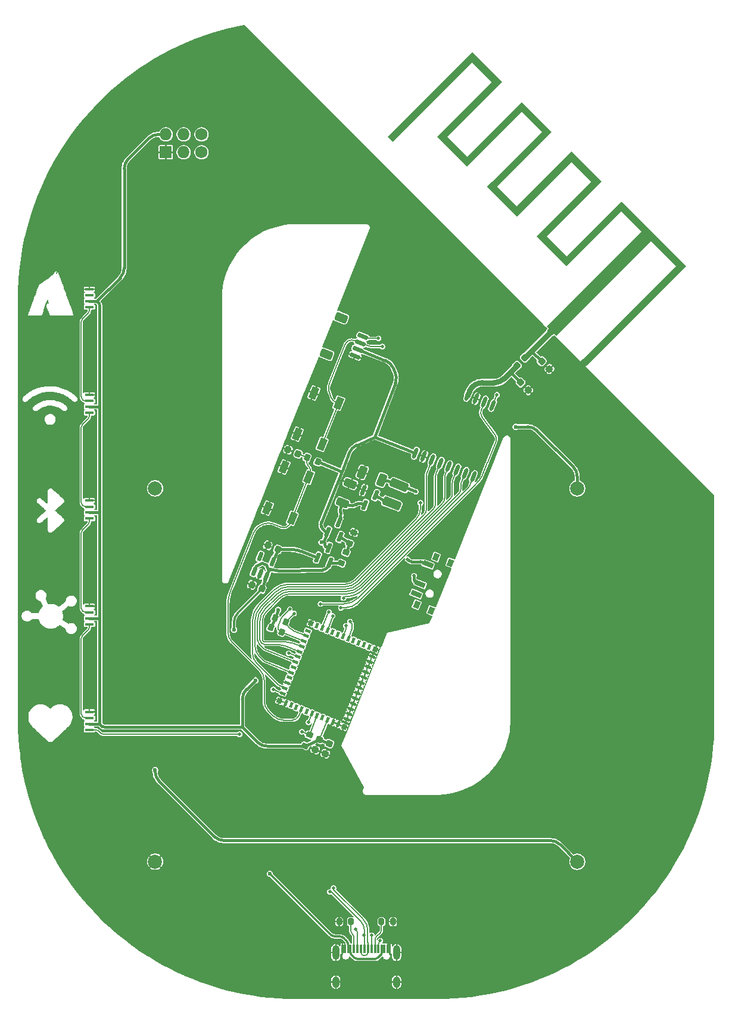
<source format=gbl>
%TF.GenerationSoftware,KiCad,Pcbnew,9.0.1*%
%TF.CreationDate,2025-06-08T19:27:13+02:00*%
%TF.ProjectId,circle-badge,63697263-6c65-42d6-9261-6467652e6b69,1.1*%
%TF.SameCoordinates,PX2faf080PY1c9c380*%
%TF.FileFunction,Copper,L2,Bot*%
%TF.FilePolarity,Positive*%
%FSLAX46Y46*%
G04 Gerber Fmt 4.6, Leading zero omitted, Abs format (unit mm)*
G04 Created by KiCad (PCBNEW 9.0.1) date 2025-06-08 19:27:13*
%MOMM*%
%LPD*%
G01*
G04 APERTURE LIST*
G04 Aperture macros list*
%AMRoundRect*
0 Rectangle with rounded corners*
0 $1 Rounding radius*
0 $2 $3 $4 $5 $6 $7 $8 $9 X,Y pos of 4 corners*
0 Add a 4 corners polygon primitive as box body*
4,1,4,$2,$3,$4,$5,$6,$7,$8,$9,$2,$3,0*
0 Add four circle primitives for the rounded corners*
1,1,$1+$1,$2,$3*
1,1,$1+$1,$4,$5*
1,1,$1+$1,$6,$7*
1,1,$1+$1,$8,$9*
0 Add four rect primitives between the rounded corners*
20,1,$1+$1,$2,$3,$4,$5,0*
20,1,$1+$1,$4,$5,$6,$7,0*
20,1,$1+$1,$6,$7,$8,$9,0*
20,1,$1+$1,$8,$9,$2,$3,0*%
%AMRotRect*
0 Rectangle, with rotation*
0 The origin of the aperture is its center*
0 $1 length*
0 $2 width*
0 $3 Rotation angle, in degrees counterclockwise*
0 Add horizontal line*
21,1,$1,$2,0,0,$3*%
%AMFreePoly0*
4,1,6,0.725000,-0.725000,-0.125000,-0.725000,-0.725000,-0.125000,-0.725000,0.725000,0.725000,0.725000,0.725000,-0.725000,0.725000,-0.725000,$1*%
G04 Aperture macros list end*
%TA.AperFunction,EtchedComponent*%
%ADD10C,0.000000*%
%TD*%
%TA.AperFunction,ComponentPad*%
%ADD11O,1.727200X1.727200*%
%TD*%
%TA.AperFunction,ComponentPad*%
%ADD12R,1.727200X1.727200*%
%TD*%
%TA.AperFunction,ComponentPad*%
%ADD13C,1.727200*%
%TD*%
%TA.AperFunction,SMDPad,CuDef*%
%ADD14RoundRect,0.200000X-0.200000X-0.275000X0.200000X-0.275000X0.200000X0.275000X-0.200000X0.275000X0*%
%TD*%
%TA.AperFunction,SMDPad,CuDef*%
%ADD15RoundRect,0.300000X-0.187294X-0.463596X0.187313X0.463588X0.187294X0.463596X-0.187313X-0.463588X0*%
%TD*%
%TA.AperFunction,SMDPad,CuDef*%
%ADD16RoundRect,0.250000X-0.856245X0.750396X-1.137200X0.055008X0.856245X-0.750396X1.137200X-0.055008X0*%
%TD*%
%TA.AperFunction,SMDPad,CuDef*%
%ADD17RoundRect,0.250000X0.480922X-0.544829X0.724417X0.057840X-0.480922X0.544829X-0.724417X-0.057840X0*%
%TD*%
%TA.AperFunction,SMDPad,CuDef*%
%ADD18RotRect,0.400000X0.800000X338.000000*%
%TD*%
%TA.AperFunction,SMDPad,CuDef*%
%ADD19RotRect,0.400000X0.800000X68.000000*%
%TD*%
%TA.AperFunction,SMDPad,CuDef*%
%ADD20RotRect,1.450000X1.450000X338.000000*%
%TD*%
%TA.AperFunction,SMDPad,CuDef*%
%ADD21FreePoly0,68.000000*%
%TD*%
%TA.AperFunction,SMDPad,CuDef*%
%ADD22RotRect,0.700000X0.700000X338.000000*%
%TD*%
%TA.AperFunction,SMDPad,CuDef*%
%ADD23RoundRect,0.200000X0.288454X0.180054X-0.082420X0.329897X-0.288454X-0.180054X0.082420X-0.329897X0*%
%TD*%
%TA.AperFunction,SMDPad,CuDef*%
%ADD24R,1.300000X0.420000*%
%TD*%
%TA.AperFunction,SMDPad,CuDef*%
%ADD25RoundRect,0.150000X-0.081004X-0.600912X0.359159X0.488530X0.081004X0.600912X-0.359159X-0.488530X0*%
%TD*%
%TA.AperFunction,SMDPad,CuDef*%
%ADD26RoundRect,0.250000X0.544829X0.480922X-0.057840X0.724417X-0.544829X-0.480922X0.057840X-0.724417X0*%
%TD*%
%TA.AperFunction,SMDPad,CuDef*%
%ADD27R,0.300000X1.150000*%
%TD*%
%TA.AperFunction,HeatsinkPad*%
%ADD28O,1.000000X1.600000*%
%TD*%
%TA.AperFunction,HeatsinkPad*%
%ADD29O,1.000000X2.100000*%
%TD*%
%TA.AperFunction,SMDPad,CuDef*%
%ADD30RotRect,1.000000X0.800000X248.000000*%
%TD*%
%TA.AperFunction,SMDPad,CuDef*%
%ADD31RotRect,0.700000X1.500000X248.000000*%
%TD*%
%TA.AperFunction,SMDPad,CuDef*%
%ADD32RoundRect,0.200000X-0.288454X-0.180054X0.082420X-0.329897X0.288454X0.180054X-0.082420X0.329897X0*%
%TD*%
%TA.AperFunction,SMDPad,CuDef*%
%ADD33RoundRect,0.225000X-0.147509X0.302268X-0.316082X-0.114965X0.147509X-0.302268X0.316082X0.114965X0*%
%TD*%
%TA.AperFunction,ComponentPad*%
%ADD34C,2.000000*%
%TD*%
%TA.AperFunction,SMDPad,CuDef*%
%ADD35RoundRect,0.200000X0.180054X-0.288454X0.329897X0.082420X-0.180054X0.288454X-0.329897X-0.082420X0*%
%TD*%
%TA.AperFunction,SMDPad,CuDef*%
%ADD36RoundRect,0.200000X0.200000X0.275000X-0.200000X0.275000X-0.200000X-0.275000X0.200000X-0.275000X0*%
%TD*%
%TA.AperFunction,SMDPad,CuDef*%
%ADD37RoundRect,0.150000X0.081004X0.600912X-0.359159X-0.488530X-0.081004X-0.600912X0.359159X0.488530X0*%
%TD*%
%TA.AperFunction,SMDPad,CuDef*%
%ADD38RoundRect,0.225000X-0.335876X-0.017678X-0.017678X-0.335876X0.335876X0.017678X0.017678X0.335876X0*%
%TD*%
%TA.AperFunction,SMDPad,CuDef*%
%ADD39RoundRect,0.218750X0.026517X-0.335876X0.335876X-0.026517X-0.026517X0.335876X-0.335876X0.026517X0*%
%TD*%
%TA.AperFunction,SMDPad,CuDef*%
%ADD40RoundRect,0.225000X0.302268X0.147509X-0.114965X0.316082X-0.302268X-0.147509X0.114965X-0.316082X0*%
%TD*%
%TA.AperFunction,SMDPad,CuDef*%
%ADD41RoundRect,0.150000X-0.052908X-0.531373X0.331063X0.418991X0.052908X0.531373X-0.331063X-0.418991X0*%
%TD*%
%TA.AperFunction,SMDPad,CuDef*%
%ADD42RotRect,1.700000X1.000000X68.000000*%
%TD*%
%TA.AperFunction,SMDPad,CuDef*%
%ADD43RoundRect,0.150000X0.523299X-0.373207X0.635681X-0.095052X-0.523299X0.373207X-0.635681X0.095052X0*%
%TD*%
%TA.AperFunction,SMDPad,CuDef*%
%ADD44RoundRect,0.250000X0.471557X-0.568009X0.733782X0.081020X-0.471557X0.568009X-0.733782X-0.081020X0*%
%TD*%
%TA.AperFunction,SMDPad,CuDef*%
%ADD45RotRect,1.700000X1.000000X248.000000*%
%TD*%
%TA.AperFunction,SMDPad,CuDef*%
%ADD46RoundRect,0.150000X0.494975X0.000000X0.000000X0.494975X-0.494975X0.000000X0.000000X-0.494975X0*%
%TD*%
%TA.AperFunction,ViaPad*%
%ADD47C,0.600000*%
%TD*%
%TA.AperFunction,ViaPad*%
%ADD48C,0.500000*%
%TD*%
%TA.AperFunction,Conductor*%
%ADD49C,0.400000*%
%TD*%
%TA.AperFunction,Conductor*%
%ADD50C,0.200000*%
%TD*%
%TA.AperFunction,Conductor*%
%ADD51C,0.150000*%
%TD*%
%TA.AperFunction,Conductor*%
%ADD52C,0.300000*%
%TD*%
%TA.AperFunction,Conductor*%
%ADD53C,0.800000*%
%TD*%
G04 APERTURE END LIST*
D10*
%TA.AperFunction,EtchedComponent*%
%TO.C,AE1*%
G36*
X65045049Y-20605708D02*
G01*
X64337942Y-21312815D01*
X60095301Y-17070175D01*
X60802408Y-16363068D01*
X65045049Y-20605708D01*
G37*
%TD.AperFunction*%
%TA.AperFunction,EtchedComponent*%
G36*
X65752155Y-5756466D02*
G01*
X53731340Y-17777281D01*
X53024233Y-17070175D01*
X65045049Y-5049359D01*
X65752155Y-5756466D01*
G37*
%TD.AperFunction*%
%TA.AperFunction,EtchedComponent*%
G36*
X69287689Y-9292000D02*
G01*
X68580582Y-9999107D01*
X64337942Y-5756466D01*
X65045049Y-5049359D01*
X69287689Y-9292000D01*
G37*
%TD.AperFunction*%
%TA.AperFunction,EtchedComponent*%
G36*
X69287689Y-9292000D02*
G01*
X60802408Y-17777281D01*
X60095301Y-17070175D01*
X68580582Y-8584893D01*
X69287689Y-9292000D01*
G37*
%TD.AperFunction*%
%TA.AperFunction,EtchedComponent*%
G36*
X72116116Y-27676776D02*
G01*
X71409010Y-28383883D01*
X67166369Y-24141242D01*
X67873476Y-23434136D01*
X72116116Y-27676776D01*
G37*
%TD.AperFunction*%
%TA.AperFunction,EtchedComponent*%
G36*
X72823223Y-12827534D02*
G01*
X64337942Y-21312815D01*
X63630835Y-20605708D01*
X72116116Y-12120427D01*
X72823223Y-12827534D01*
G37*
%TD.AperFunction*%
%TA.AperFunction,EtchedComponent*%
G36*
X76358757Y-16363068D02*
G01*
X75651650Y-17070175D01*
X71409010Y-12827534D01*
X72116116Y-12120427D01*
X76358757Y-16363068D01*
G37*
%TD.AperFunction*%
%TA.AperFunction,EtchedComponent*%
G36*
X76358757Y-16363068D02*
G01*
X67873476Y-24848349D01*
X67166369Y-24141242D01*
X75651650Y-15655961D01*
X76358757Y-16363068D01*
G37*
%TD.AperFunction*%
%TA.AperFunction,EtchedComponent*%
G36*
X79187184Y-34747844D02*
G01*
X78480077Y-35454951D01*
X74237437Y-31212310D01*
X74944543Y-30505203D01*
X79187184Y-34747844D01*
G37*
%TD.AperFunction*%
%TA.AperFunction,EtchedComponent*%
G36*
X79894291Y-19898602D02*
G01*
X71409010Y-28383883D01*
X70701903Y-27676776D01*
X79187184Y-19191495D01*
X79894291Y-19898602D01*
G37*
%TD.AperFunction*%
%TA.AperFunction,EtchedComponent*%
G36*
X83429825Y-23434136D02*
G01*
X82722718Y-24141242D01*
X78480077Y-19898602D01*
X79187184Y-19191495D01*
X83429825Y-23434136D01*
G37*
%TD.AperFunction*%
%TA.AperFunction,EtchedComponent*%
G36*
X83429825Y-23434136D02*
G01*
X74944543Y-31919417D01*
X74237437Y-31212310D01*
X82722718Y-22727029D01*
X83429825Y-23434136D01*
G37*
%TD.AperFunction*%
%TA.AperFunction,EtchedComponent*%
G36*
X86965359Y-26969669D02*
G01*
X78480077Y-35454951D01*
X77772971Y-34747844D01*
X86258252Y-26262563D01*
X86965359Y-26969669D01*
G37*
%TD.AperFunction*%
%TA.AperFunction,EtchedComponent*%
G36*
X91207999Y-31212310D02*
G01*
X77065864Y-45354446D01*
X75651650Y-43940232D01*
X89793786Y-29798097D01*
X91207999Y-31212310D01*
G37*
%TD.AperFunction*%
%TA.AperFunction,EtchedComponent*%
G36*
X95450640Y-35454951D02*
G01*
X94743533Y-36162058D01*
X85551145Y-26969669D01*
X86258252Y-26262563D01*
X95450640Y-35454951D01*
G37*
%TD.AperFunction*%
%TA.AperFunction,EtchedComponent*%
G36*
X95450640Y-35454951D02*
G01*
X81308504Y-49597086D01*
X80601398Y-48889980D01*
X94743533Y-34747844D01*
X95450640Y-35454951D01*
G37*
%TD.AperFunction*%
%TD*%
D11*
%TO.P,X1,1,VCC*%
%TO.N,VCC*%
X21520000Y-16750000D03*
D12*
%TO.P,X1,2,GND*%
%TO.N,GND*%
X21520000Y-19290000D03*
D11*
%TO.P,X1,3,SDA*%
%TO.N,/SDA*%
X24060000Y-16750000D03*
%TO.P,X1,4,SCL*%
%TO.N,/SCL*%
X24060000Y-19290000D03*
D13*
%TO.P,X1,5,GPIO1*%
%TO.N,/SAO_GPIO1*%
X26600000Y-16750000D03*
%TO.P,X1,6,GPIO2*%
%TO.N,/SAO_GPIO2*%
X26600000Y-19290000D03*
%TD*%
D14*
%TO.P,R9,1*%
%TO.N,Net-(J3-CC1)*%
X52175000Y-128500000D03*
%TO.P,R9,2*%
%TO.N,GND*%
X53825000Y-128500000D03*
%TD*%
D15*
%TO.P,U3,1,RF_SW1*%
%TO.N,/LoRa SX1262/RF_SW1*%
X65242664Y-65330252D03*
%TO.P,U3,2,MISO*%
%TO.N,/LoRa SX1262/MISO*%
X64065141Y-64854502D03*
%TO.P,U3,3,MOSI*%
%TO.N,/LoRa SX1262/MOSI*%
X62887618Y-64378752D03*
%TO.P,U3,4,SCK*%
%TO.N,/LoRa SX1262/SCK*%
X61710094Y-63903001D03*
%TO.P,U3,5,~{RESET}*%
%TO.N,/LoRa SX1262/~{RESET}*%
X60532572Y-63427250D03*
%TO.P,U3,6,NSS*%
%TO.N,/LoRa SX1262/NSS*%
X59355047Y-62951500D03*
%TO.P,U3,7,GND*%
%TO.N,GND*%
X58177523Y-62475750D03*
%TO.P,U3,8,VCC*%
%TO.N,VCC*%
X57000000Y-61999999D03*
%TO.P,U3,9,ANT*%
%TO.N,Net-(U3-ANT)*%
X64428479Y-53784538D03*
%TO.P,U3,10,GND*%
%TO.N,GND*%
X65606003Y-54260289D03*
%TO.P,U3,11,BUSY*%
%TO.N,/LoRa SX1262/BUSY*%
X66783526Y-54736039D03*
%TO.P,U3,12,DIO1*%
%TO.N,/LoRa SX1262/DIO1*%
X67961051Y-55211790D03*
%TD*%
D16*
%TO.P,L1,1,1*%
%TO.N,Net-(SW1-A)*%
X54699449Y-66526944D03*
%TO.P,L1,2,2*%
%TO.N,Net-(U2-LX)*%
X53650551Y-69123056D03*
%TD*%
D17*
%TO.P,C4,1*%
%TO.N,/PSU 2xAA USB 3v3/BOOST_OUT*%
X46647455Y-69042597D03*
%TO.P,C4,2*%
%TO.N,GND*%
X47752545Y-66307403D03*
%TD*%
D18*
%TO.P,U4,1,GND*%
%TO.N,GND*%
X45995160Y-100457373D03*
%TO.P,U4,2,GND*%
X45253413Y-100157687D03*
%TO.P,U4,3,3V3*%
%TO.N,VCC*%
X44511664Y-99858004D03*
%TO.P,U4,4,NC*%
%TO.N,unconnected-(U4-NC-Pad4)*%
X43769920Y-99558317D03*
%TO.P,U4,5,GPIO2/ADC1_CH2*%
%TO.N,/LoRa SX1262/MISO*%
X43028171Y-99258632D03*
%TO.P,U4,6,GPIO3/ADC1_CH3*%
%TO.N,/LoRa SX1262/BUSY*%
X42286425Y-98958947D03*
%TO.P,U4,7,NC*%
%TO.N,unconnected-(U4-NC-Pad7)*%
X41544677Y-98659261D03*
%TO.P,U4,8,EN/CHIP_PU*%
%TO.N,/esp31-c3-mini/N_RST*%
X40802930Y-98359578D03*
%TO.P,U4,9,NC*%
%TO.N,unconnected-(U4-NC-Pad9)*%
X40061183Y-98059891D03*
%TO.P,U4,10,NC*%
%TO.N,unconnected-(U4-NC-Pad10)*%
X39319434Y-97760205D03*
%TO.P,U4,11,GND*%
%TO.N,GND*%
X38577689Y-97460521D03*
D19*
%TO.P,U4,12,GPIO0/ADC1_CH0/XTAL_32K_P*%
%TO.N,/5 WS2812/DIN*%
X38155291Y-96103473D03*
%TO.P,U4,13,GPIO1/ADC1_CH1/XTAL_32K_N*%
%TO.N,/LoRa SX1262/DIO1*%
X38454974Y-95361725D03*
%TO.P,U4,14,GND*%
%TO.N,GND*%
X38754662Y-94619977D03*
%TO.P,U4,15,NC*%
%TO.N,unconnected-(U4-NC-Pad15)*%
X39054347Y-93878231D03*
%TO.P,U4,16,GPIO10*%
%TO.N,/LoRa SX1262/NSS*%
X39354032Y-93136484D03*
%TO.P,U4,17,NC*%
%TO.N,unconnected-(U4-NC-Pad17)*%
X39653718Y-92394738D03*
%TO.P,U4,18,GPIO4/ADC1_CH4*%
%TO.N,/LoRa SX1262/~{RESET}*%
X39953402Y-91652989D03*
%TO.P,U4,19,GPIO5/ADC2_CH0*%
%TO.N,/LoRa SX1262/RF_SW1*%
X40253088Y-90911242D03*
%TO.P,U4,20,GPIO6*%
%TO.N,/LoRa SX1262/SCK*%
X40552774Y-90169496D03*
%TO.P,U4,21,GPIO7*%
%TO.N,/LoRa SX1262/MOSI*%
X40852458Y-89427748D03*
%TO.P,U4,22,GPIO8*%
%TO.N,/SCL*%
X41152144Y-88686002D03*
%TO.P,U4,23,GPIO9*%
%TO.N,/SDA*%
X41451830Y-87944254D03*
%TO.P,U4,24,NC*%
%TO.N,unconnected-(U4-NC-Pad24)*%
X41751515Y-87202508D03*
D18*
%TO.P,U4,25,NC*%
%TO.N,unconnected-(U4-NC-Pad25)*%
X42998047Y-86519753D03*
%TO.P,U4,26,GPIO18/USB_D-*%
%TO.N,/esp31-c3-mini/USB_D-*%
X43739795Y-86819434D03*
%TO.P,U4,27,GPIO19/USB_D+*%
%TO.N,/esp31-c3-mini/USB_D+*%
X44481541Y-87119122D03*
%TO.P,U4,28,NC*%
%TO.N,unconnected-(U4-NC-Pad28)*%
X45223288Y-87418808D03*
%TO.P,U4,29,NC*%
%TO.N,unconnected-(U4-NC-Pad29)*%
X45965035Y-87718492D03*
%TO.P,U4,30,GPIO20/U0RXD*%
%TO.N,/SAO_GPIO1*%
X46706783Y-88018179D03*
%TO.P,U4,31,GPIO21/U0TXD*%
%TO.N,/SAO_GPIO2*%
X47448531Y-88317863D03*
%TO.P,U4,32,NC*%
%TO.N,unconnected-(U4-NC-Pad32)*%
X48190277Y-88617549D03*
%TO.P,U4,33,NC*%
%TO.N,unconnected-(U4-NC-Pad33)*%
X48932023Y-88917234D03*
%TO.P,U4,34,NC*%
%TO.N,unconnected-(U4-NC-Pad34)*%
X49673772Y-89216919D03*
%TO.P,U4,35,NC*%
%TO.N,unconnected-(U4-NC-Pad35)*%
X50415520Y-89516604D03*
D19*
%TO.P,U4,36,GND*%
%TO.N,GND*%
X50837916Y-90873652D03*
%TO.P,U4,37,GND*%
X50538232Y-91615399D03*
%TO.P,U4,38,GND*%
X50238546Y-92357145D03*
%TO.P,U4,39,GND*%
X49938859Y-93098893D03*
%TO.P,U4,40,GND*%
X49639175Y-93840641D03*
%TO.P,U4,41,GND*%
X49339489Y-94582389D03*
%TO.P,U4,42,GND*%
X49039805Y-95324134D03*
%TO.P,U4,43,GND*%
X48740118Y-96065881D03*
%TO.P,U4,44,GND*%
X48440432Y-96807629D03*
%TO.P,U4,45,GND*%
X48140748Y-97549375D03*
%TO.P,U4,46,GND*%
X47841064Y-98291123D03*
%TO.P,U4,47,GND*%
X47541378Y-99032868D03*
%TO.P,U4,48,GND*%
X47241692Y-99774616D03*
D20*
%TO.P,U4,49,GND*%
X41925568Y-94579903D03*
X43756756Y-95319751D03*
D21*
X45587944Y-96059597D03*
D20*
X46327792Y-94228412D03*
X42665415Y-92748715D03*
X44496604Y-93488563D03*
X45236452Y-91657375D03*
X47067640Y-92397223D03*
X43405264Y-90917525D03*
D22*
%TO.P,U4,50,GND*%
X51315073Y-89826122D03*
%TO.P,U4,51,GND*%
X42135953Y-86117516D03*
%TO.P,U4,52,GND*%
X37678134Y-97151003D03*
%TO.P,U4,53,GND*%
X46857255Y-100859609D03*
%TD*%
D23*
%TO.P,R11,1*%
%TO.N,VCC*%
X43139927Y-63234050D03*
%TO.P,R11,2*%
%TO.N,/esp31-c3-mini/N_RST*%
X41610073Y-62615950D03*
%TD*%
D24*
%TO.P,D2,1,DOUT*%
%TO.N,Net-(D2-DOUT)*%
X10650000Y-84590000D03*
%TO.P,D2,2,VSS*%
%TO.N,GND*%
X10650000Y-83725000D03*
%TO.P,D2,3,DIN*%
%TO.N,Net-(D1-DOUT)*%
X10650000Y-86275000D03*
%TO.P,D2,4,VDD*%
%TO.N,VCC*%
X10650000Y-85425000D03*
%TD*%
D25*
%TO.P,Q2,1,G*%
%TO.N,Net-(Q2-G)*%
X46279631Y-73900111D03*
%TO.P,Q2,2,S*%
%TO.N,VCC*%
X44517982Y-73188359D03*
%TO.P,Q2,3,D*%
%TO.N,/PSU 2xAA USB 3v3/BOOST_OUT*%
X46101194Y-71805765D03*
%TD*%
D26*
%TO.P,C2,1*%
%TO.N,Net-(SW1-A)*%
X52192597Y-65802545D03*
%TO.P,C2,2*%
%TO.N,GND*%
X49457403Y-64697455D03*
%TD*%
D25*
%TO.P,Q1,1,G*%
%TO.N,/PSU 2xAA USB 3v3/USB_BUS_POWER*%
X44829631Y-77525111D03*
%TO.P,Q1,2,S*%
%TO.N,/PSU 2xAA USB 3v3/VREG_OUT*%
X43067982Y-76813359D03*
%TO.P,Q1,3,D*%
%TO.N,VCC*%
X44651194Y-75430765D03*
%TD*%
D24*
%TO.P,D1,1,DOUT*%
%TO.N,Net-(D1-DOUT)*%
X10650000Y-99590000D03*
%TO.P,D1,2,VSS*%
%TO.N,GND*%
X10650000Y-98725000D03*
%TO.P,D1,3,DIN*%
%TO.N,/5 WS2812/DIN*%
X10650000Y-101275000D03*
%TO.P,D1,4,VDD*%
%TO.N,VCC*%
X10650000Y-100425000D03*
%TD*%
D27*
%TO.P,J3,A1,GND*%
%TO.N,GND*%
X53350000Y-132330000D03*
%TO.P,J3,A4,VBUS*%
%TO.N,/PSU 2xAA USB 3v3/USB_BUS_POWER*%
X52550000Y-132330000D03*
%TO.P,J3,A5,CC1*%
%TO.N,Net-(J3-CC1)*%
X51250000Y-132330001D03*
%TO.P,J3,A6,D+*%
%TO.N,/esp31-c3-mini/USB_D+*%
X50250000Y-132330000D03*
%TO.P,J3,A7,D-*%
%TO.N,/esp31-c3-mini/USB_D-*%
X49750000Y-132330000D03*
%TO.P,J3,A8,SBU1*%
%TO.N,/SAO_GPIO2*%
X48750000Y-132330001D03*
%TO.P,J3,A9,VBUS*%
%TO.N,/PSU 2xAA USB 3v3/USB_BUS_POWER*%
X47450000Y-132330000D03*
%TO.P,J3,A12,GND*%
%TO.N,GND*%
X46650000Y-132330000D03*
%TO.P,J3,B1,GND*%
X46950000Y-132330000D03*
%TO.P,J3,B4,VBUS*%
%TO.N,/PSU 2xAA USB 3v3/USB_BUS_POWER*%
X47750000Y-132330000D03*
%TO.P,J3,B5,CC2*%
%TO.N,Net-(J3-CC2)*%
X48250000Y-132330000D03*
%TO.P,J3,B6,D+*%
%TO.N,/esp31-c3-mini/USB_D+*%
X49250000Y-132330000D03*
%TO.P,J3,B7,D-*%
%TO.N,/esp31-c3-mini/USB_D-*%
X50750000Y-132330000D03*
%TO.P,J3,B8,SBU2*%
%TO.N,/SAO_GPIO1*%
X51750000Y-132330000D03*
%TO.P,J3,B9,VBUS*%
%TO.N,/PSU 2xAA USB 3v3/USB_BUS_POWER*%
X52250000Y-132330000D03*
%TO.P,J3,B12,GND*%
%TO.N,GND*%
X53050000Y-132330000D03*
D28*
%TO.P,J3,S1,SHIELD*%
X54320000Y-137075000D03*
D29*
X54320000Y-132895000D03*
D28*
X45680000Y-137075000D03*
D29*
X45680000Y-132895000D03*
%TD*%
D30*
%TO.P,SW1,*%
%TO.N,*%
X61973187Y-77571466D03*
X59924111Y-76743586D03*
X59238559Y-84339908D03*
X57189483Y-83512028D03*
D31*
%TO.P,SW1,1,A*%
%TO.N,Net-(SW1-A)*%
X58796992Y-77798149D03*
%TO.P,SW1,2,B*%
%TO.N,/PSU 2xAA USB 3v3/BAT+*%
X57673172Y-80579700D03*
%TO.P,SW1,3,C*%
%TO.N,unconnected-(SW1-C-Pad3)*%
X57111262Y-81970476D03*
%TD*%
D32*
%TO.P,R13,1*%
%TO.N,VCC*%
X36460073Y-86765950D03*
%TO.P,R13,2*%
%TO.N,/SCL*%
X37989927Y-87384050D03*
%TD*%
D33*
%TO.P,C8,1*%
%TO.N,VCC*%
X43340320Y-102656433D03*
%TO.P,C8,2*%
%TO.N,GND*%
X42759680Y-104093567D03*
%TD*%
D34*
%TO.P,BT1,1,+*%
%TO.N,/PSU 2xAA USB 3v3/BAT+*%
X80000000Y-67000000D03*
%TO.P,BT1,2,-*%
%TO.N,Net-(BT1--)*%
X80000000Y-120000000D03*
%TD*%
D35*
%TO.P,R12,1*%
%TO.N,VCC*%
X41315950Y-103539927D03*
%TO.P,R12,2*%
%TO.N,/LoRa SX1262/MISO*%
X41934050Y-102010073D03*
%TD*%
%TO.P,R4,1*%
%TO.N,Net-(Q2-G)*%
X47640950Y-74789927D03*
%TO.P,R4,2*%
%TO.N,GND*%
X48259050Y-73260073D03*
%TD*%
D24*
%TO.P,D3,1,DOUT*%
%TO.N,Net-(D3-DOUT)*%
X10650000Y-69590000D03*
%TO.P,D3,2,VSS*%
%TO.N,GND*%
X10650000Y-68725000D03*
%TO.P,D3,3,DIN*%
%TO.N,Net-(D2-DOUT)*%
X10650000Y-71275000D03*
%TO.P,D3,4,VDD*%
%TO.N,VCC*%
X10650000Y-70425000D03*
%TD*%
D36*
%TO.P,R10,1*%
%TO.N,Net-(J3-CC2)*%
X47825000Y-128500000D03*
%TO.P,R10,2*%
%TO.N,GND*%
X46175000Y-128500000D03*
%TD*%
D37*
%TO.P,U2,1,GND*%
%TO.N,GND*%
X49620369Y-67249889D03*
%TO.P,U2,2,LX*%
%TO.N,Net-(U2-LX)*%
X51382018Y-67961641D03*
%TO.P,U2,3,VOUT*%
%TO.N,/PSU 2xAA USB 3v3/BOOST_OUT*%
X49798806Y-69344235D03*
%TD*%
D38*
%TO.P,C5,1*%
%TO.N,Net-(U3-ANT)*%
X71951992Y-51951992D03*
%TO.P,C5,2*%
%TO.N,GND*%
X73048008Y-53048008D03*
%TD*%
D34*
%TO.P,BT2,1,+*%
%TO.N,Net-(BT1--)*%
X20000000Y-67000000D03*
%TO.P,BT2,2,-*%
%TO.N,GND*%
X20000000Y-120000000D03*
%TD*%
D39*
%TO.P,L2,1,1*%
%TO.N,Net-(U3-ANT)*%
X71443153Y-49556847D03*
%TO.P,L2,2,2*%
%TO.N,Net-(AE1-Pad1)*%
X72556847Y-48443153D03*
%TD*%
D40*
%TO.P,C7,1*%
%TO.N,/esp31-c3-mini/N_RST*%
X40318567Y-62090320D03*
%TO.P,C7,2*%
%TO.N,GND*%
X38881433Y-61509680D03*
%TD*%
D41*
%TO.P,U1,1,VIN*%
%TO.N,/PSU 2xAA USB 3v3/USB_BUS_POWER*%
X35829710Y-79498048D03*
%TO.P,U1,2,GND*%
%TO.N,GND*%
X34948885Y-79142172D03*
%TO.P,U1,3,EN*%
%TO.N,/PSU 2xAA USB 3v3/USB_BUS_POWER*%
X34068060Y-78786295D03*
%TO.P,U1,4,NC*%
%TO.N,unconnected-(U1-NC-Pad4)*%
X34920290Y-76676952D03*
%TO.P,U1,5,VOUT*%
%TO.N,/PSU 2xAA USB 3v3/VREG_OUT*%
X36681940Y-77388705D03*
%TD*%
D24*
%TO.P,D4,1,DOUT*%
%TO.N,Net-(D4-DOUT)*%
X10650000Y-54590000D03*
%TO.P,D4,2,VSS*%
%TO.N,GND*%
X10650000Y-53725000D03*
%TO.P,D4,3,DIN*%
%TO.N,Net-(D3-DOUT)*%
X10650000Y-56275000D03*
%TO.P,D4,4,VDD*%
%TO.N,VCC*%
X10650000Y-55425000D03*
%TD*%
%TO.P,D5,1,DOUT*%
%TO.N,/5 WS2812/DOUT*%
X10650000Y-39590000D03*
%TO.P,D5,2,VSS*%
%TO.N,GND*%
X10650000Y-38725000D03*
%TO.P,D5,3,DIN*%
%TO.N,Net-(D4-DOUT)*%
X10650000Y-41275000D03*
%TO.P,D5,4,VDD*%
%TO.N,VCC*%
X10650000Y-40425000D03*
%TD*%
D33*
%TO.P,C6,1*%
%TO.N,VCC*%
X44765320Y-103231433D03*
%TO.P,C6,2*%
%TO.N,GND*%
X44184680Y-104668567D03*
%TD*%
D40*
%TO.P,C3,1*%
%TO.N,/PSU 2xAA USB 3v3/VREG_OUT*%
X37443567Y-75665320D03*
%TO.P,C3,2*%
%TO.N,GND*%
X36006433Y-75084680D03*
%TD*%
D35*
%TO.P,R3,1*%
%TO.N,/PSU 2xAA USB 3v3/USB_BUS_POWER*%
X46490950Y-77614927D03*
%TO.P,R3,2*%
%TO.N,Net-(Q2-G)*%
X47109050Y-76085073D03*
%TD*%
D42*
%TO.P,SW5,1,1*%
%TO.N,/SDA*%
X43731639Y-60732382D03*
X46091660Y-54891123D03*
%TO.P,SW5,2,2*%
%TO.N,GND*%
X40208340Y-59308877D03*
X42568361Y-53467618D03*
%TD*%
D43*
%TO.P,J4,1,Pin_1*%
%TO.N,GND*%
X48422458Y-48199989D03*
%TO.P,J4,2,Pin_2*%
%TO.N,VCC*%
X48797064Y-47272805D03*
%TO.P,J4,3,Pin_3*%
%TO.N,/SDA*%
X49171671Y-46345621D03*
%TO.P,J4,4,Pin_4*%
%TO.N,/SCL*%
X49546278Y-45418436D03*
D44*
%TO.P,J4,MP*%
%TO.N,N/C*%
X44342632Y-47953727D03*
X46440429Y-42761498D03*
%TD*%
D38*
%TO.P,C9,1*%
%TO.N,Net-(AE1-Pad1)*%
X74951992Y-48951992D03*
%TO.P,C9,2*%
%TO.N,GND*%
X76048008Y-50048008D03*
%TD*%
D40*
%TO.P,C1,1*%
%TO.N,/PSU 2xAA USB 3v3/USB_BUS_POWER*%
X35168567Y-81265320D03*
%TO.P,C1,2*%
%TO.N,GND*%
X33731433Y-80684680D03*
%TD*%
D32*
%TO.P,R14,1*%
%TO.N,VCC*%
X37035073Y-85340950D03*
%TO.P,R14,2*%
%TO.N,/SDA*%
X38564927Y-85959050D03*
%TD*%
D45*
%TO.P,SW4,1,1*%
%TO.N,GND*%
X38318361Y-63967618D03*
X35958340Y-69808877D03*
%TO.P,SW4,2,2*%
%TO.N,/esp31-c3-mini/N_RST*%
X41841660Y-65391123D03*
X39481639Y-71232382D03*
%TD*%
D46*
%TO.P,AE1,1*%
%TO.N,Net-(AE1-Pad1)*%
X76358757Y-44647339D03*
%TO.P,AE1,2*%
%TO.N,GND*%
X80954951Y-49243533D03*
%TD*%
D47*
%TO.N,VCC*%
X37500000Y-84250000D03*
X34250000Y-94250000D03*
X43650000Y-74650000D03*
%TO.N,GND*%
X87500000Y-57000000D03*
X53600000Y-56600000D03*
X91500000Y-61000000D03*
X10660000Y-82840000D03*
X65050000Y-55600000D03*
X34950000Y-74600000D03*
X36000000Y-5500000D03*
X40000000Y-9500000D03*
X58000000Y-27500000D03*
X10670000Y-52750000D03*
X46000000Y-15500000D03*
X84500000Y-54000000D03*
X65900000Y-67250000D03*
X53400000Y-59000000D03*
X56000000Y-25500000D03*
X10700000Y-73500000D03*
X68000000Y-37500000D03*
X80500000Y-50000000D03*
X57000000Y-66000000D03*
X70000000Y-39500000D03*
X66000000Y-35500000D03*
X88500000Y-58000000D03*
X33000000Y-2500000D03*
X44400000Y-101900000D03*
X66350000Y-63500000D03*
D48*
X64690000Y-50950000D03*
D47*
X37000000Y-6500000D03*
X73000000Y-42500000D03*
X44200000Y-82700000D03*
X41000000Y-10500000D03*
X75250000Y-50850000D03*
X72000000Y-41500000D03*
X58750000Y-61150000D03*
X32650000Y-80250000D03*
X57000000Y-70000000D03*
X52000000Y-21500000D03*
X45700000Y-86050000D03*
X53400000Y-62000000D03*
X48320000Y-49270000D03*
X10620000Y-37700000D03*
X28600000Y-19800000D03*
X37550000Y-93450000D03*
X37950000Y-90000000D03*
X85500000Y-55000000D03*
X81500000Y-51000000D03*
X43950000Y-53900000D03*
X90500000Y-60000000D03*
X55000000Y-24500000D03*
X10660000Y-67780000D03*
X49000000Y-18500000D03*
D48*
X70210000Y-48510000D03*
D47*
X71000000Y-40500000D03*
X96500000Y-66000000D03*
D48*
X73430000Y-49290000D03*
D47*
X47800000Y-64800000D03*
X93500000Y-63000000D03*
X65000000Y-34500000D03*
X83500000Y-53000000D03*
X44050000Y-106100000D03*
X46400000Y-105150000D03*
X39950000Y-85800000D03*
X10800000Y-58400000D03*
X79500000Y-49000000D03*
D48*
X72800000Y-45720000D03*
D47*
X10750000Y-88500000D03*
X42800000Y-19800000D03*
X95500000Y-65000000D03*
X94500000Y-64000000D03*
X53400000Y-47800000D03*
X61000000Y-30500000D03*
X89500000Y-59000000D03*
X86500000Y-56000000D03*
D48*
X71450000Y-47280000D03*
X69250000Y-49660000D03*
D47*
X54000000Y-23500000D03*
X37700000Y-70450000D03*
X63000000Y-32500000D03*
X40150000Y-83100000D03*
D48*
X72380000Y-50350000D03*
D47*
X97500000Y-67000000D03*
X62000000Y-31500000D03*
X36100000Y-88000000D03*
X45000000Y-14500000D03*
D48*
X66310000Y-50560000D03*
X67960000Y-50410000D03*
D47*
X10800000Y-43400000D03*
X92500000Y-62000000D03*
X36350000Y-97050000D03*
X76500000Y-46000000D03*
X64000000Y-33500000D03*
X67050000Y-53190000D03*
X42000000Y-11500000D03*
X53000000Y-22500000D03*
X44000000Y-88200000D03*
X57600000Y-63800000D03*
X48000000Y-17500000D03*
X48700000Y-72300000D03*
X57000000Y-26500000D03*
X46400000Y-102200000D03*
D48*
X63820000Y-52030000D03*
D47*
X98500000Y-68000000D03*
X51800000Y-88650000D03*
D48*
X75410000Y-47310000D03*
D47*
X67000000Y-36500000D03*
X44000000Y-13500000D03*
X82500000Y-52000000D03*
X50200000Y-63200000D03*
X39000000Y-8500000D03*
X44000000Y-98300000D03*
X34000000Y-3500000D03*
X51000000Y-20500000D03*
X78500000Y-48000000D03*
X10700000Y-102500000D03*
D48*
X69190000Y-52960000D03*
D47*
X59000000Y-28500000D03*
X69000000Y-38500000D03*
X43000000Y-12500000D03*
X40150000Y-64350000D03*
X37200000Y-98350000D03*
X53400000Y-70800000D03*
X41850000Y-60000000D03*
X53200000Y-51400000D03*
X35000000Y-4500000D03*
X38200000Y-91800000D03*
X60000000Y-29500000D03*
X74000000Y-43500000D03*
X73900000Y-52200000D03*
X38000000Y-7500000D03*
X75000000Y-44500000D03*
X53400000Y-64200000D03*
X77500000Y-47000000D03*
X10670000Y-97820000D03*
D48*
X70570000Y-52270000D03*
D47*
X50000000Y-19500000D03*
X47000000Y-16500000D03*
D48*
%TO.N,/5 WS2812/DIN*%
X32000000Y-101900000D03*
X36800000Y-95550000D03*
%TO.N,/esp31-c3-mini/USB_D-*%
X44709731Y-84565095D03*
X49675000Y-130450000D03*
X44834835Y-124265165D03*
X50800000Y-130450000D03*
%TO.N,/esp31-c3-mini/USB_D+*%
X45365165Y-123734835D03*
X45240061Y-85095425D03*
%TO.N,/SCL*%
X39150000Y-84150000D03*
X51750000Y-45700000D03*
%TO.N,/SDA*%
X39750000Y-84750000D03*
X52300000Y-46850000D03*
%TO.N,/PSU 2xAA USB 3v3/BAT+*%
X56800000Y-79400000D03*
D47*
X71250000Y-58250000D03*
%TO.N,Net-(BT1--)*%
X20000000Y-107000000D03*
%TO.N,/PSU 2xAA USB 3v3/USB_BUS_POWER*%
X36300000Y-121700000D03*
X31200000Y-87050000D03*
D48*
%TO.N,Net-(SW1-A)*%
X55900000Y-77050000D03*
X57050000Y-67450000D03*
%TO.N,/LoRa SX1262/BUSY*%
X46400000Y-83975000D03*
X41800000Y-100200000D03*
%TO.N,/LoRa SX1262/RF_SW1*%
X39000000Y-90400000D03*
X43500000Y-83400000D03*
%TO.N,/LoRa SX1262/DIO1*%
X68600000Y-53700000D03*
X57705025Y-69055025D03*
%TO.N,/LoRa SX1262/MISO*%
X40850000Y-101550000D03*
X46759138Y-82561423D03*
%TO.N,/SAO_GPIO1*%
X52000000Y-131200000D03*
X47100000Y-86500000D03*
%TO.N,/SAO_GPIO2*%
X47700000Y-85900000D03*
X48500000Y-129600000D03*
%TD*%
D49*
%TO.N,VCC*%
X44150000Y-75250000D02*
X44000000Y-74450000D01*
X32400000Y-100900000D02*
X32400000Y-96928427D01*
X12125000Y-85400000D02*
X12125000Y-70400000D01*
X12125000Y-56088000D02*
X12125000Y-55425000D01*
X41255877Y-103600000D02*
X41315950Y-103539927D01*
X48667064Y-47212805D02*
X52753415Y-48850745D01*
X54149829Y-52030444D02*
X51200000Y-59700000D01*
X32985787Y-95514213D02*
X34250000Y-94250000D01*
X12125000Y-55425000D02*
X10650000Y-55425000D01*
X32400000Y-100900000D02*
X12807107Y-100900000D01*
X44000000Y-74450000D02*
X44517982Y-73188359D01*
X55800000Y-61500000D02*
X51200000Y-59700000D01*
X51200000Y-59700000D02*
X48627755Y-60869202D01*
X10650000Y-40425000D02*
X11700000Y-40425000D01*
X16185787Y-20214213D02*
X19064214Y-17335786D01*
X44208913Y-73064229D02*
X44517982Y-73188359D01*
X43650000Y-74650000D02*
X44000000Y-74450000D01*
X32400000Y-100900000D02*
X34514214Y-103014214D01*
X12125000Y-100425000D02*
X10650000Y-100425000D01*
X46527523Y-64600000D02*
X43645711Y-71739034D01*
X53831518Y-49882829D02*
X54105354Y-50488150D01*
X41315950Y-103539927D02*
X43340320Y-102656433D01*
X35928427Y-103600000D02*
X41255877Y-103600000D01*
X37035073Y-85340950D02*
X37500000Y-84250000D01*
X57000000Y-61999999D02*
X55800000Y-61500000D01*
X46588073Y-64450000D02*
X46527523Y-64600000D01*
X15600000Y-35696573D02*
X15600000Y-21628427D01*
X11700000Y-40425000D02*
X15014214Y-37110786D01*
X11700000Y-40425000D02*
X11978554Y-40703554D01*
X12100000Y-70425000D02*
X12125000Y-70400000D01*
X12125000Y-100425000D02*
X12125000Y-85400000D01*
X36460073Y-86765950D02*
X37035073Y-85340950D01*
X12125000Y-70400000D02*
X12125000Y-56088000D01*
X44651194Y-75430765D02*
X44150000Y-75250000D01*
X12125000Y-41057107D02*
X12125000Y-56088000D01*
X47600764Y-61941290D02*
X46588073Y-64450000D01*
X43636681Y-72464482D02*
X43645274Y-72487396D01*
X10650000Y-70425000D02*
X12100000Y-70425000D01*
X20478427Y-16750000D02*
X21520000Y-16750000D01*
X12453553Y-100753553D02*
X12125000Y-100425000D01*
X43139927Y-63234050D02*
X46527523Y-64600000D01*
X44765320Y-103231433D02*
X43340320Y-102656433D01*
X10650000Y-85425000D02*
X12100000Y-85425000D01*
D50*
X44511664Y-99858004D02*
X43340320Y-102656433D01*
D49*
X12100000Y-85425000D02*
X12125000Y-85400000D01*
X47600764Y-61941290D02*
G75*
G02*
X48627739Y-60869167I1854636J-748610D01*
G01*
X44208913Y-73064229D02*
G75*
G02*
X43645287Y-72487391I372687J927929D01*
G01*
X19064214Y-17335786D02*
G75*
G02*
X20478427Y-16750019I1414186J-1414214D01*
G01*
X12807107Y-100900000D02*
G75*
G02*
X12453550Y-100753556I-7J500000D01*
G01*
X32400000Y-96928427D02*
G75*
G02*
X32985773Y-95514199I2000000J27D01*
G01*
X15014214Y-37110786D02*
G75*
G03*
X15599981Y-35696573I-1414214J1414186D01*
G01*
X16185787Y-20214213D02*
G75*
G03*
X15600019Y-21628427I1414213J-1414187D01*
G01*
X34514214Y-103014214D02*
G75*
G03*
X35928427Y-103599981I1414186J1414214D01*
G01*
X11978554Y-40703554D02*
G75*
G02*
X12124995Y-41057107I-353554J-353546D01*
G01*
X52753415Y-48850745D02*
G75*
G02*
X53831533Y-49882822I-744115J-1856455D01*
G01*
X43636681Y-72464482D02*
G75*
G02*
X43645740Y-71739046I936319J351082D01*
G01*
X54105354Y-50488150D02*
G75*
G02*
X54149839Y-52030448I-1822254J-824350D01*
G01*
D51*
%TO.N,/esp31-c3-mini/N_RST*%
X35500000Y-97171573D02*
X35500000Y-94228427D01*
X40802930Y-98359578D02*
X40408449Y-99290255D01*
X41610073Y-62615950D02*
X41561083Y-62744804D01*
X35096606Y-72170615D02*
X35280670Y-72089410D01*
X41736550Y-63750974D02*
X41858834Y-63893639D01*
X36830731Y-72062293D02*
X37898037Y-72489215D01*
X41841660Y-65391123D02*
X39481639Y-71232382D01*
X34914213Y-92814213D02*
X30935786Y-88835786D01*
X30350000Y-87421573D02*
X30350000Y-83462912D01*
X38692312Y-72466921D02*
X38693322Y-72466449D01*
X41610073Y-62615950D02*
X40318567Y-62090320D01*
X39487742Y-99900000D02*
X38228427Y-99900000D01*
X36814213Y-99314213D02*
X36085786Y-98585786D01*
X39197533Y-71935092D02*
X39481639Y-71232382D01*
X30707617Y-81605959D02*
X34046932Y-73257670D01*
X42030533Y-64909562D02*
X41841660Y-65391123D01*
X36085786Y-98585786D02*
G75*
G02*
X35500019Y-97171573I1414214J1414186D01*
G01*
X34046932Y-73257670D02*
G75*
G02*
X35096614Y-72170632I1856968J-742830D01*
G01*
X35280670Y-72089410D02*
G75*
G02*
X36830717Y-72062328I807230J-1829790D01*
G01*
X38692312Y-72466921D02*
G75*
G02*
X37898029Y-72489234I-422912J906221D01*
G01*
X30707617Y-81605959D02*
G75*
G03*
X30350005Y-83462912I4642383J-1856941D01*
G01*
X38228427Y-99900000D02*
G75*
G02*
X36814199Y-99314227I-27J2000000D01*
G01*
X42030533Y-64909562D02*
G75*
G03*
X41858854Y-63893622I-930933J365162D01*
G01*
X35500000Y-94228427D02*
G75*
G03*
X34914227Y-92814199I-2000000J27D01*
G01*
X41561083Y-62744804D02*
G75*
G03*
X41736537Y-63750985I934717J-355396D01*
G01*
X39487742Y-99900000D02*
G75*
G03*
X40408413Y-99290240I-42J1000000D01*
G01*
X30935786Y-88835786D02*
G75*
G02*
X30350019Y-87421573I1414214J1414186D01*
G01*
X38693322Y-72466449D02*
G75*
G03*
X39197498Y-71935078I-422922J906149D01*
G01*
%TO.N,Net-(J3-CC1)*%
X51250000Y-132330001D02*
X51250000Y-131057107D01*
X52175000Y-129717893D02*
X52175000Y-128500000D01*
X51396447Y-130703553D02*
X52028554Y-130071446D01*
X52028554Y-130071446D02*
G75*
G03*
X52174995Y-129717893I-353554J353546D01*
G01*
X51396447Y-130703553D02*
G75*
G03*
X51250005Y-131057107I353553J-353547D01*
G01*
%TO.N,/5 WS2812/DIN*%
X38155291Y-96103473D02*
X36800000Y-95550000D01*
X10650000Y-101275000D02*
X11567893Y-101275000D01*
X12607107Y-101900000D02*
X32000000Y-101900000D01*
X11921447Y-101421447D02*
X12253554Y-101753554D01*
X11567893Y-101275000D02*
G75*
G02*
X11921450Y-101421444I7J-500000D01*
G01*
X12607107Y-101900000D02*
G75*
G02*
X12253551Y-101753557I-7J500000D01*
G01*
%TO.N,Net-(J3-CC2)*%
X48250000Y-132330000D02*
X48250000Y-130657107D01*
X47825000Y-129817893D02*
X47825000Y-128500000D01*
X48103553Y-130303553D02*
X47971446Y-130171446D01*
X47825000Y-129817893D02*
G75*
G03*
X47971443Y-130171449I500000J-7D01*
G01*
X48250000Y-130657107D02*
G75*
G03*
X48103556Y-130303550I-500000J7D01*
G01*
D50*
%TO.N,/esp31-c3-mini/USB_D-*%
X45046966Y-124265165D02*
X49189214Y-128407413D01*
X49775000Y-129821626D02*
X49775000Y-131442499D01*
X49750000Y-131467499D02*
X49750000Y-132330000D01*
X49775000Y-131442499D02*
X49750000Y-131467499D01*
X44500000Y-84900000D02*
X44709731Y-84565095D01*
X50750000Y-130500000D02*
X50800000Y-130450000D01*
X44834835Y-124265165D02*
X45046966Y-124265165D01*
X50750000Y-132330000D02*
X50750000Y-130500000D01*
X44100000Y-85900000D02*
X44500000Y-84900000D01*
X43739795Y-86819434D02*
X44100000Y-85900000D01*
X49189214Y-128407413D02*
G75*
G02*
X49774982Y-129821626I-1414214J-1414187D01*
G01*
%TO.N,/esp31-c3-mini/USB_D+*%
X50225000Y-129718071D02*
X50225000Y-131442499D01*
X50225000Y-131442499D02*
X50250000Y-131467499D01*
X45365165Y-123734835D02*
X45365165Y-123946966D01*
X50250000Y-132330000D02*
X50250000Y-132840000D01*
X49250000Y-132840000D02*
X49250000Y-132330000D01*
X50250000Y-131467499D02*
X50250000Y-132330000D01*
X45365165Y-123946966D02*
X49580635Y-128162436D01*
X44481541Y-87119122D02*
X45240061Y-85095425D01*
X49580635Y-128162436D02*
G75*
G02*
X50225021Y-129718071I-1555635J-1555664D01*
G01*
X49250000Y-132840000D02*
G75*
G03*
X49750000Y-133340000I500000J0D01*
G01*
X50250000Y-132840000D02*
G75*
G02*
X49750000Y-133340000I-500000J0D01*
G01*
D51*
%TO.N,Net-(D1-DOUT)*%
X9743553Y-99443553D02*
X9646446Y-99346446D01*
X9500000Y-98992893D02*
X9500000Y-88307107D01*
X10650000Y-99590000D02*
X10097107Y-99590000D01*
X10650000Y-86742893D02*
X10650000Y-86275000D01*
X9646447Y-87953553D02*
X10503554Y-87096446D01*
X10650000Y-86742893D02*
G75*
G02*
X10503557Y-87096449I-500000J-7D01*
G01*
X10097107Y-99590000D02*
G75*
G02*
X9743550Y-99443556I-7J500000D01*
G01*
X9500000Y-88307107D02*
G75*
G02*
X9646444Y-87953550I500000J7D01*
G01*
X9646446Y-99346446D02*
G75*
G02*
X9500005Y-98992893I353554J353546D01*
G01*
%TO.N,Net-(D2-DOUT)*%
X9500000Y-83992893D02*
X9500000Y-73307107D01*
X9743553Y-84443553D02*
X9646446Y-84346446D01*
X10650000Y-84590000D02*
X10097107Y-84590000D01*
X10650000Y-71742893D02*
X10650000Y-71275000D01*
X9646447Y-72953553D02*
X10503554Y-72096446D01*
X9500000Y-83992893D02*
G75*
G03*
X9646443Y-84346449I500000J-7D01*
G01*
X9743553Y-84443553D02*
G75*
G03*
X10097107Y-84589995I353547J353553D01*
G01*
X9500000Y-73307107D02*
G75*
G02*
X9646444Y-72953550I500000J7D01*
G01*
X10650000Y-71742893D02*
G75*
G02*
X10503557Y-72096449I-500000J-7D01*
G01*
%TO.N,Net-(D3-DOUT)*%
X10650000Y-69590000D02*
X10097107Y-69590000D01*
X9646447Y-57953553D02*
X10503554Y-57096446D01*
X9500000Y-68992893D02*
X9500000Y-58307107D01*
X10650000Y-56742893D02*
X10650000Y-56275000D01*
X9743553Y-69443553D02*
X9646446Y-69346446D01*
X10097107Y-69590000D02*
G75*
G02*
X9743550Y-69443556I-7J500000D01*
G01*
X10503554Y-57096446D02*
G75*
G03*
X10649995Y-56742893I-353554J353546D01*
G01*
X9500000Y-68992893D02*
G75*
G03*
X9646443Y-69346449I500000J-7D01*
G01*
X9646447Y-57953553D02*
G75*
G03*
X9500005Y-58307107I353553J-353547D01*
G01*
%TO.N,Net-(D4-DOUT)*%
X9500000Y-53992893D02*
X9500000Y-43307107D01*
X10650000Y-54590000D02*
X10097107Y-54590000D01*
X9743553Y-54443553D02*
X9646446Y-54346446D01*
X10650000Y-41742893D02*
X10650000Y-41275000D01*
X9646447Y-42953553D02*
X10503554Y-42096446D01*
X9743553Y-54443553D02*
G75*
G03*
X10097107Y-54589995I353547J353553D01*
G01*
X9646447Y-42953553D02*
G75*
G03*
X9500005Y-43307107I353553J-353547D01*
G01*
X9500000Y-53992893D02*
G75*
G03*
X9646443Y-54346449I500000J-7D01*
G01*
X10503554Y-42096446D02*
G75*
G03*
X10649995Y-41742893I-353554J353546D01*
G01*
%TO.N,/SCL*%
X37809550Y-85646914D02*
X37824118Y-85607145D01*
X37486341Y-86993357D02*
X37449103Y-86883833D01*
X41152144Y-88686002D02*
X37989927Y-87384050D01*
X49416278Y-45358436D02*
X50350000Y-45700000D01*
X38055993Y-85244007D02*
X39150000Y-84150000D01*
X37989927Y-87384050D02*
X37772102Y-87295867D01*
X37796735Y-85680060D02*
X37809550Y-85646914D01*
X37457440Y-86539229D02*
X37796735Y-85680060D01*
X50350000Y-45700000D02*
X51750000Y-45700000D01*
X37824118Y-85607145D02*
G75*
G02*
X38055989Y-85244003I938982J-343955D01*
G01*
X37772102Y-87295867D02*
G75*
G02*
X37486323Y-86993363I187598J463467D01*
G01*
X37449103Y-86883833D02*
G75*
G02*
X37457451Y-86539233I473397J160933D01*
G01*
%TO.N,/SDA*%
X45627704Y-54713627D02*
X46091660Y-54891123D01*
X47516262Y-46029078D02*
X47509383Y-46032288D01*
X49043881Y-46286476D02*
X50325834Y-46782597D01*
X44676626Y-53100655D02*
X45044465Y-54119287D01*
X47003249Y-46568439D02*
X44802196Y-52094486D01*
X49039457Y-46284776D02*
X48295643Y-46000963D01*
X38600272Y-86058306D02*
X38564927Y-85959050D01*
X41451830Y-87944254D02*
X39726910Y-87238386D01*
X44797869Y-52105540D02*
X44683834Y-52402032D01*
X38564927Y-85935073D02*
X39750000Y-84750000D01*
X38564927Y-85959050D02*
X38564927Y-85935073D01*
X50686753Y-46850000D02*
X52300000Y-46850000D01*
X46091660Y-54891123D02*
X43731639Y-60732382D01*
X50686753Y-46850000D02*
G75*
G02*
X50325840Y-46782581I47J1000000D01*
G01*
X44797869Y-52105540D02*
G75*
G02*
X44802196Y-52094486I936631J-360260D01*
G01*
X48295643Y-46000963D02*
G75*
G03*
X47516245Y-46029043I-356543J-934337D01*
G01*
X39726910Y-87238386D02*
G75*
G02*
X38600299Y-86058297I757490J1850986D01*
G01*
X44683834Y-52402032D02*
G75*
G03*
X44676633Y-53100652I933366J-358968D01*
G01*
X45627704Y-54713627D02*
G75*
G02*
X45044430Y-54119299I357296J934027D01*
G01*
X47003249Y-46568439D02*
G75*
G02*
X47509383Y-46032287I929051J-370061D01*
G01*
X49039457Y-46284776D02*
G75*
G02*
X49043881Y-46286476I-316557J-830524D01*
G01*
D49*
%TO.N,/PSU 2xAA USB 3v3/BAT+*%
X72921573Y-58250000D02*
X71250000Y-58250000D01*
X79414213Y-63914213D02*
X74335786Y-58835786D01*
X57124528Y-80371627D02*
X57893172Y-80659700D01*
X80000000Y-67000000D02*
X80000000Y-65328427D01*
X56800000Y-79400000D02*
X56800000Y-79903429D01*
X56800000Y-79903429D02*
G75*
G03*
X57124537Y-80371602I500000J29D01*
G01*
X80000000Y-65328427D02*
G75*
G03*
X79414227Y-63914199I-2000000J27D01*
G01*
X74335786Y-58835786D02*
G75*
G03*
X72921573Y-58250019I-1414186J-1414214D01*
G01*
%TO.N,Net-(BT1--)*%
X76171573Y-117000000D02*
X29828427Y-117000000D01*
X80000000Y-120000000D02*
X77585786Y-117585786D01*
X20000000Y-107171573D02*
X20000000Y-107000000D01*
X28414213Y-116414213D02*
X20585786Y-108585786D01*
X29828427Y-117000000D02*
G75*
G02*
X28414199Y-116414227I-27J2000000D01*
G01*
X77585786Y-117585786D02*
G75*
G03*
X76171573Y-117000019I-1414186J-1414214D01*
G01*
X20000000Y-107171573D02*
G75*
G03*
X20585772Y-108585800I2000000J-27D01*
G01*
D52*
%TO.N,/PSU 2xAA USB 3v3/USB_BUS_POWER*%
X35168567Y-81265320D02*
X31785786Y-84648101D01*
X48353553Y-133653553D02*
X47896446Y-133196446D01*
D49*
X35829710Y-79498048D02*
X35833881Y-79498048D01*
D52*
X52103553Y-133196447D02*
X51646446Y-133653554D01*
X31200000Y-86062314D02*
X31200000Y-87050000D01*
X44907107Y-130307107D02*
X36300000Y-121700000D01*
D49*
X36250000Y-78450000D02*
X35829710Y-79498048D01*
X35830000Y-77860000D02*
X36145734Y-78710000D01*
X34068060Y-78786295D02*
X34380000Y-78010000D01*
D52*
X47450000Y-132330000D02*
X47450000Y-131864214D01*
D49*
X36360762Y-78492601D02*
X36250000Y-78450000D01*
X35168567Y-81265320D02*
X35829710Y-79498048D01*
D52*
X47750000Y-132842893D02*
X47750000Y-132330000D01*
D49*
X46490950Y-77614927D02*
X44919447Y-77614927D01*
X43732516Y-78608900D02*
X37477695Y-78692297D01*
X35210000Y-77610000D02*
X35830000Y-77860000D01*
D52*
X47157107Y-131157107D02*
X46892893Y-130892893D01*
D49*
X44919447Y-77614927D02*
X44829631Y-77525111D01*
D52*
X46185786Y-130600000D02*
X45614214Y-130600000D01*
X52250000Y-132330000D02*
X52250000Y-132842893D01*
D49*
X34380000Y-78010000D02*
X35210000Y-77610000D01*
X44829631Y-77525111D02*
X44647758Y-77980138D01*
D52*
X51292893Y-133800000D02*
X48707107Y-133800000D01*
D49*
X36360762Y-78492601D02*
G75*
G03*
X37477695Y-78692300I1076938J2800001D01*
G01*
D52*
X31785786Y-84648101D02*
G75*
G03*
X31200010Y-86062314I1414214J-1414199D01*
G01*
X46892893Y-130892893D02*
G75*
G03*
X46185786Y-130600010I-707093J-707107D01*
G01*
X47450000Y-131864214D02*
G75*
G03*
X47157114Y-131157100I-1000000J14D01*
G01*
X48353553Y-133653553D02*
G75*
G03*
X48707107Y-133799995I353547J353553D01*
G01*
X51646446Y-133653554D02*
G75*
G02*
X51292893Y-133799995I-353546J353554D01*
G01*
X52103553Y-133196447D02*
G75*
G03*
X52249995Y-132842893I-353553J353547D01*
G01*
D49*
X43732516Y-78608900D02*
G75*
G03*
X44647764Y-77980141I-13316J999900D01*
G01*
D52*
X44907107Y-130307107D02*
G75*
G03*
X45614214Y-130599990I707093J707107D01*
G01*
X47896446Y-133196446D02*
G75*
G02*
X47750005Y-132842893I353554J353546D01*
G01*
D49*
%TO.N,Net-(SW1-A)*%
X59016992Y-77878149D02*
X57888141Y-77434630D01*
X53267128Y-65996681D02*
X54699449Y-66526944D01*
X57705300Y-77400000D02*
X56457107Y-77400000D01*
X52192597Y-65802545D02*
X52841131Y-65890363D01*
X57050000Y-67450000D02*
X54699449Y-66526944D01*
X56103553Y-77253553D02*
X55900000Y-77050000D01*
X53267128Y-65996681D02*
G75*
G03*
X52841130Y-65890367I-694328J-1875519D01*
G01*
X57705300Y-77400000D02*
G75*
G02*
X57888141Y-77434630I0J-500000D01*
G01*
X56103553Y-77253553D02*
G75*
G03*
X56457107Y-77399995I353547J353553D01*
G01*
%TO.N,/PSU 2xAA USB 3v3/VREG_OUT*%
X37443567Y-75665320D02*
X39166675Y-75665320D01*
X36681940Y-77388705D02*
X37443567Y-75665320D01*
X40970474Y-76002026D02*
X43067982Y-76813359D01*
X40970474Y-76002026D02*
G75*
G03*
X39166675Y-75665327I-1803774J-4663274D01*
G01*
%TO.N,/PSU 2xAA USB 3v3/BOOST_OUT*%
X46377846Y-70523743D02*
X46341599Y-70404430D01*
X46647455Y-69042597D02*
X47551363Y-69399108D01*
X48432763Y-69326342D02*
X48535368Y-69264779D01*
X46101194Y-71805765D02*
X46349333Y-71186237D01*
X49420025Y-69193304D02*
X49798806Y-69344235D01*
X46368853Y-69745096D02*
X46647455Y-69042597D01*
X48432763Y-69326342D02*
G75*
G02*
X47551372Y-69399084I-514463J857442D01*
G01*
X46377846Y-70523743D02*
G75*
G02*
X46349319Y-71186232I-956846J-290657D01*
G01*
X48535368Y-69264779D02*
G75*
G02*
X49420036Y-69193276I514532J-857521D01*
G01*
X46368853Y-69745096D02*
G75*
G03*
X46341567Y-70404440I929547J-368704D01*
G01*
%TO.N,Net-(U2-LX)*%
X51382018Y-67961641D02*
X51718075Y-68246475D01*
X52277196Y-68581203D02*
X53650551Y-69123056D01*
X51718075Y-68246475D02*
G75*
G03*
X52277196Y-68581202I1293125J1525675D01*
G01*
%TO.N,Net-(Q2-G)*%
X47109050Y-76085073D02*
X47640950Y-74789927D01*
X47640950Y-74789927D02*
X46279631Y-73900111D01*
%TO.N,Net-(AE1-Pad1)*%
X74951992Y-48951992D02*
X73500000Y-47500000D01*
D53*
X72556847Y-48443153D02*
X73500000Y-47500000D01*
D50*
X76139821Y-44860179D02*
X76145917Y-44860179D01*
D53*
X73500000Y-47500000D02*
X76139821Y-44860179D01*
%TO.N,Net-(U3-ANT)*%
X68171573Y-52000000D02*
X66514240Y-52000000D01*
X71443153Y-49556847D02*
X70500000Y-50500000D01*
X64678461Y-53206326D02*
X64428479Y-53784539D01*
D49*
X71951992Y-51951992D02*
X70500000Y-50500000D01*
D53*
X70500000Y-50500000D02*
X69585786Y-51414214D01*
X66514240Y-52000000D02*
G75*
G03*
X64678428Y-53206312I-40J-2000000D01*
G01*
X68171573Y-52000000D02*
G75*
G03*
X69585800Y-51414228I27J2000000D01*
G01*
D51*
%TO.N,/LoRa SX1262/BUSY*%
X66783526Y-54736039D02*
X66344493Y-55875303D01*
X66026111Y-65931640D02*
X65240000Y-66740000D01*
X47221573Y-83900000D02*
X46475000Y-83900000D01*
X42286425Y-98958947D02*
X41800000Y-100200000D01*
X68434946Y-60350422D02*
X67250000Y-63300000D01*
X67220000Y-63370000D02*
X66447005Y-65285684D01*
X67250000Y-63300000D02*
X67220000Y-63370000D01*
X66465936Y-56819011D02*
X68318693Y-59393525D01*
X46475000Y-83900000D02*
X46400000Y-83975000D01*
X65240000Y-66740000D02*
X48635786Y-83314214D01*
X48635786Y-83314214D02*
G75*
G02*
X47221573Y-83899981I-1414186J1414214D01*
G01*
X66447005Y-65285684D02*
G75*
G02*
X66026113Y-65931642I-1854705J748384D01*
G01*
X66344493Y-55875303D02*
G75*
G03*
X66465930Y-56819015I933107J-359597D01*
G01*
X68318693Y-59393525D02*
G75*
G02*
X68434904Y-60350405I-811693J-584075D01*
G01*
%TO.N,/LoRa SX1262/RF_SW1*%
X46782229Y-83400000D02*
X43500000Y-83400000D01*
X65242664Y-65330252D02*
X64776214Y-66529005D01*
X64551386Y-66873484D02*
X48903549Y-82521321D01*
X40253088Y-90911242D02*
X39000000Y-90400000D01*
X64551386Y-66873484D02*
G75*
G03*
X64776210Y-66529004I-707086J707084D01*
G01*
X48903549Y-82521321D02*
G75*
G02*
X46782229Y-83400021I-2121349J2121321D01*
G01*
%TO.N,/LoRa SX1262/NSS*%
X47047309Y-80950000D02*
X39046193Y-80950000D01*
X58257107Y-70692893D02*
X48673654Y-80276346D01*
X59355047Y-62951500D02*
X58619292Y-64823683D01*
X36995583Y-81799391D02*
X35049390Y-83745584D01*
X58550000Y-65189445D02*
X58550000Y-69985786D01*
X34785787Y-90835787D02*
X35500000Y-91550000D01*
X34200000Y-85796193D02*
X34200000Y-89421573D01*
X35500000Y-91550000D02*
X37550000Y-92400000D01*
X37550000Y-92400000D02*
X39354032Y-93136484D01*
X58550000Y-69985786D02*
G75*
G02*
X58257114Y-70692900I-1000000J-14D01*
G01*
X58619292Y-64823683D02*
G75*
G03*
X58550017Y-65189445I930708J-365717D01*
G01*
X34785787Y-90835787D02*
G75*
G02*
X34200019Y-89421573I1414213J1414187D01*
G01*
X47047309Y-80950000D02*
G75*
G03*
X48673650Y-80276342I-9J2300000D01*
G01*
X35049390Y-83745584D02*
G75*
G03*
X34199995Y-85796193I2050610J-2050616D01*
G01*
X36995583Y-81799391D02*
G75*
G02*
X39046193Y-80949995I2050617J-2050609D01*
G01*
%TO.N,/LoRa SX1262/~{RESET}*%
X60532572Y-63427250D02*
X59924117Y-64918365D01*
X37228425Y-82061523D02*
X35311522Y-83978426D01*
X34550000Y-85816903D02*
X34550000Y-88514671D01*
X59557107Y-69887867D02*
X48906496Y-80538478D01*
X47068019Y-81300000D02*
X39066903Y-81300000D01*
X35752367Y-89961354D02*
X39953402Y-91652989D01*
X34782948Y-89078987D02*
X35484135Y-89783574D01*
X59850000Y-65296175D02*
X59850000Y-69180760D01*
X59557107Y-69887867D02*
G75*
G03*
X59849972Y-69180760I-707107J707067D01*
G01*
X35752367Y-89961354D02*
G75*
G02*
X35484129Y-89783580I298833J742154D01*
G01*
X59924117Y-64918365D02*
G75*
G03*
X59849991Y-65296175I925883J-377835D01*
G01*
X34550000Y-85816903D02*
G75*
G02*
X35311520Y-83978424I2600000J3D01*
G01*
X37228425Y-82061523D02*
G75*
G02*
X39066903Y-81300002I1838475J-1838477D01*
G01*
X34550000Y-88514671D02*
G75*
G03*
X34782934Y-89079001I800000J-29D01*
G01*
X48906496Y-80538478D02*
G75*
G02*
X47068019Y-81300013I-1838496J1838478D01*
G01*
%TO.N,/LoRa SX1262/DIO1*%
X37500000Y-94900000D02*
X34435786Y-91835786D01*
X48435787Y-80014213D02*
X57119239Y-71330761D01*
X38454974Y-95361725D02*
X37500000Y-94900000D01*
X57705025Y-69916548D02*
X57705025Y-69055025D01*
X33850000Y-90421573D02*
X33850000Y-85775483D01*
X67961051Y-55211790D02*
X68600000Y-53700000D01*
X39025483Y-80600000D02*
X47021573Y-80600000D01*
X34787259Y-83512741D02*
X36762742Y-81537258D01*
X33850000Y-85775483D02*
G75*
G02*
X34787267Y-83512749I3200000J-17D01*
G01*
X36762742Y-81537258D02*
G75*
G02*
X39025483Y-80599988I2262758J-2262742D01*
G01*
X57119239Y-71330761D02*
G75*
G03*
X57705052Y-69916548I-1414239J1414261D01*
G01*
X34435786Y-91835786D02*
G75*
G02*
X33850019Y-90421573I1414214J1414186D01*
G01*
X47021573Y-80600000D02*
G75*
G03*
X48435801Y-80014227I27J2000000D01*
G01*
D50*
%TO.N,/LoRa SX1262/MISO*%
X43028171Y-99258632D02*
X41934050Y-102010073D01*
D51*
X63450000Y-66503929D02*
X63450000Y-67065682D01*
X46911982Y-82408579D02*
X46759138Y-82561423D01*
X63157107Y-67772789D02*
X49605022Y-81324874D01*
X41934050Y-102010073D02*
X40850000Y-101550000D01*
X47130149Y-82350000D02*
X47053404Y-82350000D01*
X64065141Y-64854502D02*
X63529854Y-66112355D01*
X63157107Y-67772789D02*
G75*
G03*
X63449988Y-67065682I-707107J707089D01*
G01*
X49605022Y-81324874D02*
G75*
G02*
X47130149Y-82350034I-2474922J2474874D01*
G01*
X63450000Y-66503929D02*
G75*
G02*
X63529843Y-66112350I1000000J29D01*
G01*
X47053404Y-82350000D02*
G75*
G03*
X46911980Y-82408577I-4J-200000D01*
G01*
%TO.N,/LoRa SX1262/SCK*%
X47088729Y-81650000D02*
X39087613Y-81650000D01*
X35046447Y-88840821D02*
X35209180Y-89003554D01*
X37461267Y-82323655D02*
X35573654Y-84211268D01*
X60857107Y-69082841D02*
X49139338Y-80800610D01*
X35562733Y-89150000D02*
X37423101Y-89150000D01*
X61150000Y-65492996D02*
X61150000Y-68375734D01*
X34900000Y-85837613D02*
X34900000Y-88487267D01*
X61710094Y-63903001D02*
X61221820Y-65120864D01*
X38535755Y-89363963D02*
X40552774Y-90169496D01*
X38535755Y-89363963D02*
G75*
G03*
X37423101Y-89149999I-1112655J-2786037D01*
G01*
X61150000Y-68375734D02*
G75*
G02*
X60857090Y-69082824I-1000000J34D01*
G01*
X34900000Y-85837613D02*
G75*
G02*
X35573647Y-84211261I2300000J13D01*
G01*
X61221820Y-65120864D02*
G75*
G03*
X61149998Y-65492996I928180J-372136D01*
G01*
X34900000Y-88487267D02*
G75*
G03*
X35046431Y-88840837I500000J-33D01*
G01*
X39087613Y-81650000D02*
G75*
G03*
X37461260Y-82323648I-13J-2300000D01*
G01*
X35562733Y-89150000D02*
G75*
G02*
X35209164Y-89003570I-33J500000D01*
G01*
X47088729Y-81650000D02*
G75*
G03*
X49139324Y-80800596I-29J2900000D01*
G01*
%TO.N,/LoRa SX1262/MOSI*%
X47109439Y-82000000D02*
X39108323Y-82000000D01*
X62887618Y-64378752D02*
X62319385Y-65823577D01*
X61957107Y-68477815D02*
X49372180Y-81062742D01*
X35308579Y-88607979D02*
X35442022Y-88741422D01*
X37694109Y-82585787D02*
X35835786Y-84444110D01*
X62250000Y-66189577D02*
X62250000Y-67770708D01*
X39652409Y-88985253D02*
X40852458Y-89427748D01*
X35250000Y-85858323D02*
X35250000Y-88466557D01*
X35583443Y-88800000D02*
X38614526Y-88800000D01*
X35835786Y-84444110D02*
G75*
G03*
X35250016Y-85858323I1414214J-1414190D01*
G01*
X35583443Y-88800000D02*
G75*
G02*
X35442001Y-88741443I-43J200000D01*
G01*
X61957107Y-68477815D02*
G75*
G03*
X62250006Y-67770708I-707107J707115D01*
G01*
X49372180Y-81062742D02*
G75*
G02*
X47109439Y-82000027I-2262780J2262742D01*
G01*
X62250000Y-66189577D02*
G75*
G02*
X62319393Y-65823580I1000000J-23D01*
G01*
X35308579Y-88607979D02*
G75*
G02*
X35250030Y-88466557I141421J141379D01*
G01*
X37694109Y-82585787D02*
G75*
G02*
X39108323Y-82000016I1414191J-1414213D01*
G01*
X39652409Y-88985253D02*
G75*
G03*
X38614526Y-88799991I-1037909J-2814747D01*
G01*
%TO.N,/SAO_GPIO1*%
X46706783Y-88018179D02*
X47100000Y-87000000D01*
X51750000Y-132330000D02*
X51750000Y-131657107D01*
X51896447Y-131303553D02*
X52000000Y-131200000D01*
X47100000Y-87000000D02*
X47100000Y-86500000D01*
X51750000Y-131657107D02*
G75*
G02*
X51896444Y-131303550I500000J7D01*
G01*
%TO.N,/SAO_GPIO2*%
X48750000Y-132330001D02*
X48750000Y-130057107D01*
X48000000Y-86200000D02*
X47700000Y-85900000D01*
X48000000Y-86900000D02*
X48000000Y-86200000D01*
X48603553Y-129703553D02*
X48500000Y-129600000D01*
X47448531Y-88317863D02*
X48000000Y-86900000D01*
X48603553Y-129703553D02*
G75*
G02*
X48749995Y-130057107I-353553J-353547D01*
G01*
%TD*%
%TA.AperFunction,Conductor*%
%TO.N,GND*%
G36*
X11752826Y-85797174D02*
G01*
X11774500Y-85849500D01*
X11774500Y-100000500D01*
X11752826Y-100052826D01*
X11700500Y-100074500D01*
X11404018Y-100074500D01*
X11351692Y-100052826D01*
X11330018Y-100000500D01*
X11351692Y-99948174D01*
X11362903Y-99938972D01*
X11408504Y-99908504D01*
X11441767Y-99858722D01*
X11450500Y-99814820D01*
X11450500Y-99365180D01*
X11441767Y-99321278D01*
X11408504Y-99271496D01*
X11401947Y-99267115D01*
X11358722Y-99238233D01*
X11316441Y-99229822D01*
X11269349Y-99198355D01*
X11258301Y-99142806D01*
X11289768Y-99095714D01*
X11316446Y-99084665D01*
X11358526Y-99076297D01*
X11408143Y-99043144D01*
X11408144Y-99043143D01*
X11441296Y-98993527D01*
X11450000Y-98949773D01*
X11450000Y-98825000D01*
X10724000Y-98825000D01*
X10671674Y-98803326D01*
X10650000Y-98751000D01*
X10650000Y-98725000D01*
X10624000Y-98725000D01*
X10571674Y-98703326D01*
X10550000Y-98651000D01*
X10550000Y-98625000D01*
X10750000Y-98625000D01*
X11449999Y-98625000D01*
X11449999Y-98500221D01*
X11441298Y-98456475D01*
X11408144Y-98406856D01*
X11408143Y-98406855D01*
X11358527Y-98373703D01*
X11314773Y-98365000D01*
X10750000Y-98365000D01*
X10750000Y-98625000D01*
X10550000Y-98625000D01*
X10550000Y-98365000D01*
X9985229Y-98365000D01*
X9941473Y-98373703D01*
X9891856Y-98406855D01*
X9891855Y-98406856D01*
X9861029Y-98452992D01*
X9813937Y-98484458D01*
X9758388Y-98473409D01*
X9726922Y-98426317D01*
X9725500Y-98411880D01*
X9725500Y-88351961D01*
X9725501Y-88351959D01*
X9725500Y-88311948D01*
X9726133Y-88302294D01*
X9729702Y-88275178D01*
X9733580Y-88245715D01*
X9738580Y-88227057D01*
X9747455Y-88205630D01*
X9758546Y-88178852D01*
X9768204Y-88162125D01*
X9802926Y-88116873D01*
X9809301Y-88109602D01*
X10643475Y-87275429D01*
X10643491Y-87275422D01*
X10663012Y-87255900D01*
X10713538Y-87205372D01*
X10792934Y-87086545D01*
X10847622Y-86954511D01*
X10875501Y-86814346D01*
X10875500Y-86742890D01*
X10875500Y-86709500D01*
X10897174Y-86657174D01*
X10949500Y-86635500D01*
X11314819Y-86635500D01*
X11314820Y-86635500D01*
X11358722Y-86626767D01*
X11408504Y-86593504D01*
X11441767Y-86543722D01*
X11450500Y-86499820D01*
X11450500Y-86050180D01*
X11441767Y-86006278D01*
X11408504Y-85956496D01*
X11402863Y-85952727D01*
X11358722Y-85923233D01*
X11355427Y-85922577D01*
X11352634Y-85920711D01*
X11351989Y-85920444D01*
X11352042Y-85920315D01*
X11343189Y-85914399D01*
X11328752Y-85911528D01*
X11320574Y-85899288D01*
X11308337Y-85891111D01*
X11305465Y-85876674D01*
X11297288Y-85864435D01*
X11300159Y-85849999D01*
X11297288Y-85835562D01*
X11305466Y-85823323D01*
X11308338Y-85808886D01*
X11320577Y-85800708D01*
X11328755Y-85788471D01*
X11355431Y-85777422D01*
X11357945Y-85776922D01*
X11372380Y-85775500D01*
X11700500Y-85775500D01*
X11752826Y-85797174D01*
G37*
%TD.AperFunction*%
%TA.AperFunction,Conductor*%
G36*
X34505209Y-89143256D02*
G01*
X34511223Y-89141825D01*
X34530698Y-89153813D01*
X34551826Y-89162565D01*
X34559450Y-89171511D01*
X34566338Y-89181030D01*
X34618880Y-89233803D01*
X34623102Y-89238045D01*
X34623104Y-89238050D01*
X34623106Y-89238049D01*
X34665159Y-89280308D01*
X34665165Y-89280312D01*
X35175504Y-89793125D01*
X35292659Y-89910848D01*
X35292662Y-89910855D01*
X35301333Y-89919567D01*
X35301363Y-89919640D01*
X35324298Y-89942651D01*
X35324298Y-89942652D01*
X35332305Y-89950686D01*
X35332328Y-89950740D01*
X35332344Y-89950725D01*
X35332345Y-89950726D01*
X35355938Y-89974434D01*
X35355939Y-89974434D01*
X35361012Y-89979532D01*
X35361227Y-89979708D01*
X35373234Y-89991756D01*
X35483376Y-90075971D01*
X35603850Y-90144597D01*
X35612171Y-90147953D01*
X35619650Y-90150971D01*
X35619956Y-90151130D01*
X35626526Y-90153775D01*
X35626529Y-90153778D01*
X39309447Y-91636782D01*
X39349890Y-91676433D01*
X39350142Y-91677034D01*
X39354582Y-91687721D01*
X39354165Y-91689922D01*
X39366358Y-91748540D01*
X39400054Y-91798030D01*
X39400548Y-91798353D01*
X39403884Y-91806383D01*
X39403907Y-91827703D01*
X39408249Y-91848578D01*
X39403937Y-91855154D01*
X39403946Y-91863020D01*
X39388884Y-91878113D01*
X39377195Y-91895943D01*
X39366608Y-91900436D01*
X39363940Y-91903111D01*
X39360298Y-91903114D01*
X39350618Y-91907224D01*
X39297808Y-91918209D01*
X39297807Y-91918209D01*
X39248320Y-91951904D01*
X39248318Y-91951906D01*
X39223775Y-91989339D01*
X39098590Y-92299186D01*
X39072385Y-92364047D01*
X39062829Y-92387698D01*
X39062828Y-92387700D01*
X39054480Y-92431671D01*
X39066674Y-92490290D01*
X39097030Y-92534874D01*
X39108563Y-92590324D01*
X39077509Y-92637689D01*
X39065132Y-92644486D01*
X39057283Y-92647866D01*
X39056741Y-92647763D01*
X38998123Y-92659955D01*
X38948633Y-92693652D01*
X38947713Y-92695054D01*
X38938092Y-92699198D01*
X38916328Y-92699501D01*
X38895019Y-92703934D01*
X38881671Y-92699986D01*
X38881461Y-92699989D01*
X38881364Y-92699895D01*
X38880853Y-92699744D01*
X37636047Y-92191560D01*
X37635673Y-92191406D01*
X35641349Y-91364492D01*
X35617366Y-91348461D01*
X34946964Y-90678059D01*
X34943665Y-90674537D01*
X34795392Y-90505461D01*
X34789508Y-90497793D01*
X34665936Y-90312850D01*
X34661099Y-90304471D01*
X34646355Y-90274573D01*
X34562731Y-90104993D01*
X34559028Y-90096053D01*
X34553416Y-90079520D01*
X34487534Y-89885434D01*
X34485031Y-89876089D01*
X34483935Y-89870581D01*
X34448609Y-89692966D01*
X34441645Y-89657954D01*
X34440381Y-89648358D01*
X34439269Y-89631384D01*
X34425657Y-89423670D01*
X34425500Y-89418852D01*
X34425500Y-89399990D01*
X34425501Y-89376721D01*
X34425500Y-89376718D01*
X34425500Y-89214891D01*
X34427865Y-89209181D01*
X34426434Y-89203168D01*
X34438422Y-89183692D01*
X34447174Y-89162565D01*
X34452884Y-89160199D01*
X34456124Y-89154937D01*
X34478371Y-89149642D01*
X34499500Y-89140891D01*
X34505209Y-89143256D01*
G37*
%TD.AperFunction*%
%TA.AperFunction,Conductor*%
G36*
X37424847Y-89375583D02*
G01*
X37682752Y-89387841D01*
X37689737Y-89388507D01*
X37943568Y-89424921D01*
X37950441Y-89426242D01*
X38199675Y-89486568D01*
X38206413Y-89488541D01*
X38450497Y-89572820D01*
X38453740Y-89574027D01*
X38493776Y-89590016D01*
X38493776Y-89590015D01*
X39469561Y-89979713D01*
X39909044Y-90155229D01*
X39949599Y-90194764D01*
X39954047Y-90208881D01*
X39965730Y-90265047D01*
X39996086Y-90309632D01*
X40007619Y-90365082D01*
X39976565Y-90412447D01*
X39964203Y-90419238D01*
X39956343Y-90422624D01*
X39955797Y-90422521D01*
X39897179Y-90434713D01*
X39847689Y-90468410D01*
X39846741Y-90469855D01*
X39837031Y-90474040D01*
X39815258Y-90474348D01*
X39793943Y-90478782D01*
X39780610Y-90474840D01*
X39780400Y-90474843D01*
X39780303Y-90474749D01*
X39779792Y-90474598D01*
X39591043Y-90397591D01*
X39426265Y-90330363D01*
X39386005Y-90290529D01*
X39382745Y-90281011D01*
X39373207Y-90245413D01*
X39320480Y-90154087D01*
X39245913Y-90079520D01*
X39219092Y-90064035D01*
X39154591Y-90026795D01*
X39154582Y-90026791D01*
X39052729Y-89999500D01*
X39052727Y-89999500D01*
X38947273Y-89999500D01*
X38947271Y-89999500D01*
X38845417Y-90026791D01*
X38845408Y-90026795D01*
X38754086Y-90079520D01*
X38679520Y-90154086D01*
X38626795Y-90245408D01*
X38626791Y-90245417D01*
X38599500Y-90347270D01*
X38599500Y-90452729D01*
X38626791Y-90554582D01*
X38626795Y-90554591D01*
X38660129Y-90612327D01*
X38679520Y-90645913D01*
X38754087Y-90720480D01*
X38845413Y-90773207D01*
X38947270Y-90800499D01*
X38947271Y-90800500D01*
X38947273Y-90800500D01*
X39052726Y-90800500D01*
X39052727Y-90800500D01*
X39154587Y-90773207D01*
X39190777Y-90752311D01*
X39246929Y-90744918D01*
X39255732Y-90747880D01*
X39317810Y-90773207D01*
X39608770Y-90891914D01*
X39649031Y-90931749D01*
X39649275Y-90932335D01*
X39654459Y-90944968D01*
X39653851Y-90948175D01*
X39666044Y-91006793D01*
X39699740Y-91056283D01*
X39700291Y-91056644D01*
X39703692Y-91064930D01*
X39703622Y-91086101D01*
X39707934Y-91106829D01*
X39703533Y-91113541D01*
X39703507Y-91121567D01*
X39688488Y-91136488D01*
X39676880Y-91154194D01*
X39666033Y-91158797D01*
X39663329Y-91161485D01*
X39659730Y-91161473D01*
X39650303Y-91165475D01*
X39597492Y-91176460D01*
X39546971Y-91210858D01*
X39491521Y-91222391D01*
X39477683Y-91218334D01*
X36223873Y-89908120D01*
X35878204Y-89768929D01*
X35878203Y-89768928D01*
X35857512Y-89760597D01*
X35857510Y-89760596D01*
X35857508Y-89760594D01*
X35838914Y-89753107D01*
X35834350Y-89751088D01*
X35771324Y-89720621D01*
X35762650Y-89715680D01*
X35706382Y-89678389D01*
X35698451Y-89672325D01*
X35696600Y-89670701D01*
X35651799Y-89631384D01*
X35645917Y-89626222D01*
X35642276Y-89622802D01*
X35521757Y-89501699D01*
X35500209Y-89449321D01*
X35522010Y-89397048D01*
X35574209Y-89375500D01*
X37378246Y-89375500D01*
X37421334Y-89375500D01*
X37424847Y-89375583D01*
G37*
%TD.AperFunction*%
%TA.AperFunction,Conductor*%
G36*
X11752826Y-70797174D02*
G01*
X11774500Y-70849500D01*
X11774500Y-85000500D01*
X11752826Y-85052826D01*
X11700500Y-85074500D01*
X11404018Y-85074500D01*
X11351692Y-85052826D01*
X11330018Y-85000500D01*
X11351692Y-84948174D01*
X11362903Y-84938972D01*
X11408504Y-84908504D01*
X11441767Y-84858722D01*
X11450500Y-84814820D01*
X11450500Y-84365180D01*
X11441767Y-84321278D01*
X11408504Y-84271496D01*
X11407097Y-84270556D01*
X11358722Y-84238233D01*
X11316441Y-84229822D01*
X11269349Y-84198355D01*
X11258301Y-84142806D01*
X11289768Y-84095714D01*
X11316446Y-84084665D01*
X11358526Y-84076297D01*
X11408143Y-84043144D01*
X11408144Y-84043143D01*
X11441296Y-83993527D01*
X11450000Y-83949773D01*
X11450000Y-83825000D01*
X10724000Y-83825000D01*
X10671674Y-83803326D01*
X10650000Y-83751000D01*
X10650000Y-83725000D01*
X10624000Y-83725000D01*
X10571674Y-83703326D01*
X10550000Y-83651000D01*
X10550000Y-83625000D01*
X10750000Y-83625000D01*
X11449999Y-83625000D01*
X11449999Y-83500221D01*
X11441298Y-83456475D01*
X11408144Y-83406856D01*
X11408143Y-83406855D01*
X11358527Y-83373703D01*
X11314773Y-83365000D01*
X10750000Y-83365000D01*
X10750000Y-83625000D01*
X10550000Y-83625000D01*
X10550000Y-83365000D01*
X9985229Y-83365000D01*
X9941473Y-83373703D01*
X9891856Y-83406855D01*
X9891855Y-83406856D01*
X9861029Y-83452992D01*
X9813937Y-83484458D01*
X9758388Y-83473409D01*
X9726922Y-83426317D01*
X9725500Y-83411880D01*
X9725500Y-73351961D01*
X9725501Y-73351959D01*
X9725500Y-73311948D01*
X9726133Y-73302294D01*
X9730228Y-73271183D01*
X9733580Y-73245715D01*
X9738580Y-73227057D01*
X9747793Y-73204814D01*
X9758546Y-73178852D01*
X9768204Y-73162125D01*
X9792936Y-73129893D01*
X9802927Y-73116871D01*
X9809301Y-73109602D01*
X10643475Y-72275429D01*
X10643491Y-72275422D01*
X10663012Y-72255900D01*
X10713538Y-72205372D01*
X10792934Y-72086545D01*
X10847622Y-71954511D01*
X10875501Y-71814346D01*
X10875500Y-71742890D01*
X10875500Y-71709500D01*
X10897174Y-71657174D01*
X10949500Y-71635500D01*
X11314819Y-71635500D01*
X11314820Y-71635500D01*
X11358722Y-71626767D01*
X11408504Y-71593504D01*
X11441767Y-71543722D01*
X11450500Y-71499820D01*
X11450500Y-71050180D01*
X11441767Y-71006278D01*
X11408504Y-70956496D01*
X11380689Y-70937911D01*
X11358722Y-70923233D01*
X11355427Y-70922577D01*
X11352634Y-70920711D01*
X11351989Y-70920444D01*
X11352042Y-70920315D01*
X11343189Y-70914399D01*
X11328752Y-70911528D01*
X11320574Y-70899288D01*
X11308337Y-70891111D01*
X11305465Y-70876674D01*
X11297288Y-70864435D01*
X11300159Y-70849999D01*
X11297288Y-70835562D01*
X11305466Y-70823323D01*
X11308338Y-70808886D01*
X11320577Y-70800708D01*
X11328755Y-70788471D01*
X11355431Y-70777422D01*
X11357945Y-70776922D01*
X11372380Y-70775500D01*
X11700500Y-70775500D01*
X11752826Y-70797174D01*
G37*
%TD.AperFunction*%
%TA.AperFunction,Conductor*%
G36*
X11752826Y-55797174D02*
G01*
X11774500Y-55849500D01*
X11774500Y-70000500D01*
X11752826Y-70052826D01*
X11700500Y-70074500D01*
X11404018Y-70074500D01*
X11351692Y-70052826D01*
X11330018Y-70000500D01*
X11351692Y-69948174D01*
X11362903Y-69938972D01*
X11408504Y-69908504D01*
X11441767Y-69858722D01*
X11450500Y-69814820D01*
X11450500Y-69365180D01*
X11441767Y-69321278D01*
X11408504Y-69271496D01*
X11376214Y-69249921D01*
X11358722Y-69238233D01*
X11316441Y-69229822D01*
X11269349Y-69198355D01*
X11258301Y-69142806D01*
X11289768Y-69095714D01*
X11316446Y-69084665D01*
X11358526Y-69076297D01*
X11408143Y-69043144D01*
X11408144Y-69043143D01*
X11441296Y-68993527D01*
X11450000Y-68949773D01*
X11450000Y-68825000D01*
X10724000Y-68825000D01*
X10671674Y-68803326D01*
X10650000Y-68751000D01*
X10650000Y-68725000D01*
X10624000Y-68725000D01*
X10571674Y-68703326D01*
X10550000Y-68651000D01*
X10550000Y-68625000D01*
X10750000Y-68625000D01*
X11449999Y-68625000D01*
X11449999Y-68500221D01*
X11441298Y-68456475D01*
X11408144Y-68406856D01*
X11408143Y-68406855D01*
X11358527Y-68373703D01*
X11314773Y-68365000D01*
X10750000Y-68365000D01*
X10750000Y-68625000D01*
X10550000Y-68625000D01*
X10550000Y-68365000D01*
X9985229Y-68365000D01*
X9941473Y-68373703D01*
X9891856Y-68406855D01*
X9891855Y-68406856D01*
X9861029Y-68452992D01*
X9813937Y-68484458D01*
X9758388Y-68473409D01*
X9726922Y-68426317D01*
X9725500Y-68411880D01*
X9725500Y-58351961D01*
X9725501Y-58351959D01*
X9725500Y-58311948D01*
X9726133Y-58302294D01*
X9726943Y-58296144D01*
X9733580Y-58245715D01*
X9738580Y-58227057D01*
X9753644Y-58190688D01*
X9758546Y-58178852D01*
X9768204Y-58162125D01*
X9802926Y-58116873D01*
X9809301Y-58109602D01*
X10643475Y-57275429D01*
X10643491Y-57275422D01*
X10663012Y-57255900D01*
X10713538Y-57205372D01*
X10792934Y-57086545D01*
X10847622Y-56954511D01*
X10875501Y-56814346D01*
X10875500Y-56742890D01*
X10875500Y-56709500D01*
X10897174Y-56657174D01*
X10949500Y-56635500D01*
X11314819Y-56635500D01*
X11314820Y-56635500D01*
X11358722Y-56626767D01*
X11408504Y-56593504D01*
X11441767Y-56543722D01*
X11450500Y-56499820D01*
X11450500Y-56050180D01*
X11441767Y-56006278D01*
X11408504Y-55956496D01*
X11408348Y-55956392D01*
X11358722Y-55923233D01*
X11355427Y-55922577D01*
X11352634Y-55920711D01*
X11351989Y-55920444D01*
X11352042Y-55920315D01*
X11343189Y-55914399D01*
X11328752Y-55911528D01*
X11320574Y-55899288D01*
X11308337Y-55891111D01*
X11305465Y-55876674D01*
X11297288Y-55864435D01*
X11300159Y-55849999D01*
X11297288Y-55835562D01*
X11305466Y-55823323D01*
X11308338Y-55808886D01*
X11320577Y-55800708D01*
X11328755Y-55788471D01*
X11355431Y-55777422D01*
X11357945Y-55776922D01*
X11372380Y-55775500D01*
X11700500Y-55775500D01*
X11752826Y-55797174D01*
G37*
%TD.AperFunction*%
%TA.AperFunction,Conductor*%
G36*
X11576492Y-40797174D02*
G01*
X11727281Y-40947963D01*
X11733658Y-40955234D01*
X11748538Y-40974628D01*
X11758195Y-40991354D01*
X11765674Y-41009411D01*
X11770673Y-41028071D01*
X11773866Y-41052329D01*
X11774499Y-41061986D01*
X11774499Y-41118573D01*
X11774500Y-41118586D01*
X11774500Y-55000500D01*
X11752826Y-55052826D01*
X11700500Y-55074500D01*
X11404018Y-55074500D01*
X11351692Y-55052826D01*
X11330018Y-55000500D01*
X11351692Y-54948174D01*
X11362903Y-54938972D01*
X11408504Y-54908504D01*
X11441767Y-54858722D01*
X11450500Y-54814820D01*
X11450500Y-54365180D01*
X11441767Y-54321278D01*
X11408504Y-54271496D01*
X11406404Y-54270093D01*
X11358722Y-54238233D01*
X11316441Y-54229822D01*
X11269349Y-54198355D01*
X11258301Y-54142806D01*
X11289768Y-54095714D01*
X11316446Y-54084665D01*
X11358526Y-54076297D01*
X11408143Y-54043144D01*
X11408144Y-54043143D01*
X11441296Y-53993527D01*
X11450000Y-53949773D01*
X11450000Y-53825000D01*
X10724000Y-53825000D01*
X10671674Y-53803326D01*
X10650000Y-53751000D01*
X10650000Y-53725000D01*
X10624000Y-53725000D01*
X10571674Y-53703326D01*
X10550000Y-53651000D01*
X10550000Y-53625000D01*
X10750000Y-53625000D01*
X11449999Y-53625000D01*
X11449999Y-53500221D01*
X11441298Y-53456475D01*
X11408144Y-53406856D01*
X11408143Y-53406855D01*
X11358527Y-53373703D01*
X11314773Y-53365000D01*
X10750000Y-53365000D01*
X10750000Y-53625000D01*
X10550000Y-53625000D01*
X10550000Y-53365000D01*
X9985229Y-53365000D01*
X9941473Y-53373703D01*
X9891856Y-53406855D01*
X9891855Y-53406856D01*
X9861029Y-53452992D01*
X9813937Y-53484458D01*
X9758388Y-53473409D01*
X9726922Y-53426317D01*
X9725500Y-53411880D01*
X9725500Y-43351961D01*
X9725501Y-43351959D01*
X9725500Y-43311948D01*
X9726133Y-43302294D01*
X9733580Y-43245718D01*
X9738580Y-43227057D01*
X9758546Y-43178854D01*
X9768204Y-43162125D01*
X9802926Y-43116873D01*
X9809301Y-43109602D01*
X10643475Y-42275429D01*
X10643491Y-42275422D01*
X10663012Y-42255900D01*
X10713538Y-42205372D01*
X10792934Y-42086545D01*
X10847622Y-41954511D01*
X10875501Y-41814346D01*
X10875500Y-41742890D01*
X10875500Y-41709500D01*
X10897174Y-41657174D01*
X10949500Y-41635500D01*
X11314819Y-41635500D01*
X11314820Y-41635500D01*
X11358722Y-41626767D01*
X11408504Y-41593504D01*
X11441767Y-41543722D01*
X11450500Y-41499820D01*
X11450500Y-41050180D01*
X11441767Y-41006278D01*
X11408504Y-40956496D01*
X11407938Y-40956118D01*
X11358722Y-40923233D01*
X11355427Y-40922577D01*
X11352634Y-40920711D01*
X11351989Y-40920444D01*
X11352042Y-40920315D01*
X11343189Y-40914399D01*
X11328752Y-40911528D01*
X11320574Y-40899288D01*
X11308337Y-40891111D01*
X11305465Y-40876674D01*
X11297288Y-40864435D01*
X11300159Y-40849999D01*
X11297288Y-40835562D01*
X11305466Y-40823323D01*
X11308338Y-40808886D01*
X11320577Y-40800708D01*
X11328755Y-40788471D01*
X11355431Y-40777422D01*
X11357945Y-40776922D01*
X11372380Y-40775500D01*
X11524166Y-40775500D01*
X11576492Y-40797174D01*
G37*
%TD.AperFunction*%
%TA.AperFunction,Conductor*%
G36*
X32702450Y-1204009D02*
G01*
X32712226Y-1212226D01*
X75523206Y-44023206D01*
X75534966Y-44038532D01*
X75541695Y-44050187D01*
X75736503Y-44244995D01*
X75758177Y-44297321D01*
X75736503Y-44349646D01*
X75619580Y-44466570D01*
X75619575Y-44466576D01*
X75603866Y-44486406D01*
X75563282Y-44591166D01*
X75563282Y-44627540D01*
X75541608Y-44679866D01*
X72503161Y-47718313D01*
X72473657Y-47733539D01*
X72474514Y-47736036D01*
X72352156Y-47778041D01*
X72294010Y-47821399D01*
X72294007Y-47821402D01*
X71935097Y-48180313D01*
X71935087Y-48180325D01*
X71891737Y-48238459D01*
X71891736Y-48238461D01*
X71891735Y-48238463D01*
X71851721Y-48355020D01*
X71851721Y-48355023D01*
X71851721Y-48478252D01*
X71851720Y-48478252D01*
X71874461Y-48544493D01*
X71891735Y-48594810D01*
X71935092Y-48652955D01*
X72347045Y-49064907D01*
X72405190Y-49108265D01*
X72521747Y-49148279D01*
X72521750Y-49148279D01*
X72644979Y-49148279D01*
X72644980Y-49148279D01*
X72761537Y-49108265D01*
X72819682Y-49064908D01*
X73178601Y-48705988D01*
X73221959Y-48647843D01*
X73261973Y-48531286D01*
X73261973Y-48531282D01*
X73263963Y-48525486D01*
X73266510Y-48526360D01*
X73281684Y-48496839D01*
X73589095Y-48189428D01*
X73641421Y-48167755D01*
X73693747Y-48189429D01*
X74251580Y-48747262D01*
X74273254Y-48799588D01*
X74269245Y-48823615D01*
X74253964Y-48868128D01*
X74241348Y-48904879D01*
X74240616Y-48907010D01*
X74240616Y-49032330D01*
X74281307Y-49150858D01*
X74281309Y-49150862D01*
X74313508Y-49194043D01*
X74325399Y-49209990D01*
X74693994Y-49578585D01*
X74718818Y-49597095D01*
X74753121Y-49622674D01*
X74753125Y-49622676D01*
X74871654Y-49663368D01*
X74996975Y-49663368D01*
X75115504Y-49622676D01*
X75174634Y-49578585D01*
X75200186Y-49553033D01*
X75694454Y-49553033D01*
X76048007Y-49906586D01*
X76419238Y-49535355D01*
X76305687Y-49421804D01*
X76246635Y-49377770D01*
X76128259Y-49337132D01*
X76003110Y-49337132D01*
X75884737Y-49377769D01*
X75884734Y-49377771D01*
X75825692Y-49421796D01*
X75694454Y-49553033D01*
X75200186Y-49553033D01*
X75578585Y-49174634D01*
X75622676Y-49115504D01*
X75663368Y-48996975D01*
X75663368Y-48871654D01*
X75663232Y-48871259D01*
X75622676Y-48753125D01*
X75622674Y-48753121D01*
X75583806Y-48700996D01*
X75578585Y-48693994D01*
X75209990Y-48325399D01*
X75194043Y-48313508D01*
X75150862Y-48281309D01*
X75150858Y-48281307D01*
X75032330Y-48240616D01*
X74907009Y-48240616D01*
X74883212Y-48248785D01*
X74823615Y-48269245D01*
X74767087Y-48265735D01*
X74747262Y-48251580D01*
X74189429Y-47693747D01*
X74167755Y-47641421D01*
X74189429Y-47589095D01*
X76314036Y-45464488D01*
X76366362Y-45442814D01*
X76414928Y-45442814D01*
X76414930Y-45442814D01*
X76519690Y-45402229D01*
X76539518Y-45386524D01*
X76656448Y-45269593D01*
X76708773Y-45247918D01*
X76761099Y-45269592D01*
X76761100Y-45269592D01*
X76955909Y-45464401D01*
X76956060Y-45464488D01*
X76967564Y-45471130D01*
X76982889Y-45482889D01*
X80472954Y-48972954D01*
X80484714Y-48988280D01*
X80491443Y-48999935D01*
X81198549Y-49707041D01*
X81205380Y-49710985D01*
X81210204Y-49713770D01*
X81225529Y-49725529D01*
X99477826Y-67977826D01*
X99499500Y-68030152D01*
X99499500Y-99999410D01*
X99499491Y-100000572D01*
X99480027Y-101239545D01*
X99479954Y-101241869D01*
X99421611Y-102479034D01*
X99421465Y-102481354D01*
X99324290Y-103716080D01*
X99324071Y-103718394D01*
X99188164Y-104949430D01*
X99187873Y-104951737D01*
X99013358Y-106177942D01*
X99012994Y-106180238D01*
X98800052Y-107400338D01*
X98799616Y-107402621D01*
X98548460Y-108615405D01*
X98547953Y-108617674D01*
X98258823Y-109821989D01*
X98258245Y-109824241D01*
X97931430Y-111018874D01*
X97930782Y-111021106D01*
X97566593Y-112204923D01*
X97565874Y-112207134D01*
X97164700Y-113378867D01*
X97163913Y-113381054D01*
X96726116Y-114539648D01*
X96725260Y-114541810D01*
X96251294Y-115686068D01*
X96250371Y-115688201D01*
X95740689Y-116817020D01*
X95739699Y-116819123D01*
X95194832Y-117931335D01*
X95193777Y-117933407D01*
X94614217Y-119028005D01*
X94613097Y-119030042D01*
X93999447Y-120105885D01*
X93998263Y-120107886D01*
X93351149Y-121163881D01*
X93349904Y-121165844D01*
X92669895Y-122201058D01*
X92668588Y-122202980D01*
X91956444Y-123216259D01*
X91955078Y-123218140D01*
X91211424Y-124208593D01*
X91209999Y-124210430D01*
X90435609Y-125177028D01*
X90434127Y-125178819D01*
X89629775Y-126120594D01*
X89628238Y-126122338D01*
X88794674Y-127038412D01*
X88793082Y-127040107D01*
X87931172Y-127929529D01*
X87929529Y-127931172D01*
X87040107Y-128793082D01*
X87038412Y-128794674D01*
X86122338Y-129628238D01*
X86120594Y-129629775D01*
X85178819Y-130434127D01*
X85177028Y-130435609D01*
X84210430Y-131209999D01*
X84208593Y-131211424D01*
X83218140Y-131955078D01*
X83216259Y-131956444D01*
X82202980Y-132668588D01*
X82201058Y-132669895D01*
X81165844Y-133349904D01*
X81163881Y-133351149D01*
X80107886Y-133998263D01*
X80105885Y-133999447D01*
X79030042Y-134613097D01*
X79028005Y-134614217D01*
X77933407Y-135193777D01*
X77931335Y-135194832D01*
X76819123Y-135739699D01*
X76817020Y-135740689D01*
X75688201Y-136250371D01*
X75686068Y-136251294D01*
X74541810Y-136725260D01*
X74539648Y-136726116D01*
X73381054Y-137163913D01*
X73378867Y-137164700D01*
X72207134Y-137565874D01*
X72204923Y-137566593D01*
X71021106Y-137930782D01*
X71018874Y-137931430D01*
X69824241Y-138258245D01*
X69821989Y-138258823D01*
X68617674Y-138547953D01*
X68615405Y-138548460D01*
X67402621Y-138799616D01*
X67400338Y-138800052D01*
X66180238Y-139012994D01*
X66177942Y-139013358D01*
X64951737Y-139187873D01*
X64949430Y-139188164D01*
X63718394Y-139324071D01*
X63716080Y-139324290D01*
X62481354Y-139421465D01*
X62479034Y-139421611D01*
X61241869Y-139479954D01*
X61239545Y-139480027D01*
X60000573Y-139499491D01*
X59999411Y-139499500D01*
X40000589Y-139499500D01*
X39999427Y-139499491D01*
X38760454Y-139480027D01*
X38758130Y-139479954D01*
X37520965Y-139421611D01*
X37518645Y-139421465D01*
X36283919Y-139324290D01*
X36281605Y-139324071D01*
X35050569Y-139188164D01*
X35048262Y-139187873D01*
X33822057Y-139013358D01*
X33819761Y-139012994D01*
X32599661Y-138800052D01*
X32597378Y-138799616D01*
X31384594Y-138548460D01*
X31382325Y-138547953D01*
X30178010Y-138258823D01*
X30175758Y-138258245D01*
X28981125Y-137931430D01*
X28978893Y-137930782D01*
X27795076Y-137566593D01*
X27792865Y-137565874D01*
X26766171Y-137214358D01*
X26621132Y-137164700D01*
X26618945Y-137163913D01*
X25593871Y-136776569D01*
X25460351Y-136726116D01*
X25458189Y-136725260D01*
X25423716Y-136710981D01*
X45030000Y-136710981D01*
X45030000Y-136975000D01*
X45380000Y-136975000D01*
X45380000Y-137175000D01*
X45030000Y-137175000D01*
X45030000Y-137439018D01*
X45054977Y-137564591D01*
X45054979Y-137564598D01*
X45103978Y-137682890D01*
X45175111Y-137789350D01*
X45265649Y-137879888D01*
X45372109Y-137951021D01*
X45490401Y-138000020D01*
X45490408Y-138000022D01*
X45579999Y-138017842D01*
X45580000Y-138017842D01*
X45580000Y-137658788D01*
X45640504Y-137675000D01*
X45719496Y-137675000D01*
X45780000Y-137658788D01*
X45780000Y-138017842D01*
X45869591Y-138000022D01*
X45869598Y-138000020D01*
X45987890Y-137951021D01*
X46094350Y-137879888D01*
X46094352Y-137879887D01*
X46184887Y-137789352D01*
X46184888Y-137789350D01*
X46256021Y-137682890D01*
X46305020Y-137564598D01*
X46305022Y-137564591D01*
X46330000Y-137439018D01*
X46330000Y-137175000D01*
X45980000Y-137175000D01*
X45980000Y-136975000D01*
X46330000Y-136975000D01*
X46330000Y-136710981D01*
X53670000Y-136710981D01*
X53670000Y-136975000D01*
X54020000Y-136975000D01*
X54020000Y-137175000D01*
X53670000Y-137175000D01*
X53670000Y-137439018D01*
X53694977Y-137564591D01*
X53694979Y-137564598D01*
X53743978Y-137682890D01*
X53815111Y-137789350D01*
X53905649Y-137879888D01*
X54012109Y-137951021D01*
X54130401Y-138000020D01*
X54130408Y-138000022D01*
X54219999Y-138017842D01*
X54220000Y-138017842D01*
X54220000Y-137658788D01*
X54280504Y-137675000D01*
X54359496Y-137675000D01*
X54420000Y-137658788D01*
X54420000Y-138017842D01*
X54509591Y-138000022D01*
X54509598Y-138000020D01*
X54627890Y-137951021D01*
X54734350Y-137879888D01*
X54734352Y-137879887D01*
X54824887Y-137789352D01*
X54824888Y-137789350D01*
X54896021Y-137682890D01*
X54945020Y-137564598D01*
X54945022Y-137564591D01*
X54970000Y-137439018D01*
X54970000Y-137175000D01*
X54620000Y-137175000D01*
X54620000Y-136975000D01*
X54970000Y-136975000D01*
X54970000Y-136710981D01*
X54945022Y-136585408D01*
X54945020Y-136585401D01*
X54896021Y-136467109D01*
X54824888Y-136360649D01*
X54734350Y-136270111D01*
X54627890Y-136198978D01*
X54509598Y-136149979D01*
X54509591Y-136149977D01*
X54420000Y-136132156D01*
X54420000Y-136491211D01*
X54359496Y-136475000D01*
X54280504Y-136475000D01*
X54220000Y-136491211D01*
X54220000Y-136132157D01*
X54219999Y-136132156D01*
X54130408Y-136149977D01*
X54130401Y-136149979D01*
X54012109Y-136198978D01*
X53905649Y-136270111D01*
X53905648Y-136270113D01*
X53815113Y-136360648D01*
X53815111Y-136360649D01*
X53743978Y-136467109D01*
X53694979Y-136585401D01*
X53694977Y-136585408D01*
X53670000Y-136710981D01*
X46330000Y-136710981D01*
X46305022Y-136585408D01*
X46305020Y-136585401D01*
X46256021Y-136467109D01*
X46184888Y-136360649D01*
X46094350Y-136270111D01*
X45987890Y-136198978D01*
X45869598Y-136149979D01*
X45869591Y-136149977D01*
X45780000Y-136132156D01*
X45780000Y-136491211D01*
X45719496Y-136475000D01*
X45640504Y-136475000D01*
X45580000Y-136491211D01*
X45580000Y-136132157D01*
X45579999Y-136132156D01*
X45490408Y-136149977D01*
X45490401Y-136149979D01*
X45372109Y-136198978D01*
X45265649Y-136270111D01*
X45265648Y-136270113D01*
X45175113Y-136360648D01*
X45175111Y-136360649D01*
X45103978Y-136467109D01*
X45054979Y-136585401D01*
X45054977Y-136585408D01*
X45030000Y-136710981D01*
X25423716Y-136710981D01*
X24359364Y-136270113D01*
X24313923Y-136251290D01*
X24311798Y-136250371D01*
X24197975Y-136198978D01*
X23182979Y-135740689D01*
X23180876Y-135739699D01*
X22068664Y-135194832D01*
X22066592Y-135193777D01*
X20971994Y-134614217D01*
X20969957Y-134613097D01*
X19894114Y-133999447D01*
X19892113Y-133998263D01*
X19078205Y-133499500D01*
X18836104Y-133351140D01*
X18834155Y-133349904D01*
X18807506Y-133332399D01*
X17798941Y-132669895D01*
X17797019Y-132668588D01*
X17326482Y-132337889D01*
X17245510Y-132280981D01*
X45030000Y-132280981D01*
X45030000Y-132795000D01*
X45380000Y-132795000D01*
X45380000Y-132995000D01*
X45030000Y-132995000D01*
X45030000Y-133509018D01*
X45054977Y-133634591D01*
X45054979Y-133634598D01*
X45103978Y-133752890D01*
X45175111Y-133859350D01*
X45265649Y-133949888D01*
X45372109Y-134021021D01*
X45490401Y-134070020D01*
X45490408Y-134070022D01*
X45579999Y-134087842D01*
X45580000Y-134087842D01*
X45580000Y-133728788D01*
X45640504Y-133745000D01*
X45719496Y-133745000D01*
X45780000Y-133728788D01*
X45780000Y-134087842D01*
X45869591Y-134070022D01*
X45869598Y-134070020D01*
X45987890Y-134021021D01*
X46094350Y-133949888D01*
X46094352Y-133949887D01*
X46184887Y-133859352D01*
X46184888Y-133859350D01*
X46256021Y-133752890D01*
X46305020Y-133634598D01*
X46305022Y-133634591D01*
X46330000Y-133509018D01*
X46330000Y-133110257D01*
X46351674Y-133057931D01*
X46404000Y-133036257D01*
X46433975Y-133045351D01*
X46434739Y-133043508D01*
X46441471Y-133046296D01*
X46485226Y-133054999D01*
X46549999Y-133054999D01*
X46550000Y-133054998D01*
X46550000Y-131605000D01*
X46485230Y-131605000D01*
X46441473Y-131613703D01*
X46391856Y-131646855D01*
X46391855Y-131646856D01*
X46358703Y-131696472D01*
X46350000Y-131740226D01*
X46350000Y-131933811D01*
X46328326Y-131986137D01*
X46276000Y-132007811D01*
X46223674Y-131986137D01*
X46214471Y-131974923D01*
X46184888Y-131930649D01*
X46094350Y-131840111D01*
X45987890Y-131768978D01*
X45869598Y-131719979D01*
X45869591Y-131719977D01*
X45780000Y-131702156D01*
X45780000Y-132061211D01*
X45719496Y-132045000D01*
X45640504Y-132045000D01*
X45580000Y-132061211D01*
X45580000Y-131702157D01*
X45579999Y-131702156D01*
X45490408Y-131719977D01*
X45490401Y-131719979D01*
X45372109Y-131768978D01*
X45265649Y-131840111D01*
X45265648Y-131840113D01*
X45175113Y-131930648D01*
X45175111Y-131930649D01*
X45103978Y-132037109D01*
X45054979Y-132155401D01*
X45054977Y-132155408D01*
X45030000Y-132280981D01*
X17245510Y-132280981D01*
X16783740Y-131956444D01*
X16781859Y-131955078D01*
X15791406Y-131211424D01*
X15789569Y-131209999D01*
X14822971Y-130435609D01*
X14821180Y-130434127D01*
X14701045Y-130331522D01*
X13879393Y-129629765D01*
X13877661Y-129628238D01*
X13833996Y-129588506D01*
X12961586Y-128794673D01*
X12959892Y-128793082D01*
X12070470Y-127931172D01*
X12068827Y-127929529D01*
X11206917Y-127040107D01*
X11205325Y-127038412D01*
X10371747Y-126122322D01*
X10370224Y-126120594D01*
X10161904Y-125876683D01*
X9565867Y-125178814D01*
X9564390Y-125177028D01*
X8790000Y-124210430D01*
X8788575Y-124208593D01*
X8044921Y-123218140D01*
X8043555Y-123216259D01*
X7331411Y-122202980D01*
X7330104Y-122201058D01*
X7296893Y-122150499D01*
X6962010Y-121640688D01*
X35849500Y-121640688D01*
X35849500Y-121759311D01*
X35880199Y-121873882D01*
X35880201Y-121873887D01*
X35939508Y-121976609D01*
X35939509Y-121976610D01*
X35939511Y-121976613D01*
X36023387Y-122060489D01*
X36126114Y-122119799D01*
X36126115Y-122119799D01*
X36126117Y-122119800D01*
X36183402Y-122135149D01*
X36240688Y-122150499D01*
X36240689Y-122150500D01*
X36240691Y-122150500D01*
X36294877Y-122150500D01*
X36347203Y-122172174D01*
X44660967Y-130485938D01*
X44660969Y-130485941D01*
X44668690Y-130493661D01*
X44671759Y-130496731D01*
X44671767Y-130496751D01*
X44694617Y-130519600D01*
X44694617Y-130519601D01*
X44766992Y-130591974D01*
X44932602Y-130712295D01*
X45114996Y-130805226D01*
X45115001Y-130805227D01*
X45115004Y-130805229D01*
X45309668Y-130868477D01*
X45309673Y-130868478D01*
X45309682Y-130868481D01*
X45511866Y-130900501D01*
X45614218Y-130900500D01*
X46138193Y-130900500D01*
X46138196Y-130900501D01*
X46182154Y-130900500D01*
X46189405Y-130900856D01*
X46315009Y-130913225D01*
X46329226Y-130916053D01*
X46446504Y-130951627D01*
X46459902Y-130957176D01*
X46567991Y-131014949D01*
X46580049Y-131023006D01*
X46672089Y-131098540D01*
X46677532Y-131103007D01*
X46682913Y-131107884D01*
X46942043Y-131367014D01*
X46946920Y-131372395D01*
X47026990Y-131469963D01*
X47035042Y-131482014D01*
X47055602Y-131520480D01*
X47057220Y-131523506D01*
X47062771Y-131579871D01*
X47050000Y-131601179D01*
X47050000Y-132256000D01*
X47028326Y-132308326D01*
X46976000Y-132330000D01*
X46924000Y-132330000D01*
X46871674Y-132308326D01*
X46850000Y-132256000D01*
X46850000Y-131605000D01*
X46750000Y-131605000D01*
X46750000Y-133051889D01*
X46730902Y-133097993D01*
X46732458Y-133099187D01*
X46729504Y-133103036D01*
X46666904Y-133211464D01*
X46634500Y-133332396D01*
X46634500Y-133457603D01*
X46666904Y-133578535D01*
X46728406Y-133685060D01*
X46729505Y-133686964D01*
X46818036Y-133775495D01*
X46926464Y-133838095D01*
X46926463Y-133838095D01*
X46957902Y-133846519D01*
X47047396Y-133870499D01*
X47047397Y-133870500D01*
X47047399Y-133870500D01*
X47172603Y-133870500D01*
X47172603Y-133870499D01*
X47293536Y-133838095D01*
X47401964Y-133775495D01*
X47490495Y-133686964D01*
X47553095Y-133578536D01*
X47583419Y-133465366D01*
X47617897Y-133420434D01*
X47674050Y-133413042D01*
X47707221Y-133432193D01*
X47717612Y-133442584D01*
X47717614Y-133442585D01*
X48107412Y-133832383D01*
X48107414Y-133832386D01*
X48121535Y-133846506D01*
X48121540Y-133846519D01*
X48141066Y-133866044D01*
X48185615Y-133910592D01*
X48185618Y-133910594D01*
X48185620Y-133910596D01*
X48287548Y-133984649D01*
X48287554Y-133984653D01*
X48399823Y-134041856D01*
X48399828Y-134041857D01*
X48399829Y-134041858D01*
X48519645Y-134080787D01*
X48519651Y-134080788D01*
X48519659Y-134080791D01*
X48644110Y-134100501D01*
X48707111Y-134100500D01*
X48754706Y-134100500D01*
X51245294Y-134100500D01*
X51292889Y-134100500D01*
X51332455Y-134100500D01*
X51338042Y-134100500D01*
X51338101Y-134100495D01*
X51355889Y-134100496D01*
X51480339Y-134080786D01*
X51480349Y-134080782D01*
X51480352Y-134080782D01*
X51600152Y-134041858D01*
X51600174Y-134041851D01*
X51712442Y-133984650D01*
X51814380Y-133910589D01*
X51830954Y-133894015D01*
X51830957Y-133894014D01*
X51858931Y-133866040D01*
X51892584Y-133832388D01*
X51892585Y-133832385D01*
X52276293Y-133448677D01*
X52276298Y-133448673D01*
X52282383Y-133442586D01*
X52282386Y-133442586D01*
X52292775Y-133432195D01*
X52345098Y-133410520D01*
X52397425Y-133432191D01*
X52416580Y-133465367D01*
X52446904Y-133578535D01*
X52508406Y-133685060D01*
X52509505Y-133686964D01*
X52598036Y-133775495D01*
X52706464Y-133838095D01*
X52706463Y-133838095D01*
X52737902Y-133846519D01*
X52827396Y-133870499D01*
X52827397Y-133870500D01*
X52827399Y-133870500D01*
X52952603Y-133870500D01*
X52952603Y-133870499D01*
X53073536Y-133838095D01*
X53181964Y-133775495D01*
X53270495Y-133686964D01*
X53333095Y-133578536D01*
X53365499Y-133457603D01*
X53365500Y-133457603D01*
X53365500Y-133332397D01*
X53365499Y-133332396D01*
X53333095Y-133211464D01*
X53270495Y-133103036D01*
X53267542Y-133099187D01*
X53269097Y-133097993D01*
X53251288Y-133054999D01*
X53450000Y-133054999D01*
X53514779Y-133054999D01*
X53558526Y-133046298D01*
X53565259Y-133043509D01*
X53566467Y-133046426D01*
X53610430Y-133037677D01*
X53657525Y-133069139D01*
X53670000Y-133110257D01*
X53670000Y-133509018D01*
X53694977Y-133634591D01*
X53694979Y-133634598D01*
X53743978Y-133752890D01*
X53815111Y-133859350D01*
X53905649Y-133949888D01*
X54012109Y-134021021D01*
X54130401Y-134070020D01*
X54130408Y-134070022D01*
X54219999Y-134087842D01*
X54220000Y-134087842D01*
X54220000Y-133728788D01*
X54280504Y-133745000D01*
X54359496Y-133745000D01*
X54420000Y-133728788D01*
X54420000Y-134087842D01*
X54509591Y-134070022D01*
X54509598Y-134070020D01*
X54627890Y-134021021D01*
X54734350Y-133949888D01*
X54734352Y-133949887D01*
X54824887Y-133859352D01*
X54824888Y-133859350D01*
X54896021Y-133752890D01*
X54945020Y-133634598D01*
X54945022Y-133634591D01*
X54970000Y-133509018D01*
X54970000Y-132995000D01*
X54620000Y-132995000D01*
X54620000Y-132795000D01*
X54970000Y-132795000D01*
X54970000Y-132280981D01*
X54945022Y-132155408D01*
X54945020Y-132155401D01*
X54896021Y-132037109D01*
X54824888Y-131930649D01*
X54734350Y-131840111D01*
X54627890Y-131768978D01*
X54509598Y-131719979D01*
X54509591Y-131719977D01*
X54420000Y-131702156D01*
X54420000Y-132061211D01*
X54359496Y-132045000D01*
X54280504Y-132045000D01*
X54220000Y-132061211D01*
X54220000Y-131702157D01*
X54219999Y-131702156D01*
X54130408Y-131719977D01*
X54130401Y-131719979D01*
X54012109Y-131768978D01*
X53905649Y-131840111D01*
X53905648Y-131840113D01*
X53815113Y-131930648D01*
X53815109Y-131930651D01*
X53785527Y-131974925D01*
X53738435Y-132006390D01*
X53682886Y-131995340D01*
X53651421Y-131948248D01*
X53649999Y-131933812D01*
X53649999Y-131740229D01*
X53641296Y-131696473D01*
X53608144Y-131646856D01*
X53608143Y-131646855D01*
X53558527Y-131613703D01*
X53514773Y-131605000D01*
X53450000Y-131605000D01*
X53450000Y-133054999D01*
X53251288Y-133054999D01*
X53250000Y-133051889D01*
X53250000Y-131605000D01*
X53150000Y-131605000D01*
X53150000Y-132256000D01*
X53128326Y-132308326D01*
X53076000Y-132330000D01*
X53024000Y-132330000D01*
X52971674Y-132308326D01*
X52950000Y-132256000D01*
X52950000Y-131605000D01*
X52885230Y-131605000D01*
X52841474Y-131613702D01*
X52834744Y-131616491D01*
X52834174Y-131615115D01*
X52786004Y-131624691D01*
X52759337Y-131613644D01*
X52758722Y-131613233D01*
X52743208Y-131610147D01*
X52714820Y-131604500D01*
X52414820Y-131604500D01*
X52340545Y-131604500D01*
X52288219Y-131582826D01*
X52266545Y-131530500D01*
X52288219Y-131478174D01*
X52296438Y-131469955D01*
X52320480Y-131445913D01*
X52373207Y-131354587D01*
X52400499Y-131252729D01*
X52400500Y-131252729D01*
X52400500Y-131147271D01*
X52400499Y-131147270D01*
X52376339Y-131057104D01*
X52373207Y-131045413D01*
X52320480Y-130954087D01*
X52245913Y-130879520D01*
X52186968Y-130845488D01*
X52154591Y-130826795D01*
X52154582Y-130826791D01*
X52052729Y-130799500D01*
X52052727Y-130799500D01*
X51947273Y-130799500D01*
X51947271Y-130799500D01*
X51845417Y-130826791D01*
X51845408Y-130826795D01*
X51754086Y-130879520D01*
X51679520Y-130954086D01*
X51627606Y-131044003D01*
X51627604Y-131044006D01*
X51626793Y-131045413D01*
X51624247Y-131054912D01*
X51623843Y-131056227D01*
X51606590Y-131077070D01*
X51590114Y-131098540D01*
X51588662Y-131098730D01*
X51587730Y-131099858D01*
X51560783Y-131102398D01*
X51533960Y-131105928D01*
X51532799Y-131105037D01*
X51531343Y-131105175D01*
X51510499Y-131087922D01*
X51489030Y-131071446D01*
X51488868Y-131070019D01*
X51487712Y-131069062D01*
X51479752Y-131024796D01*
X51483581Y-130995711D01*
X51488580Y-130977057D01*
X51508546Y-130928854D01*
X51518204Y-130912125D01*
X51552926Y-130866873D01*
X51559301Y-130859602D01*
X52168475Y-130250429D01*
X52168491Y-130250422D01*
X52188012Y-130230900D01*
X52238538Y-130180372D01*
X52317934Y-130061545D01*
X52372622Y-129929511D01*
X52400501Y-129789346D01*
X52400500Y-129717890D01*
X52400500Y-129673035D01*
X52400500Y-129190629D01*
X52422174Y-129138303D01*
X52463831Y-129117403D01*
X52476393Y-129115573D01*
X52581483Y-129064198D01*
X52664198Y-128981483D01*
X52715573Y-128876393D01*
X52725500Y-128808260D01*
X52725500Y-128808224D01*
X53275001Y-128808224D01*
X53284912Y-128876250D01*
X53336213Y-128981188D01*
X53418810Y-129063785D01*
X53523750Y-129115087D01*
X53591781Y-129124999D01*
X53725000Y-129124999D01*
X53925000Y-129124999D01*
X54058211Y-129124999D01*
X54058224Y-129124998D01*
X54126250Y-129115087D01*
X54231188Y-129063786D01*
X54313785Y-128981189D01*
X54365087Y-128876249D01*
X54374999Y-128808223D01*
X54375000Y-128808212D01*
X54375000Y-128600000D01*
X53925000Y-128600000D01*
X53925000Y-129124999D01*
X53725000Y-129124999D01*
X53725000Y-128600000D01*
X53275001Y-128600000D01*
X53275001Y-128808224D01*
X52725500Y-128808224D01*
X52725500Y-128191776D01*
X53275000Y-128191776D01*
X53275000Y-128400000D01*
X53725000Y-128400000D01*
X53925000Y-128400000D01*
X54374999Y-128400000D01*
X54374999Y-128191789D01*
X54374998Y-128191775D01*
X54365087Y-128123749D01*
X54313786Y-128018811D01*
X54231189Y-127936214D01*
X54126249Y-127884912D01*
X54058223Y-127875000D01*
X53925000Y-127875000D01*
X53925000Y-128400000D01*
X53725000Y-128400000D01*
X53725000Y-127875000D01*
X53591788Y-127875000D01*
X53591776Y-127875001D01*
X53523749Y-127884912D01*
X53418811Y-127936213D01*
X53336214Y-128018810D01*
X53284912Y-128123750D01*
X53275000Y-128191776D01*
X52725500Y-128191776D01*
X52725500Y-128191740D01*
X52715573Y-128123607D01*
X52664198Y-128018517D01*
X52581483Y-127935802D01*
X52581482Y-127935801D01*
X52476394Y-127884427D01*
X52408264Y-127874500D01*
X52408260Y-127874500D01*
X51941740Y-127874500D01*
X51941735Y-127874500D01*
X51873606Y-127884427D01*
X51873605Y-127884427D01*
X51768517Y-127935801D01*
X51685801Y-128018517D01*
X51634427Y-128123605D01*
X51634427Y-128123606D01*
X51624500Y-128191735D01*
X51624500Y-128808264D01*
X51634427Y-128876393D01*
X51634427Y-128876394D01*
X51685801Y-128981482D01*
X51685802Y-128981483D01*
X51768517Y-129064198D01*
X51873607Y-129115573D01*
X51886167Y-129117403D01*
X51934821Y-129146391D01*
X51949500Y-129190629D01*
X51949500Y-129673038D01*
X51949499Y-129673041D01*
X51949499Y-129687162D01*
X51949499Y-129696393D01*
X51949499Y-129713047D01*
X51948866Y-129722704D01*
X51941419Y-129779283D01*
X51936420Y-129797941D01*
X51916725Y-129845494D01*
X51916455Y-129846145D01*
X51906796Y-129862874D01*
X51886795Y-129888941D01*
X51872083Y-129908114D01*
X51865701Y-129915391D01*
X51326826Y-130454267D01*
X51274500Y-130475941D01*
X51222174Y-130454267D01*
X51200500Y-130401941D01*
X51200500Y-130397271D01*
X51200499Y-130397270D01*
X51181001Y-130324503D01*
X51173207Y-130295413D01*
X51120480Y-130204087D01*
X51045913Y-130129520D01*
X51016231Y-130112383D01*
X50954591Y-130076795D01*
X50954582Y-130076791D01*
X50852729Y-130049500D01*
X50852727Y-130049500D01*
X50747273Y-130049500D01*
X50747271Y-130049500D01*
X50645417Y-130076791D01*
X50645408Y-130076795D01*
X50586500Y-130110806D01*
X50530347Y-130118198D01*
X50485414Y-130083720D01*
X50475500Y-130046720D01*
X50475500Y-129748739D01*
X50475519Y-129748690D01*
X50475519Y-129718068D01*
X50475520Y-129718068D01*
X50475518Y-129580450D01*
X50444698Y-129306946D01*
X50383449Y-129038612D01*
X50292542Y-128778824D01*
X50280083Y-128752954D01*
X50173120Y-128530849D01*
X50173115Y-128530840D01*
X50026683Y-128297799D01*
X49855075Y-128082615D01*
X49844644Y-128072184D01*
X49790976Y-128018517D01*
X49742330Y-127969870D01*
X49742329Y-127969870D01*
X45750525Y-123978065D01*
X45728851Y-123925739D01*
X45737299Y-123894229D01*
X45736515Y-123893905D01*
X45738370Y-123889425D01*
X45738369Y-123889425D01*
X45738372Y-123889422D01*
X45765665Y-123787562D01*
X45765665Y-123682108D01*
X45765665Y-123682106D01*
X45765664Y-123682105D01*
X45738373Y-123580252D01*
X45738372Y-123580248D01*
X45685645Y-123488922D01*
X45611078Y-123414355D01*
X45519756Y-123361630D01*
X45519747Y-123361626D01*
X45417894Y-123334335D01*
X45417892Y-123334335D01*
X45312438Y-123334335D01*
X45312436Y-123334335D01*
X45210582Y-123361626D01*
X45210573Y-123361630D01*
X45119251Y-123414355D01*
X45044685Y-123488921D01*
X44991960Y-123580243D01*
X44991956Y-123580252D01*
X44964665Y-123682105D01*
X44964665Y-123790665D01*
X44942991Y-123842991D01*
X44890665Y-123864665D01*
X44782106Y-123864665D01*
X44680252Y-123891956D01*
X44680243Y-123891960D01*
X44588921Y-123944685D01*
X44514355Y-124019251D01*
X44461630Y-124110573D01*
X44461626Y-124110582D01*
X44434335Y-124212435D01*
X44434335Y-124317894D01*
X44461626Y-124419747D01*
X44461627Y-124419750D01*
X44461628Y-124419752D01*
X44514355Y-124511078D01*
X44588922Y-124585645D01*
X44680248Y-124638372D01*
X44782105Y-124665664D01*
X44782106Y-124665665D01*
X44782108Y-124665665D01*
X44887561Y-124665665D01*
X44887562Y-124665665D01*
X44989422Y-124638372D01*
X44989426Y-124638369D01*
X44993905Y-124636515D01*
X44994524Y-124638010D01*
X45044869Y-124631367D01*
X45078065Y-124650525D01*
X48185907Y-127758367D01*
X48207581Y-127810693D01*
X48185907Y-127863019D01*
X48133581Y-127884693D01*
X48122914Y-127883920D01*
X48107475Y-127881670D01*
X48058264Y-127874500D01*
X48058260Y-127874500D01*
X47591740Y-127874500D01*
X47591735Y-127874500D01*
X47523606Y-127884427D01*
X47523605Y-127884427D01*
X47418517Y-127935801D01*
X47335801Y-128018517D01*
X47284427Y-128123605D01*
X47284427Y-128123606D01*
X47274500Y-128191735D01*
X47274500Y-128808264D01*
X47284427Y-128876393D01*
X47284427Y-128876394D01*
X47335801Y-128981482D01*
X47335802Y-128981483D01*
X47418517Y-129064198D01*
X47523607Y-129115573D01*
X47536167Y-129117403D01*
X47584821Y-129146391D01*
X47599500Y-129190629D01*
X47599500Y-129869788D01*
X47599504Y-129869829D01*
X47599504Y-129889344D01*
X47627381Y-130029504D01*
X47627386Y-130029520D01*
X47668807Y-130129520D01*
X47682071Y-130161543D01*
X47761466Y-130280369D01*
X47780275Y-130299178D01*
X47780276Y-130299181D01*
X47801074Y-130319979D01*
X47811992Y-130330897D01*
X47831546Y-130350452D01*
X47854115Y-130373021D01*
X47854117Y-130373022D01*
X47940670Y-130459575D01*
X47947052Y-130466853D01*
X47981790Y-130512125D01*
X47991447Y-130528851D01*
X48011415Y-130577058D01*
X48016414Y-130595718D01*
X48023866Y-130652332D01*
X48024499Y-130661989D01*
X48024499Y-130710569D01*
X48024500Y-130710578D01*
X48024500Y-131536147D01*
X48002826Y-131588473D01*
X47950500Y-131610147D01*
X47936065Y-131608725D01*
X47914822Y-131604500D01*
X47914820Y-131604500D01*
X47786797Y-131604500D01*
X47734471Y-131582826D01*
X47716419Y-131553366D01*
X47655220Y-131365008D01*
X47655217Y-131365000D01*
X47651301Y-131357315D01*
X47562286Y-131182607D01*
X47506030Y-131105175D01*
X47441968Y-131016999D01*
X47403659Y-130978690D01*
X47397567Y-130972598D01*
X47397567Y-130972596D01*
X47369595Y-130944624D01*
X47335941Y-130910969D01*
X47335938Y-130910967D01*
X47139032Y-130714061D01*
X47139031Y-130714059D01*
X47128241Y-130703269D01*
X47128232Y-130703248D01*
X47105382Y-130680399D01*
X47105383Y-130680399D01*
X47033008Y-130608026D01*
X46867398Y-130487705D01*
X46685004Y-130394774D01*
X46685002Y-130394773D01*
X46684995Y-130394770D01*
X46490331Y-130331522D01*
X46490319Y-130331519D01*
X46490318Y-130331519D01*
X46490316Y-130331518D01*
X46490313Y-130331518D01*
X46288136Y-130299499D01*
X46288134Y-130299499D01*
X46185782Y-130299500D01*
X45667773Y-130299500D01*
X45661806Y-130299499D01*
X45661804Y-130299499D01*
X45640350Y-130299499D01*
X45617845Y-130299499D01*
X45617844Y-130299498D01*
X45610594Y-130299143D01*
X45484996Y-130286775D01*
X45470768Y-130283945D01*
X45353498Y-130248373D01*
X45340095Y-130242822D01*
X45232010Y-130185051D01*
X45219948Y-130176991D01*
X45122466Y-130096991D01*
X45117085Y-130092114D01*
X43833195Y-128808224D01*
X45625001Y-128808224D01*
X45634912Y-128876250D01*
X45686213Y-128981188D01*
X45768810Y-129063785D01*
X45873750Y-129115087D01*
X45941781Y-129124999D01*
X46075000Y-129124999D01*
X46275000Y-129124999D01*
X46408211Y-129124999D01*
X46408224Y-129124998D01*
X46476250Y-129115087D01*
X46581188Y-129063786D01*
X46663785Y-128981189D01*
X46715087Y-128876249D01*
X46724999Y-128808223D01*
X46725000Y-128808212D01*
X46725000Y-128600000D01*
X46275000Y-128600000D01*
X46275000Y-129124999D01*
X46075000Y-129124999D01*
X46075000Y-128600000D01*
X45625001Y-128600000D01*
X45625001Y-128808224D01*
X43833195Y-128808224D01*
X43216747Y-128191776D01*
X45625000Y-128191776D01*
X45625000Y-128400000D01*
X46075000Y-128400000D01*
X46275000Y-128400000D01*
X46724999Y-128400000D01*
X46724999Y-128191789D01*
X46724998Y-128191775D01*
X46715087Y-128123749D01*
X46663786Y-128018811D01*
X46581189Y-127936214D01*
X46476249Y-127884912D01*
X46408223Y-127875000D01*
X46275000Y-127875000D01*
X46275000Y-128400000D01*
X46075000Y-128400000D01*
X46075000Y-127875000D01*
X45941788Y-127875000D01*
X45941776Y-127875001D01*
X45873749Y-127884912D01*
X45768811Y-127936213D01*
X45686214Y-128018810D01*
X45634912Y-128123750D01*
X45625000Y-128191776D01*
X43216747Y-128191776D01*
X36772174Y-121747203D01*
X36750500Y-121694877D01*
X36750500Y-121640689D01*
X36750499Y-121640688D01*
X36719800Y-121526117D01*
X36719798Y-121526112D01*
X36660491Y-121423390D01*
X36660490Y-121423389D01*
X36660489Y-121423387D01*
X36576613Y-121339511D01*
X36576610Y-121339509D01*
X36576609Y-121339508D01*
X36473887Y-121280201D01*
X36473882Y-121280199D01*
X36359311Y-121249500D01*
X36359309Y-121249500D01*
X36240691Y-121249500D01*
X36240689Y-121249500D01*
X36126117Y-121280199D01*
X36126112Y-121280201D01*
X36023390Y-121339508D01*
X35939508Y-121423390D01*
X35880201Y-121526112D01*
X35880199Y-121526117D01*
X35849500Y-121640688D01*
X6962010Y-121640688D01*
X6650076Y-121165814D01*
X6648870Y-121163912D01*
X6100717Y-120269409D01*
X6001736Y-120107886D01*
X6000552Y-120105885D01*
X5907787Y-119943250D01*
X5888531Y-119909491D01*
X18850000Y-119909491D01*
X18850000Y-120090508D01*
X18878316Y-120269289D01*
X18878319Y-120269302D01*
X18934251Y-120441443D01*
X19016431Y-120602728D01*
X19117179Y-120741398D01*
X19669324Y-120189253D01*
X19695124Y-120233940D01*
X19766060Y-120304876D01*
X19810745Y-120330675D01*
X19258600Y-120882819D01*
X19397271Y-120983568D01*
X19558556Y-121065748D01*
X19558555Y-121065748D01*
X19730697Y-121121680D01*
X19730710Y-121121683D01*
X19909491Y-121150000D01*
X20090509Y-121150000D01*
X20269289Y-121121683D01*
X20269302Y-121121680D01*
X20441443Y-121065748D01*
X20602732Y-120983566D01*
X20602733Y-120983566D01*
X20741398Y-120882820D01*
X20189254Y-120330675D01*
X20233940Y-120304876D01*
X20304876Y-120233940D01*
X20330675Y-120189253D01*
X20882820Y-120741398D01*
X20983566Y-120602733D01*
X20983566Y-120602732D01*
X21065748Y-120441443D01*
X21121680Y-120269302D01*
X21121683Y-120269289D01*
X21150000Y-120090508D01*
X21150000Y-119909491D01*
X21121683Y-119730710D01*
X21121680Y-119730697D01*
X21065748Y-119558556D01*
X20983568Y-119397271D01*
X20882819Y-119258600D01*
X20330674Y-119810744D01*
X20304876Y-119766060D01*
X20233940Y-119695124D01*
X20189253Y-119669323D01*
X20741398Y-119117179D01*
X20602728Y-119016431D01*
X20441443Y-118934251D01*
X20441444Y-118934251D01*
X20269302Y-118878319D01*
X20269289Y-118878316D01*
X20090509Y-118850000D01*
X19909491Y-118850000D01*
X19730710Y-118878316D01*
X19730697Y-118878319D01*
X19558558Y-118934250D01*
X19397273Y-119016429D01*
X19258600Y-119117179D01*
X19810745Y-119669324D01*
X19766060Y-119695124D01*
X19695124Y-119766060D01*
X19669324Y-119810745D01*
X19117179Y-119258600D01*
X19016429Y-119397273D01*
X18934250Y-119558558D01*
X18878319Y-119730697D01*
X18878316Y-119730710D01*
X18850000Y-119909491D01*
X5888531Y-119909491D01*
X5473604Y-119182046D01*
X5386902Y-119030042D01*
X5385782Y-119028005D01*
X4806222Y-117933407D01*
X4805167Y-117931335D01*
X4758040Y-117835137D01*
X4260291Y-116819104D01*
X4259310Y-116817020D01*
X4231490Y-116755405D01*
X3749611Y-115688163D01*
X3748721Y-115686106D01*
X3274739Y-114541810D01*
X3273883Y-114539648D01*
X3088419Y-114048833D01*
X2836074Y-113381021D01*
X2835311Y-113378902D01*
X2434116Y-112207108D01*
X2433406Y-112204923D01*
X2069217Y-111021106D01*
X2068569Y-111018874D01*
X1926900Y-110501021D01*
X1741753Y-109824239D01*
X1741176Y-109821989D01*
X1659253Y-109480755D01*
X1452044Y-108617668D01*
X1451539Y-108615405D01*
X1434655Y-108533877D01*
X1200373Y-107402572D01*
X1199956Y-107400385D01*
X1119726Y-106940688D01*
X19549500Y-106940688D01*
X19549500Y-107059311D01*
X19580199Y-107173882D01*
X19580201Y-107173887D01*
X19640451Y-107278242D01*
X19649900Y-107306958D01*
X19679073Y-107565915D01*
X19732092Y-107798216D01*
X19737816Y-107823294D01*
X19825007Y-108072482D01*
X19939550Y-108310340D01*
X19939552Y-108310344D01*
X19939553Y-108310345D01*
X19939553Y-108310346D01*
X20080004Y-108533877D01*
X20080005Y-108533878D01*
X20244605Y-108740285D01*
X20305314Y-108800994D01*
X20305316Y-108800998D01*
X20353416Y-108849098D01*
X20357570Y-108853252D01*
X20381410Y-108877093D01*
X20381416Y-108877098D01*
X28145251Y-116640933D01*
X28145272Y-116640982D01*
X28183344Y-116679053D01*
X28259701Y-116755409D01*
X28466109Y-116920010D01*
X28689649Y-117060467D01*
X28927510Y-117175011D01*
X29176700Y-117262203D01*
X29434085Y-117320946D01*
X29696430Y-117350502D01*
X29828432Y-117350500D01*
X76116061Y-117350500D01*
X76116064Y-117350501D01*
X76169151Y-117350500D01*
X76173989Y-117350658D01*
X76382049Y-117364292D01*
X76391641Y-117365555D01*
X76593749Y-117405754D01*
X76603087Y-117408256D01*
X76798226Y-117474494D01*
X76807164Y-117478196D01*
X76991989Y-117569339D01*
X77000363Y-117574174D01*
X77086036Y-117631417D01*
X77171704Y-117688658D01*
X77179383Y-117694550D01*
X77335920Y-117831826D01*
X77339455Y-117835137D01*
X78939277Y-119434959D01*
X78960951Y-119487285D01*
X78952886Y-119520879D01*
X78933791Y-119558356D01*
X78933786Y-119558366D01*
X78877831Y-119730580D01*
X78877828Y-119730593D01*
X78849500Y-119909453D01*
X78849500Y-120090546D01*
X78877828Y-120269406D01*
X78877831Y-120269419D01*
X78933787Y-120441635D01*
X78933788Y-120441638D01*
X78933789Y-120441639D01*
X79016004Y-120602994D01*
X79122447Y-120749501D01*
X79250499Y-120877553D01*
X79397006Y-120983996D01*
X79558361Y-121066211D01*
X79558364Y-121066212D01*
X79558363Y-121066212D01*
X79730580Y-121122168D01*
X79730586Y-121122169D01*
X79730591Y-121122171D01*
X79849833Y-121141057D01*
X79909453Y-121150500D01*
X79909454Y-121150500D01*
X80090547Y-121150500D01*
X80135261Y-121143417D01*
X80269409Y-121122171D01*
X80269416Y-121122168D01*
X80269419Y-121122168D01*
X80347601Y-121096765D01*
X80441639Y-121066211D01*
X80602994Y-120983996D01*
X80749501Y-120877553D01*
X80877553Y-120749501D01*
X80983996Y-120602994D01*
X81066211Y-120441639D01*
X81122171Y-120269409D01*
X81150500Y-120090546D01*
X81150500Y-119909454D01*
X81122171Y-119730591D01*
X81122169Y-119730586D01*
X81122168Y-119730580D01*
X81066212Y-119558364D01*
X81066211Y-119558363D01*
X81066211Y-119558361D01*
X80983996Y-119397006D01*
X80877553Y-119250499D01*
X80749501Y-119122447D01*
X80622316Y-119030042D01*
X80602996Y-119016005D01*
X80441635Y-118933787D01*
X80441636Y-118933787D01*
X80269419Y-118877831D01*
X80269406Y-118877828D01*
X80090547Y-118849500D01*
X80090546Y-118849500D01*
X79909454Y-118849500D01*
X79909453Y-118849500D01*
X79730593Y-118877828D01*
X79730580Y-118877831D01*
X79558366Y-118933786D01*
X79558356Y-118933791D01*
X79520879Y-118952886D01*
X79464417Y-118957329D01*
X79434959Y-118939277D01*
X77872880Y-117377198D01*
X77872879Y-117377196D01*
X77855879Y-117360197D01*
X77855860Y-117360150D01*
X77740301Y-117244593D01*
X77740298Y-117244590D01*
X77533890Y-117079989D01*
X77533891Y-117079989D01*
X77533889Y-117079988D01*
X77310355Y-116939536D01*
X77310354Y-116939535D01*
X77310350Y-116939533D01*
X77072489Y-116824989D01*
X76823300Y-116737797D01*
X76808893Y-116734508D01*
X76565918Y-116679053D01*
X76434742Y-116664275D01*
X76303570Y-116649498D01*
X76303566Y-116649498D01*
X76171568Y-116649500D01*
X29889905Y-116649500D01*
X29883938Y-116649499D01*
X29883936Y-116649499D01*
X29858212Y-116649499D01*
X29830848Y-116649499D01*
X29830847Y-116649498D01*
X29826010Y-116649341D01*
X29617952Y-116635707D01*
X29608355Y-116634443D01*
X29406255Y-116594246D01*
X29396905Y-116591741D01*
X29201771Y-116525504D01*
X29192829Y-116521800D01*
X29008017Y-116430664D01*
X28999633Y-116425824D01*
X28828294Y-116311341D01*
X28820615Y-116305449D01*
X28664077Y-116168171D01*
X28660542Y-116164860D01*
X20835350Y-108339668D01*
X20832039Y-108336133D01*
X20821815Y-108324475D01*
X20694566Y-108179371D01*
X20688674Y-108171692D01*
X20620821Y-108070141D01*
X20574191Y-108000353D01*
X20569354Y-107991974D01*
X20478216Y-107807158D01*
X20474512Y-107798216D01*
X20436169Y-107685257D01*
X20408275Y-107603082D01*
X20405772Y-107593737D01*
X20400238Y-107565915D01*
X20365576Y-107391640D01*
X20364312Y-107382045D01*
X20360212Y-107319491D01*
X20359184Y-107303810D01*
X20368940Y-107261975D01*
X20419799Y-107173886D01*
X20450499Y-107059311D01*
X20450500Y-107059311D01*
X20450500Y-106940689D01*
X20450499Y-106940688D01*
X20419800Y-106826117D01*
X20419798Y-106826112D01*
X20360491Y-106723390D01*
X20360490Y-106723389D01*
X20360489Y-106723387D01*
X20276613Y-106639511D01*
X20276610Y-106639509D01*
X20276609Y-106639508D01*
X20173887Y-106580201D01*
X20173882Y-106580199D01*
X20059311Y-106549500D01*
X20059309Y-106549500D01*
X19940691Y-106549500D01*
X19940689Y-106549500D01*
X19826117Y-106580199D01*
X19826112Y-106580201D01*
X19723390Y-106639508D01*
X19639508Y-106723390D01*
X19580201Y-106826112D01*
X19580199Y-106826117D01*
X19549500Y-106940688D01*
X1119726Y-106940688D01*
X986999Y-106180201D01*
X986646Y-106177979D01*
X856331Y-105262336D01*
X44052634Y-105262336D01*
X44224715Y-105331862D01*
X44296270Y-105349319D01*
X44421108Y-105340475D01*
X44421114Y-105340474D01*
X44536314Y-105291574D01*
X44536315Y-105291573D01*
X44629397Y-105207917D01*
X44629402Y-105207910D01*
X44666549Y-105144315D01*
X44666550Y-105144311D01*
X44726708Y-104995414D01*
X44239937Y-104798745D01*
X44052634Y-105262336D01*
X856331Y-105262336D01*
X812119Y-104951686D01*
X811841Y-104949482D01*
X782900Y-104687336D01*
X42627634Y-104687336D01*
X42799715Y-104756862D01*
X42871270Y-104774319D01*
X42996108Y-104765475D01*
X42996114Y-104765474D01*
X43038208Y-104747606D01*
X43490113Y-104747606D01*
X43490113Y-104747614D01*
X43498957Y-104872450D01*
X43498958Y-104872456D01*
X43547858Y-104987656D01*
X43547859Y-104987657D01*
X43631514Y-105080738D01*
X43631516Y-105080740D01*
X43695124Y-105117894D01*
X43867196Y-105187415D01*
X44054500Y-104723824D01*
X43780963Y-104613308D01*
X44314858Y-104613308D01*
X44801630Y-104809976D01*
X44861787Y-104661086D01*
X44861789Y-104661079D01*
X44879246Y-104589527D01*
X44879246Y-104589519D01*
X44870402Y-104464683D01*
X44870401Y-104464677D01*
X44821501Y-104349477D01*
X44821500Y-104349476D01*
X44737845Y-104256395D01*
X44737843Y-104256393D01*
X44674241Y-104219242D01*
X44502162Y-104149717D01*
X44314858Y-104613308D01*
X43780963Y-104613308D01*
X43567729Y-104527156D01*
X43507569Y-104676057D01*
X43490113Y-104747606D01*
X43038208Y-104747606D01*
X43111314Y-104716574D01*
X43111315Y-104716573D01*
X43138578Y-104692072D01*
X43138578Y-104692071D01*
X43204397Y-104632917D01*
X43204402Y-104632910D01*
X43241549Y-104569315D01*
X43241550Y-104569311D01*
X43301708Y-104420414D01*
X43278481Y-104411030D01*
X43106929Y-104341718D01*
X43642649Y-104341718D01*
X44129421Y-104538387D01*
X44316724Y-104074796D01*
X44144644Y-104005271D01*
X44073089Y-103987814D01*
X43948251Y-103996658D01*
X43948245Y-103996659D01*
X43833045Y-104045559D01*
X43833044Y-104045560D01*
X43739962Y-104129216D01*
X43739957Y-104129223D01*
X43702812Y-104192815D01*
X43702805Y-104192831D01*
X43642649Y-104341718D01*
X43106929Y-104341718D01*
X42814937Y-104223745D01*
X42627634Y-104687336D01*
X782900Y-104687336D01*
X675925Y-103718368D01*
X675709Y-103716080D01*
X675026Y-103707407D01*
X578532Y-102481335D01*
X578388Y-102479034D01*
X577522Y-102460664D01*
X520043Y-101241824D01*
X519973Y-101239590D01*
X500508Y-100000500D01*
X500500Y-99999410D01*
X500500Y-99426826D01*
X1983021Y-99426826D01*
X1983021Y-99426842D01*
X1994696Y-99658549D01*
X1994697Y-99658560D01*
X2043021Y-99936080D01*
X2043025Y-99936095D01*
X2128571Y-100194234D01*
X2128574Y-100194241D01*
X2251086Y-100432274D01*
X2251092Y-100432284D01*
X2410293Y-100649419D01*
X2410295Y-100649421D01*
X2416728Y-100656529D01*
X2433803Y-100673895D01*
X2455906Y-100696376D01*
X2493350Y-100733060D01*
X2521827Y-100760960D01*
X2541233Y-100779684D01*
X2611499Y-100847481D01*
X2721878Y-100953082D01*
X2785093Y-101013227D01*
X2849873Y-101074862D01*
X2992554Y-101210080D01*
X2992595Y-101210119D01*
X3146820Y-101355827D01*
X3146821Y-101355827D01*
X3146856Y-101355860D01*
X3309753Y-101509364D01*
X3333549Y-101531737D01*
X3478188Y-101667728D01*
X3649251Y-101828221D01*
X3819713Y-101987818D01*
X3819714Y-101987818D01*
X3974913Y-102132811D01*
X3986750Y-102143869D01*
X3986782Y-102143899D01*
X3986781Y-102143899D01*
X4147179Y-102293393D01*
X4229906Y-102370284D01*
X4298118Y-102433685D01*
X4436426Y-102561802D01*
X4436487Y-102561858D01*
X4436486Y-102561858D01*
X4559026Y-102674860D01*
X4663195Y-102770299D01*
X4745525Y-102844934D01*
X4803183Y-102896104D01*
X4833124Y-102920953D01*
X4833128Y-102920957D01*
X4833324Y-102921096D01*
X4833331Y-102921100D01*
X4900214Y-102959929D01*
X4941032Y-102976785D01*
X4969188Y-102988412D01*
X4970782Y-102989070D01*
X4970789Y-102989073D01*
X5021509Y-102999814D01*
X5021514Y-102999815D01*
X5067029Y-103001385D01*
X5130744Y-103003583D01*
X5130745Y-103003582D01*
X5130751Y-103003583D01*
X5243067Y-102988412D01*
X5337129Y-102956217D01*
X5357219Y-102942243D01*
X5408885Y-102899808D01*
X5486024Y-102832828D01*
X5585695Y-102744064D01*
X5704956Y-102636273D01*
X5840866Y-102512212D01*
X5990484Y-102374641D01*
X6150869Y-102226316D01*
X6319077Y-102069997D01*
X6492169Y-101908441D01*
X6667203Y-101744406D01*
X6780579Y-101637726D01*
X6841181Y-101580703D01*
X6917511Y-101508580D01*
X7011330Y-101419932D01*
X7174540Y-101265010D01*
X7327927Y-101118641D01*
X7468547Y-100983583D01*
X7472527Y-100979729D01*
X7555577Y-100899288D01*
X7593461Y-100862595D01*
X7699726Y-100758435D01*
X7784401Y-100673861D01*
X7844545Y-100611630D01*
X7877216Y-100574502D01*
X7998985Y-100390441D01*
X8114721Y-100148990D01*
X8195343Y-99891922D01*
X8239976Y-99624886D01*
X8247742Y-99353533D01*
X8217768Y-99083513D01*
X8149176Y-98820475D01*
X8128268Y-98762737D01*
X8014193Y-98522019D01*
X7865786Y-98303973D01*
X7865783Y-98303970D01*
X7865782Y-98303968D01*
X7685695Y-98111122D01*
X7476563Y-97945981D01*
X7476560Y-97945979D01*
X7241045Y-97811077D01*
X6981775Y-97708924D01*
X6965548Y-97703978D01*
X6949811Y-97699181D01*
X6883109Y-97681891D01*
X6883105Y-97681890D01*
X6883104Y-97681890D01*
X6815809Y-97670342D01*
X6787856Y-97667880D01*
X6737445Y-97663440D01*
X6637615Y-97660098D01*
X6637613Y-97660097D01*
X6637584Y-97660097D01*
X6505896Y-97659225D01*
X6385975Y-97660475D01*
X6238469Y-97667879D01*
X6113605Y-97683954D01*
X6113598Y-97683956D01*
X5999809Y-97710992D01*
X5999792Y-97710997D01*
X5885555Y-97751274D01*
X5885548Y-97751277D01*
X5885542Y-97751279D01*
X5885541Y-97751280D01*
X5759251Y-97807104D01*
X5759241Y-97807108D01*
X5759241Y-97807109D01*
X5759226Y-97807115D01*
X5657424Y-97858046D01*
X5657418Y-97858049D01*
X5657415Y-97858051D01*
X5629381Y-97874761D01*
X5521498Y-97939070D01*
X5395056Y-98033859D01*
X5262131Y-98153542D01*
X5170282Y-98241724D01*
X5117526Y-98262328D01*
X5068808Y-98242689D01*
X4985399Y-98165604D01*
X4976156Y-98157062D01*
X4961143Y-98143347D01*
X4954531Y-98137306D01*
X4954527Y-98137303D01*
X4954522Y-98137298D01*
X4927902Y-98116114D01*
X4730670Y-97959160D01*
X4730661Y-97959154D01*
X4606652Y-97885953D01*
X4498393Y-97822049D01*
X4498390Y-97822047D01*
X4498387Y-97822046D01*
X4255679Y-97725148D01*
X4255680Y-97725148D01*
X4000468Y-97667617D01*
X4000462Y-97667616D01*
X3730727Y-97648624D01*
X3593558Y-97653603D01*
X3325533Y-97693435D01*
X3325527Y-97693436D01*
X3072075Y-97771768D01*
X3072065Y-97771772D01*
X2836164Y-97887003D01*
X2836155Y-97887008D01*
X2620758Y-98037549D01*
X2428843Y-98221796D01*
X2263389Y-98438143D01*
X2263374Y-98438164D01*
X2226887Y-98496170D01*
X2226874Y-98496194D01*
X2116717Y-98708921D01*
X2116714Y-98708927D01*
X2040897Y-98929494D01*
X1997105Y-99166066D01*
X1997103Y-99166083D01*
X1983021Y-99426826D01*
X500500Y-99426826D01*
X500500Y-85131174D01*
X1028947Y-85131174D01*
X1029141Y-85170576D01*
X1032492Y-85258159D01*
X1042533Y-85325370D01*
X1055345Y-85365780D01*
X1062521Y-85388415D01*
X1095705Y-85463475D01*
X1098913Y-85470196D01*
X1195422Y-85626575D01*
X1195425Y-85626578D01*
X1319089Y-85750689D01*
X1319090Y-85750690D01*
X1394998Y-85797174D01*
X1471205Y-85843842D01*
X1637140Y-85900506D01*
X1811112Y-85919203D01*
X1971898Y-85900506D01*
X1982906Y-85899226D01*
X2047378Y-85876674D01*
X2146681Y-85841939D01*
X2282044Y-85757756D01*
X2296601Y-85748703D01*
X2296601Y-85748702D01*
X2296604Y-85748701D01*
X2426838Y-85620875D01*
X2484052Y-85550995D01*
X2533971Y-85524239D01*
X2541309Y-85523874D01*
X2958351Y-85523874D01*
X3353642Y-85523874D01*
X3405968Y-85545548D01*
X3425127Y-85578747D01*
X3431914Y-85604113D01*
X3434552Y-85613971D01*
X3434558Y-85613993D01*
X3500463Y-85809071D01*
X3500465Y-85809075D01*
X3599874Y-86006277D01*
X3616079Y-86038423D01*
X3764929Y-86248064D01*
X3943188Y-86434621D01*
X4102576Y-86559808D01*
X4147030Y-86594723D01*
X4147035Y-86594725D01*
X4372628Y-86724996D01*
X4372634Y-86724998D01*
X4372641Y-86725002D01*
X4571536Y-86804283D01*
X4616159Y-86822070D01*
X4873797Y-86882573D01*
X4982462Y-86893809D01*
X5137006Y-86897258D01*
X5171151Y-86895766D01*
X5299742Y-86890149D01*
X5299748Y-86890148D01*
X5299754Y-86890148D01*
X5454108Y-86873299D01*
X5550165Y-86854163D01*
X5583463Y-86847531D01*
X5583465Y-86847530D01*
X5583472Y-86847529D01*
X5629919Y-86834020D01*
X5784620Y-86776805D01*
X5942569Y-86702357D01*
X6092534Y-86616892D01*
X6112357Y-86603208D01*
X6223278Y-86526635D01*
X6223279Y-86526633D01*
X6223285Y-86526630D01*
X6323590Y-86437787D01*
X6337608Y-86423501D01*
X6341436Y-86419872D01*
X6361743Y-86401963D01*
X6415323Y-86383610D01*
X6445357Y-86392090D01*
X6457681Y-86398627D01*
X6459262Y-86399491D01*
X6528924Y-86438774D01*
X6529501Y-86439105D01*
X6618857Y-86490826D01*
X6621881Y-86492576D01*
X6622304Y-86492822D01*
X6732083Y-86557435D01*
X6732398Y-86557622D01*
X6848291Y-86626766D01*
X6853895Y-86630109D01*
X6854029Y-86630289D01*
X6854074Y-86630216D01*
X7252871Y-86869664D01*
X7286574Y-86915182D01*
X7288309Y-86924793D01*
X7297552Y-87006546D01*
X7304870Y-87055730D01*
X7304872Y-87055739D01*
X7304873Y-87055744D01*
X7324435Y-87118990D01*
X7355328Y-87218872D01*
X7355329Y-87218874D01*
X7437905Y-87361235D01*
X7440975Y-87366527D01*
X7556833Y-87492927D01*
X7697930Y-87592296D01*
X7859289Y-87658856D01*
X7859295Y-87658857D01*
X7859297Y-87658858D01*
X7859295Y-87658858D01*
X7910424Y-87669368D01*
X7910439Y-87669371D01*
X8009712Y-87678340D01*
X8119137Y-87677899D01*
X8196891Y-87668679D01*
X8235761Y-87664071D01*
X8235763Y-87664070D01*
X8235768Y-87664070D01*
X8235770Y-87664069D01*
X8235772Y-87664069D01*
X8290253Y-87647216D01*
X8405527Y-87611558D01*
X8553978Y-87522999D01*
X8678635Y-87400032D01*
X8777009Y-87244296D01*
X8801825Y-87192177D01*
X8825529Y-87131719D01*
X8838796Y-87073028D01*
X8841514Y-87039396D01*
X8844583Y-87001422D01*
X8844585Y-87001382D01*
X8845186Y-86954511D01*
X8845538Y-86926968D01*
X8845857Y-86902098D01*
X8845752Y-86888477D01*
X8845288Y-86828104D01*
X8841111Y-86749940D01*
X8830313Y-86688982D01*
X8809933Y-86630510D01*
X8777009Y-86559801D01*
X8738940Y-86490826D01*
X8738939Y-86490825D01*
X8738936Y-86490819D01*
X8629663Y-86350908D01*
X8629661Y-86350906D01*
X8495868Y-86241810D01*
X8495864Y-86241807D01*
X8342916Y-86165787D01*
X8342915Y-86165786D01*
X8342911Y-86165785D01*
X8176135Y-86125079D01*
X8176132Y-86125078D01*
X8176130Y-86125078D01*
X8000889Y-86121940D01*
X7822507Y-86158617D01*
X7709663Y-86194932D01*
X7653213Y-86190330D01*
X7648848Y-86187901D01*
X7639532Y-86182297D01*
X7250206Y-85948090D01*
X7250230Y-85948049D01*
X7250060Y-85948002D01*
X7224769Y-85932709D01*
X7173459Y-85901682D01*
X7173094Y-85901460D01*
X7060773Y-85832600D01*
X7060226Y-85832261D01*
X6964500Y-85772424D01*
X6963729Y-85771936D01*
X6889716Y-85724392D01*
X6888214Y-85723401D01*
X6863539Y-85706689D01*
X6832369Y-85659400D01*
X6833398Y-85626874D01*
X6843737Y-85586950D01*
X6848330Y-85569766D01*
X6879926Y-85392598D01*
X6891830Y-85193311D01*
X6891412Y-85181540D01*
X6884461Y-84985609D01*
X6883140Y-84975410D01*
X6858238Y-84783193D01*
X6813579Y-84599770D01*
X6805424Y-84573848D01*
X6805199Y-84573121D01*
X6783717Y-84502300D01*
X6783256Y-84500717D01*
X6782468Y-84497896D01*
X6777590Y-84480418D01*
X6784397Y-84424193D01*
X6805020Y-84400912D01*
X6844889Y-84371593D01*
X6844920Y-84371586D01*
X6844913Y-84371577D01*
X6923104Y-84314132D01*
X7021527Y-84241855D01*
X7021538Y-84241852D01*
X7021536Y-84241849D01*
X7135889Y-84157905D01*
X7135897Y-84157899D01*
X7261871Y-84065450D01*
X7723859Y-83726454D01*
X7778866Y-83712973D01*
X7789585Y-83715447D01*
X7855032Y-83735779D01*
X7970718Y-83756928D01*
X8007769Y-83757353D01*
X8118918Y-83758630D01*
X8118918Y-83758629D01*
X8118924Y-83758630D01*
X8257323Y-83739437D01*
X8423782Y-83680655D01*
X8527411Y-83614022D01*
X8570659Y-83586214D01*
X8570660Y-83586212D01*
X8570663Y-83586211D01*
X8693918Y-83458865D01*
X8789498Y-83301377D01*
X8799336Y-83279912D01*
X8823448Y-83217986D01*
X8837507Y-83156888D01*
X8837507Y-83156879D01*
X8837509Y-83156873D01*
X8843084Y-83092909D01*
X8844015Y-83082232D01*
X8845474Y-82979634D01*
X8845397Y-82964540D01*
X8845319Y-82949067D01*
X8845319Y-82949055D01*
X8842316Y-82854525D01*
X8833559Y-82783968D01*
X8816483Y-82722841D01*
X8815722Y-82721039D01*
X8788528Y-82656608D01*
X8788527Y-82656605D01*
X8741853Y-82573551D01*
X8741852Y-82573549D01*
X8643114Y-82449371D01*
X8643113Y-82449370D01*
X8643109Y-82449366D01*
X8643108Y-82449365D01*
X8523351Y-82341566D01*
X8395389Y-82262974D01*
X8395390Y-82262974D01*
X8395386Y-82262972D01*
X8374686Y-82253497D01*
X8374671Y-82253490D01*
X8374660Y-82253486D01*
X8374647Y-82253480D01*
X8311925Y-82228980D01*
X8311914Y-82228977D01*
X8250329Y-82214626D01*
X8250318Y-82214624D01*
X8175389Y-82207881D01*
X8175377Y-82207880D01*
X8072655Y-82206198D01*
X8072633Y-82206198D01*
X8072629Y-82206198D01*
X8052614Y-82206268D01*
X8038740Y-82206317D01*
X7950562Y-82209067D01*
X7945663Y-82209220D01*
X7876136Y-82217933D01*
X7876135Y-82217933D01*
X7876129Y-82217934D01*
X7815712Y-82234997D01*
X7815701Y-82235001D01*
X7815699Y-82235001D01*
X7815698Y-82235002D01*
X7787053Y-82247174D01*
X7749866Y-82262975D01*
X7651421Y-82320322D01*
X7651414Y-82320327D01*
X7534020Y-82417015D01*
X7534013Y-82417021D01*
X7433143Y-82530582D01*
X7433140Y-82530585D01*
X7377196Y-82622517D01*
X7361344Y-82648566D01*
X7341392Y-82699634D01*
X7316289Y-82791039D01*
X7311966Y-82806778D01*
X7293804Y-82917780D01*
X7281486Y-83040770D01*
X7254705Y-83090675D01*
X7251832Y-83092909D01*
X6883615Y-83365000D01*
X6841503Y-83396119D01*
X6822880Y-83409880D01*
X6822754Y-83409973D01*
X6705700Y-83496087D01*
X6705435Y-83496281D01*
X6591064Y-83579641D01*
X6590750Y-83579868D01*
X6490424Y-83652191D01*
X6489991Y-83652501D01*
X6409105Y-83709930D01*
X6408312Y-83710486D01*
X6352386Y-83749103D01*
X6349802Y-83750808D01*
X6332169Y-83761924D01*
X6276346Y-83771494D01*
X6261697Y-83766515D01*
X6244612Y-83758630D01*
X6243326Y-83758036D01*
X6231444Y-83751148D01*
X6176173Y-83711832D01*
X6175450Y-83711311D01*
X6138977Y-83684699D01*
X6138969Y-83684693D01*
X6041233Y-83625000D01*
X5988419Y-83592743D01*
X5815445Y-83509519D01*
X5815438Y-83509516D01*
X5635529Y-83442723D01*
X5635523Y-83442721D01*
X5635520Y-83442720D01*
X5634280Y-83442331D01*
X5631784Y-83441549D01*
X5568026Y-83423086D01*
X5567996Y-83423079D01*
X5507672Y-83409942D01*
X5507647Y-83409937D01*
X5441604Y-83401246D01*
X5441587Y-83401244D01*
X5360621Y-83396119D01*
X5255607Y-83393687D01*
X5117465Y-83393073D01*
X5117404Y-83393073D01*
X4804259Y-83393073D01*
X4751933Y-83371399D01*
X4737281Y-83350534D01*
X4583885Y-83023898D01*
X4425856Y-82687398D01*
X4423232Y-82630824D01*
X4426814Y-82622525D01*
X4460437Y-82556118D01*
X4482634Y-82508568D01*
X4533796Y-82339452D01*
X4545986Y-82168766D01*
X4545601Y-82166181D01*
X4521138Y-82002091D01*
X4521137Y-82002090D01*
X4521137Y-82002085D01*
X4461181Y-81844984D01*
X4368048Y-81703035D01*
X4243669Y-81581815D01*
X4217541Y-81565679D01*
X4182758Y-81544197D01*
X4089977Y-81486897D01*
X4089975Y-81486896D01*
X4089974Y-81486895D01*
X4062155Y-81473865D01*
X3994387Y-81446076D01*
X3994386Y-81446075D01*
X3994382Y-81446074D01*
X3932292Y-81430175D01*
X3859888Y-81422977D01*
X3857233Y-81422931D01*
X3761189Y-81421286D01*
X3709844Y-81421576D01*
X3627325Y-81425238D01*
X3563599Y-81435770D01*
X3502840Y-81456486D01*
X3502829Y-81456490D01*
X3429187Y-81490700D01*
X3429173Y-81490707D01*
X3337097Y-81544204D01*
X3207460Y-81650743D01*
X3102271Y-81777277D01*
X3030475Y-81914306D01*
X3030471Y-81914316D01*
X3018393Y-81950421D01*
X2991354Y-82095527D01*
X2989457Y-82252470D01*
X2989458Y-82252481D01*
X3011995Y-82405427D01*
X3011996Y-82405430D01*
X3011996Y-82405432D01*
X3011997Y-82405433D01*
X3012486Y-82406840D01*
X3058271Y-82538611D01*
X3094351Y-82603182D01*
X3094354Y-82603187D01*
X3116062Y-82630824D01*
X3196555Y-82733301D01*
X3220043Y-82753499D01*
X3323168Y-82842182D01*
X3323170Y-82842183D01*
X3465121Y-82922804D01*
X3613330Y-82968139D01*
X3659696Y-82976064D01*
X3707621Y-83006244D01*
X3714398Y-83017958D01*
X3806851Y-83217992D01*
X3871314Y-83357465D01*
X4023304Y-83686315D01*
X4025583Y-83742906D01*
X4009372Y-83768756D01*
X3891059Y-83891315D01*
X3839300Y-83946144D01*
X3709059Y-84100084D01*
X3606739Y-84251608D01*
X3524785Y-84412943D01*
X3524784Y-84412945D01*
X3503996Y-84468086D01*
X3455664Y-84596287D01*
X3431915Y-84668539D01*
X3425352Y-84688507D01*
X3388422Y-84731449D01*
X3355052Y-84739400D01*
X2531270Y-84739400D01*
X2478944Y-84717726D01*
X2476948Y-84715651D01*
X2472895Y-84711270D01*
X2385169Y-84616436D01*
X2341223Y-84572314D01*
X2243502Y-84491150D01*
X2243500Y-84491148D01*
X2243498Y-84491147D01*
X2147961Y-84431065D01*
X2147955Y-84431062D01*
X2098580Y-84407229D01*
X2098577Y-84407227D01*
X2070203Y-84396514D01*
X2044024Y-84386629D01*
X1987061Y-84374966D01*
X1987063Y-84374966D01*
X1966442Y-84373487D01*
X1914377Y-84369755D01*
X1914370Y-84369754D01*
X1914362Y-84369754D01*
X1812685Y-84368514D01*
X1812669Y-84368514D01*
X1812663Y-84368514D01*
X1806770Y-84368543D01*
X1754655Y-84368799D01*
X1666885Y-84372130D01*
X1666882Y-84372130D01*
X1600976Y-84381040D01*
X1600962Y-84381043D01*
X1543390Y-84397821D01*
X1543386Y-84397823D01*
X1480595Y-84424771D01*
X1480588Y-84424774D01*
X1327082Y-84518379D01*
X1196800Y-84645300D01*
X1097690Y-84799960D01*
X1079610Y-84837506D01*
X1079606Y-84837516D01*
X1052475Y-84902749D01*
X1037174Y-84962899D01*
X1037173Y-84962902D01*
X1037173Y-84962905D01*
X1035011Y-84985609D01*
X1030424Y-85033783D01*
X1029278Y-85109412D01*
X1029278Y-85109414D01*
X1028947Y-85131174D01*
X500500Y-85131174D01*
X500500Y-68734129D01*
X3167878Y-68734129D01*
X3175098Y-68848617D01*
X3219699Y-68962202D01*
X3219700Y-68962203D01*
X3219701Y-68962205D01*
X3222482Y-68966217D01*
X3252970Y-68999278D01*
X3252978Y-68999286D01*
X3252981Y-68999289D01*
X3252987Y-68999296D01*
X3311003Y-69055850D01*
X3392838Y-69132496D01*
X3494876Y-69225916D01*
X3575853Y-69298870D01*
X3613393Y-69332691D01*
X3744680Y-69449420D01*
X3885064Y-69572731D01*
X3914357Y-69598332D01*
X3926381Y-69608841D01*
X3926497Y-69608943D01*
X4061907Y-69727787D01*
X4062097Y-69727954D01*
X4186084Y-69837524D01*
X4186303Y-69837718D01*
X4224447Y-69871696D01*
X4295398Y-69934899D01*
X4386051Y-70016502D01*
X4386251Y-70016683D01*
X4454744Y-70079360D01*
X4455595Y-70080154D01*
X4459398Y-70083757D01*
X4482477Y-70135478D01*
X4462223Y-70188370D01*
X4458239Y-70192270D01*
X4400785Y-70244419D01*
X4400307Y-70244849D01*
X4314597Y-70321298D01*
X4314298Y-70321564D01*
X4210149Y-70413453D01*
X4209920Y-70413654D01*
X4091355Y-70517396D01*
X4091155Y-70517570D01*
X3961896Y-70629855D01*
X3961808Y-70629932D01*
X3812175Y-70759501D01*
X3812142Y-70759530D01*
X3812141Y-70759529D01*
X3663138Y-70888863D01*
X3663139Y-70888864D01*
X3540758Y-70995839D01*
X3442412Y-71083063D01*
X3365355Y-71153289D01*
X3306656Y-71209421D01*
X3306648Y-71209429D01*
X3306641Y-71209436D01*
X3263476Y-71254296D01*
X3263471Y-71254300D01*
X3263467Y-71254306D01*
X3233046Y-71290677D01*
X3212535Y-71321390D01*
X3199116Y-71349258D01*
X3199114Y-71349264D01*
X3189982Y-71377066D01*
X3182301Y-71407661D01*
X3182298Y-71407679D01*
X3171108Y-71484409D01*
X3171107Y-71484415D01*
X3182586Y-71602398D01*
X3182589Y-71602409D01*
X3204138Y-71654376D01*
X3225986Y-71707066D01*
X3295564Y-71793565D01*
X3385581Y-71857067D01*
X3490300Y-71892740D01*
X3490299Y-71892740D01*
X3603979Y-71895750D01*
X3603979Y-71895749D01*
X3603981Y-71895750D01*
X3720885Y-71861264D01*
X3723807Y-71859796D01*
X3764977Y-71832454D01*
X3832103Y-71781278D01*
X3838460Y-71776160D01*
X3858567Y-71759970D01*
X3920229Y-71710321D01*
X4024404Y-71623636D01*
X4139674Y-71525275D01*
X4261086Y-71419291D01*
X4595310Y-71124212D01*
X4648879Y-71105830D01*
X4699759Y-71130711D01*
X4718281Y-71178894D01*
X4720858Y-71419281D01*
X4721687Y-71496628D01*
X4727141Y-72005565D01*
X4728240Y-72106292D01*
X4729631Y-72223321D01*
X4730819Y-72323299D01*
X4733390Y-72502889D01*
X4736133Y-72649649D01*
X4739206Y-72766603D01*
X4742780Y-72857873D01*
X4742781Y-72857898D01*
X4743252Y-72865585D01*
X4747025Y-72927226D01*
X4752100Y-72978306D01*
X4752105Y-72978343D01*
X4758187Y-73015039D01*
X4765444Y-73041115D01*
X4765446Y-73041120D01*
X4774041Y-73060332D01*
X4777806Y-73066424D01*
X4791259Y-73088192D01*
X4791263Y-73088197D01*
X4791267Y-73088202D01*
X4853686Y-73160561D01*
X4853688Y-73160563D01*
X4853692Y-73160567D01*
X4927713Y-73218652D01*
X4998873Y-73250240D01*
X5010599Y-73253016D01*
X5039805Y-73259931D01*
X5042795Y-73260704D01*
X5046066Y-73261625D01*
X5075705Y-73269965D01*
X5077670Y-73270548D01*
X5078111Y-73270685D01*
X5079709Y-73271183D01*
X5101571Y-73272032D01*
X5128895Y-73273094D01*
X5128896Y-73273093D01*
X5128900Y-73273094D01*
X5197483Y-73263037D01*
X5267328Y-73244638D01*
X5320302Y-73221523D01*
X5324288Y-73218727D01*
X5358247Y-73191482D01*
X5419934Y-73139787D01*
X5506114Y-73066424D01*
X5613552Y-72974178D01*
X5625970Y-72963454D01*
X5738953Y-72865885D01*
X5879321Y-72744122D01*
X6031124Y-72611929D01*
X6166647Y-72493487D01*
X6191202Y-72472027D01*
X6195836Y-72467969D01*
X6413510Y-72276500D01*
X6598668Y-72111774D01*
X6751515Y-71973601D01*
X6872254Y-71861793D01*
X6961091Y-71776160D01*
X7018228Y-71716513D01*
X7043871Y-71682665D01*
X7069793Y-71601741D01*
X7078960Y-71494580D01*
X7077657Y-71484409D01*
X7065628Y-71390484D01*
X7065627Y-71390483D01*
X7065627Y-71390477D01*
X7030396Y-71306231D01*
X7028378Y-71303440D01*
X6997395Y-71269705D01*
X6938742Y-71212305D01*
X6856248Y-71134759D01*
X6753739Y-71040588D01*
X6635043Y-70933314D01*
X6634948Y-70933229D01*
X6504083Y-70816542D01*
X6504028Y-70816494D01*
X6503987Y-70816457D01*
X6364398Y-70693538D01*
X6333704Y-70666668D01*
X6314492Y-70649819D01*
X6198487Y-70548082D01*
X6198401Y-70548007D01*
X6074117Y-70438670D01*
X6074018Y-70438583D01*
X6067367Y-70432711D01*
X5964339Y-70341746D01*
X5872552Y-70260327D01*
X5827712Y-70220261D01*
X5802417Y-70197659D01*
X5802005Y-70197288D01*
X5796771Y-70192540D01*
X5796687Y-70192463D01*
X5772494Y-70141256D01*
X5791596Y-70087937D01*
X5795493Y-70083954D01*
X5811995Y-70068320D01*
X5812610Y-70067747D01*
X5886305Y-70000180D01*
X5981305Y-69914545D01*
X6093900Y-69814200D01*
X6220704Y-69702200D01*
X6358267Y-69581660D01*
X6358355Y-69581631D01*
X6358332Y-69581605D01*
X6362752Y-69577741D01*
X6384716Y-69558542D01*
X6523921Y-69435792D01*
X6653839Y-69319499D01*
X6770662Y-69213194D01*
X6870580Y-69120406D01*
X6949786Y-69044663D01*
X7004471Y-68989495D01*
X7030827Y-68958430D01*
X7055411Y-68905681D01*
X7076917Y-68799602D01*
X7073043Y-68686944D01*
X7043204Y-68585296D01*
X7042632Y-68584149D01*
X7042633Y-68584149D01*
X7037574Y-68577558D01*
X7015822Y-68549215D01*
X6958615Y-68489435D01*
X6915612Y-68447899D01*
X6870646Y-68404467D01*
X6869699Y-68403588D01*
X6751484Y-68293913D01*
X6688769Y-68237123D01*
X6600848Y-68157508D01*
X6418150Y-67994714D01*
X6203192Y-67805342D01*
X6174054Y-67779801D01*
X6174054Y-67779800D01*
X6015625Y-67641364D01*
X5983269Y-67613246D01*
X5865125Y-67510575D01*
X5726205Y-67390557D01*
X5726109Y-67390474D01*
X5602229Y-67284188D01*
X5581131Y-67266249D01*
X5496393Y-67194200D01*
X5412260Y-67123639D01*
X5398691Y-67112553D01*
X5353151Y-67075347D01*
X5322439Y-67052206D01*
X5322438Y-67052205D01*
X5322435Y-67052203D01*
X5312799Y-67046431D01*
X5206361Y-67007911D01*
X5091324Y-67004249D01*
X4977826Y-67033017D01*
X4977824Y-67033017D01*
X4977824Y-67033018D01*
X4876009Y-67091790D01*
X4829105Y-67142420D01*
X4796013Y-67178142D01*
X4796011Y-67178144D01*
X4796010Y-67178146D01*
X4737732Y-67266249D01*
X4737732Y-67266250D01*
X4727141Y-68258085D01*
X4721755Y-68762389D01*
X4718269Y-69088706D01*
X4696037Y-69140798D01*
X4643483Y-69161912D01*
X4595430Y-69143507D01*
X4577064Y-69127371D01*
X4464572Y-69028535D01*
X4292851Y-68877661D01*
X4292851Y-68877660D01*
X4213889Y-68808339D01*
X4213889Y-68808340D01*
X4213829Y-68808287D01*
X4080205Y-68691487D01*
X4080155Y-68691444D01*
X4080114Y-68691408D01*
X3972490Y-68598508D01*
X3913899Y-68549215D01*
X3886943Y-68526536D01*
X3839678Y-68488661D01*
X3819689Y-68472643D01*
X3776112Y-68440703D01*
X3766951Y-68433988D01*
X3745538Y-68420593D01*
X3724909Y-68407688D01*
X3689773Y-68390887D01*
X3661632Y-68381949D01*
X3657722Y-68380707D01*
X3657720Y-68380706D01*
X3657715Y-68380705D01*
X3624964Y-68374283D01*
X3624955Y-68374282D01*
X3624954Y-68374282D01*
X3614159Y-68373703D01*
X3539842Y-68369716D01*
X3425586Y-68393759D01*
X3326903Y-68448548D01*
X3326901Y-68448549D01*
X3248146Y-68527760D01*
X3248144Y-68527762D01*
X3248144Y-68527763D01*
X3231775Y-68557008D01*
X3193682Y-68625063D01*
X3167879Y-68734124D01*
X3167878Y-68734129D01*
X500500Y-68734129D01*
X500500Y-57173862D01*
X4293389Y-57173862D01*
X4293389Y-57173863D01*
X4302389Y-57343371D01*
X4302390Y-57343374D01*
X4348770Y-57510170D01*
X4433624Y-57668285D01*
X4470531Y-57716255D01*
X4470533Y-57716257D01*
X4470534Y-57716258D01*
X4576263Y-57819403D01*
X4700329Y-57905912D01*
X4826983Y-57963950D01*
X4862432Y-57973258D01*
X4862440Y-57973260D01*
X4921900Y-57980640D01*
X4971436Y-57986789D01*
X5110944Y-57988222D01*
X5151398Y-57986756D01*
X5237841Y-57980640D01*
X5237845Y-57980639D01*
X5237862Y-57980638D01*
X5303569Y-57968383D01*
X5303573Y-57968381D01*
X5303575Y-57968381D01*
X5364274Y-57946216D01*
X5364274Y-57946215D01*
X5364282Y-57946213D01*
X5435765Y-57910347D01*
X5557321Y-57832583D01*
X5684221Y-57710583D01*
X5775614Y-57565624D01*
X5831030Y-57398499D01*
X5850000Y-57210000D01*
X5850017Y-57200829D01*
X5850016Y-57200827D01*
X5850017Y-57200806D01*
X5847829Y-57105835D01*
X5847829Y-57105832D01*
X5838756Y-57034304D01*
X5819286Y-56968824D01*
X5798868Y-56921808D01*
X5785914Y-56891977D01*
X5785911Y-56891973D01*
X5785910Y-56891969D01*
X5696058Y-56743295D01*
X5577564Y-56618170D01*
X5438689Y-56523844D01*
X5438678Y-56523839D01*
X5285043Y-56461884D01*
X5285035Y-56461882D01*
X5122248Y-56433874D01*
X5122247Y-56433874D01*
X5039087Y-56437630D01*
X4955927Y-56441387D01*
X4955924Y-56441387D01*
X4791700Y-56485997D01*
X4635181Y-56569286D01*
X4609328Y-56587722D01*
X4609322Y-56587727D01*
X4609320Y-56587729D01*
X4568552Y-56625740D01*
X4479732Y-56708554D01*
X4383150Y-56850491D01*
X4320674Y-57007573D01*
X4320673Y-57007577D01*
X4320673Y-57007578D01*
X4307717Y-57086541D01*
X4293389Y-57173862D01*
X500500Y-57173862D01*
X500500Y-55588403D01*
X2604506Y-55588403D01*
X2608004Y-55714762D01*
X2608004Y-55714763D01*
X2640899Y-55805462D01*
X2649318Y-55828675D01*
X2701891Y-55894458D01*
X2717936Y-55914535D01*
X2725437Y-55923920D01*
X2833346Y-55994270D01*
X2849150Y-56001213D01*
X2849158Y-56001215D01*
X2849159Y-56001216D01*
X2860236Y-56004775D01*
X2929866Y-56027150D01*
X3007970Y-56032374D01*
X3089792Y-56014852D01*
X3181661Y-55972550D01*
X3289905Y-55903432D01*
X3420855Y-55805467D01*
X3428184Y-55799791D01*
X3437694Y-55792429D01*
X3441841Y-55789441D01*
X3686897Y-55625443D01*
X3694351Y-55621064D01*
X3964821Y-55482811D01*
X3972246Y-55479517D01*
X4261105Y-55369957D01*
X4268863Y-55367493D01*
X4568821Y-55290188D01*
X4573902Y-55289069D01*
X4587832Y-55286511D01*
X4592246Y-55285838D01*
X4705714Y-55272032D01*
X4710112Y-55271631D01*
X4852253Y-55262998D01*
X4855078Y-55262882D01*
X5014435Y-55259482D01*
X5016782Y-55259471D01*
X5180886Y-55261295D01*
X5183235Y-55261359D01*
X5339962Y-55268302D01*
X5342979Y-55268500D01*
X5479559Y-55280329D01*
X5484560Y-55280936D01*
X5590089Y-55297411D01*
X5594351Y-55298206D01*
X5599953Y-55299425D01*
X5603863Y-55300389D01*
X5927715Y-55389713D01*
X5935824Y-55392466D01*
X6184350Y-55493266D01*
X6234334Y-55513539D01*
X6242430Y-55517409D01*
X6524199Y-55673789D01*
X6531436Y-55678374D01*
X6806085Y-55875539D01*
X6806521Y-55875856D01*
X6905635Y-55948571D01*
X6953205Y-55974085D01*
X7007469Y-56003189D01*
X7007470Y-56003189D01*
X7007473Y-56003191D01*
X7101311Y-56027639D01*
X7195069Y-56024955D01*
X7256978Y-56010108D01*
X7366094Y-55954793D01*
X7451315Y-55870850D01*
X7506760Y-55765037D01*
X7526549Y-55644110D01*
X7521639Y-55562354D01*
X7503692Y-55491284D01*
X7468071Y-55424899D01*
X7468067Y-55424894D01*
X7468066Y-55424892D01*
X7410143Y-55356534D01*
X7410132Y-55356523D01*
X7325281Y-55279529D01*
X7325262Y-55279512D01*
X7325258Y-55279509D01*
X7325255Y-55279506D01*
X7208784Y-55187161D01*
X7208754Y-55187137D01*
X7150129Y-55143275D01*
X7150118Y-55143268D01*
X6825970Y-54931802D01*
X6825968Y-54931801D01*
X6825965Y-54931799D01*
X6639269Y-54837355D01*
X6482182Y-54757889D01*
X6118978Y-54621635D01*
X6118976Y-54621634D01*
X6118975Y-54621634D01*
X5736531Y-54523117D01*
X5736524Y-54523115D01*
X5736510Y-54523112D01*
X5696543Y-54515200D01*
X5642276Y-54505740D01*
X5613034Y-54500643D01*
X5531533Y-54490157D01*
X5531522Y-54490156D01*
X5531503Y-54490154D01*
X5443152Y-54483144D01*
X5338978Y-54479010D01*
X5210266Y-54477163D01*
X5168985Y-54477123D01*
X5047984Y-54477008D01*
X5047967Y-54477008D01*
X5047896Y-54477008D01*
X4975333Y-54477299D01*
X4975250Y-54477299D01*
X4975224Y-54477300D01*
X4828206Y-54478894D01*
X4828175Y-54478894D01*
X4828164Y-54478895D01*
X4711242Y-54482259D01*
X4711225Y-54482259D01*
X4711225Y-54482260D01*
X4696562Y-54483144D01*
X4615600Y-54488025D01*
X4532662Y-54496815D01*
X4532621Y-54496820D01*
X4453712Y-54509259D01*
X4370098Y-54525980D01*
X4144423Y-54581482D01*
X3777026Y-54705011D01*
X3777004Y-54705019D01*
X3426267Y-54866782D01*
X3088423Y-55068377D01*
X2987961Y-55136946D01*
X2856844Y-55233649D01*
X2856835Y-55233657D01*
X2757680Y-55318455D01*
X2686638Y-55395173D01*
X2686631Y-55395182D01*
X2639833Y-55467657D01*
X2639831Y-55467662D01*
X2613401Y-55539740D01*
X2613401Y-55539742D01*
X2604507Y-55588400D01*
X2604506Y-55588403D01*
X500500Y-55588403D01*
X500500Y-54303935D01*
X1140069Y-54303935D01*
X1140069Y-54303936D01*
X1142673Y-54358717D01*
X1172473Y-54477424D01*
X1193602Y-54509260D01*
X1237766Y-54575804D01*
X1341320Y-54658734D01*
X1342000Y-54659154D01*
X1418175Y-54687278D01*
X1514507Y-54697802D01*
X1612670Y-54690412D01*
X1694338Y-54664794D01*
X1695555Y-54664152D01*
X1737473Y-54636171D01*
X1801776Y-54586719D01*
X1879926Y-54522594D01*
X1963386Y-54450595D01*
X1986358Y-54430519D01*
X1988562Y-54428667D01*
X2151536Y-54297056D01*
X2161066Y-54289359D01*
X2164094Y-54287041D01*
X2361845Y-54143665D01*
X2364456Y-54141857D01*
X2575225Y-54002570D01*
X2577898Y-54000886D01*
X2788470Y-53874482D01*
X2791754Y-53872624D01*
X2989518Y-53767431D01*
X2992891Y-53765748D01*
X3094617Y-53718245D01*
X3106890Y-53712514D01*
X3109728Y-53711261D01*
X3128764Y-53703326D01*
X3323550Y-53622130D01*
X3326413Y-53621008D01*
X3553437Y-53537615D01*
X3556296Y-53536632D01*
X3779939Y-53464914D01*
X3783482Y-53463874D01*
X3987614Y-53409548D01*
X3991126Y-53408706D01*
X4135833Y-53377809D01*
X4140439Y-53376979D01*
X4563229Y-53314713D01*
X4569967Y-53314035D01*
X4997921Y-53290838D01*
X5004582Y-53290779D01*
X5433721Y-53306198D01*
X5440313Y-53306732D01*
X5865598Y-53360444D01*
X5872224Y-53361589D01*
X6268459Y-53448813D01*
X6288529Y-53453231D01*
X6295243Y-53455044D01*
X6698293Y-53584471D01*
X6703534Y-53586376D01*
X6896561Y-53664941D01*
X6900545Y-53666703D01*
X7182776Y-53801666D01*
X7186893Y-53803796D01*
X7465216Y-53959076D01*
X7469079Y-53961389D01*
X7524347Y-53996812D01*
X7733882Y-54131112D01*
X7737874Y-54133859D01*
X7862619Y-54225864D01*
X7968470Y-54303934D01*
X7979224Y-54311865D01*
X7983713Y-54315454D01*
X8177536Y-54483144D01*
X8193497Y-54496953D01*
X8195345Y-54498606D01*
X8246208Y-54545686D01*
X8336373Y-54619568D01*
X8414355Y-54666504D01*
X8488955Y-54691209D01*
X8568973Y-54698396D01*
X8568974Y-54698395D01*
X8568975Y-54698396D01*
X8586805Y-54697238D01*
X8631388Y-54694343D01*
X8753289Y-54659310D01*
X8853121Y-54591731D01*
X8925824Y-54495716D01*
X8966339Y-54375380D01*
X8972331Y-54297056D01*
X8972013Y-54295074D01*
X8959827Y-54219257D01*
X8925516Y-54140218D01*
X8882404Y-54078559D01*
X8866496Y-54055807D01*
X8779871Y-53961904D01*
X8779870Y-53961903D01*
X8779863Y-53961896D01*
X8662758Y-53854397D01*
X8662749Y-53854389D01*
X8662743Y-53854384D01*
X8512212Y-53729121D01*
X8412802Y-53651000D01*
X8396009Y-53637803D01*
X7997371Y-53357903D01*
X7997361Y-53357896D01*
X7583288Y-53117437D01*
X7583261Y-53117423D01*
X7215641Y-52945389D01*
X7153013Y-52916081D01*
X6705891Y-52753556D01*
X6446084Y-52684225D01*
X6241198Y-52629550D01*
X5758240Y-52543765D01*
X5650797Y-52531847D01*
X5485389Y-52519936D01*
X5299233Y-52511962D01*
X5119120Y-52508330D01*
X5102748Y-52508000D01*
X5102747Y-52508000D01*
X4906457Y-52508130D01*
X4720858Y-52512428D01*
X4556433Y-52520974D01*
X4423646Y-52533845D01*
X4423622Y-52533848D01*
X3955866Y-52612753D01*
X3491106Y-52728427D01*
X3491094Y-52728430D01*
X3048071Y-52879212D01*
X3048062Y-52879216D01*
X2624223Y-53066239D01*
X2217013Y-53290638D01*
X2217007Y-53290641D01*
X1823878Y-53553545D01*
X1823868Y-53553552D01*
X1442277Y-53856085D01*
X1442266Y-53856094D01*
X1390316Y-53901336D01*
X1288976Y-53996813D01*
X1217497Y-54078557D01*
X1171665Y-54152824D01*
X1171664Y-54152826D01*
X1147264Y-54225859D01*
X1142998Y-54272152D01*
X1140894Y-54294988D01*
X1140069Y-54303935D01*
X500500Y-54303935D01*
X500500Y-43235655D01*
X9274499Y-43235655D01*
X9274500Y-43307104D01*
X9274500Y-54044788D01*
X9274504Y-54044829D01*
X9274504Y-54064345D01*
X9276267Y-54073207D01*
X9302381Y-54204504D01*
X9302386Y-54204520D01*
X9357069Y-54336539D01*
X9357074Y-54336548D01*
X9368743Y-54354012D01*
X9436466Y-54455369D01*
X9455275Y-54474178D01*
X9455276Y-54474181D01*
X9475448Y-54494353D01*
X9486992Y-54505897D01*
X9507078Y-54525984D01*
X9529115Y-54548021D01*
X9529117Y-54548022D01*
X9552383Y-54571288D01*
X9552384Y-54571290D01*
X9556379Y-54575285D01*
X9560218Y-54579124D01*
X9560222Y-54579134D01*
X9584098Y-54603009D01*
X9584098Y-54603010D01*
X9612538Y-54631449D01*
X9634626Y-54653537D01*
X9634630Y-54653541D01*
X9753443Y-54732926D01*
X9753446Y-54732928D01*
X9753454Y-54732933D01*
X9804198Y-54753951D01*
X9844247Y-54793999D01*
X9848581Y-54811296D01*
X9848791Y-54811255D01*
X9849500Y-54814819D01*
X9849500Y-54814820D01*
X9858233Y-54858722D01*
X9891496Y-54908504D01*
X9937093Y-54938971D01*
X9947338Y-54945816D01*
X9945042Y-54949252D01*
X9974973Y-54979195D01*
X9974962Y-55035832D01*
X9945043Y-55065750D01*
X9947338Y-55069184D01*
X9891496Y-55106495D01*
X9891495Y-55106496D01*
X9858233Y-55156277D01*
X9852090Y-55187161D01*
X9849500Y-55200180D01*
X9849500Y-55649820D01*
X9858233Y-55693722D01*
X9891496Y-55743504D01*
X9941278Y-55776767D01*
X9944572Y-55777422D01*
X9947365Y-55779288D01*
X9948011Y-55779556D01*
X9947957Y-55779684D01*
X9991663Y-55808889D01*
X10002712Y-55864438D01*
X9971245Y-55911529D01*
X9944573Y-55922577D01*
X9942758Y-55922938D01*
X9941277Y-55923233D01*
X9891496Y-55956495D01*
X9891495Y-55956496D01*
X9858233Y-56006277D01*
X9854777Y-56023652D01*
X9849500Y-56050180D01*
X9849500Y-56499820D01*
X9854279Y-56523844D01*
X9858233Y-56543722D01*
X9887632Y-56587722D01*
X9891496Y-56593504D01*
X9941278Y-56626767D01*
X9985180Y-56635500D01*
X10350499Y-56635500D01*
X10402825Y-56657174D01*
X10424499Y-56709500D01*
X10424499Y-56738047D01*
X10423866Y-56747704D01*
X10416419Y-56804283D01*
X10411420Y-56822941D01*
X10392616Y-56868343D01*
X10391455Y-56871145D01*
X10381795Y-56887877D01*
X10347083Y-56933114D01*
X10340701Y-56940391D01*
X9715473Y-57565621D01*
X9518711Y-57762383D01*
X9518710Y-57762384D01*
X9512426Y-57768667D01*
X9510875Y-57770219D01*
X9510864Y-57770223D01*
X9436462Y-57844626D01*
X9436458Y-57844630D01*
X9357067Y-57963452D01*
X9302381Y-58095477D01*
X9302376Y-58095493D01*
X9285462Y-58180534D01*
X9276366Y-58226270D01*
X9274499Y-58235655D01*
X9274500Y-58296144D01*
X9274500Y-69044788D01*
X9274504Y-69044829D01*
X9274504Y-69064345D01*
X9276881Y-69076297D01*
X9302381Y-69204504D01*
X9302386Y-69204520D01*
X9357069Y-69336539D01*
X9357071Y-69336543D01*
X9436466Y-69455369D01*
X9455275Y-69474178D01*
X9455276Y-69474181D01*
X9482921Y-69501826D01*
X9486993Y-69505898D01*
X9529115Y-69548021D01*
X9529117Y-69548022D01*
X9552383Y-69571288D01*
X9552384Y-69571290D01*
X9558060Y-69576966D01*
X9560218Y-69579124D01*
X9560222Y-69579134D01*
X9584098Y-69603009D01*
X9584098Y-69603010D01*
X9634626Y-69653537D01*
X9634630Y-69653541D01*
X9753443Y-69732926D01*
X9753446Y-69732928D01*
X9753454Y-69732933D01*
X9801974Y-69753030D01*
X9804198Y-69753951D01*
X9844247Y-69793999D01*
X9848581Y-69811296D01*
X9848791Y-69811255D01*
X9849500Y-69814819D01*
X9849500Y-69814820D01*
X9851185Y-69823289D01*
X9858233Y-69858722D01*
X9870444Y-69876998D01*
X9891496Y-69908504D01*
X9940022Y-69940928D01*
X9947338Y-69945816D01*
X9945042Y-69949252D01*
X9974973Y-69979195D01*
X9974962Y-70035832D01*
X9945043Y-70065750D01*
X9947338Y-70069184D01*
X9891496Y-70106495D01*
X9891495Y-70106496D01*
X9858233Y-70156277D01*
X9850001Y-70197659D01*
X9849500Y-70200180D01*
X9849500Y-70649820D01*
X9858233Y-70693722D01*
X9891496Y-70743504D01*
X9941278Y-70776767D01*
X9944572Y-70777422D01*
X9947365Y-70779288D01*
X9948011Y-70779556D01*
X9947957Y-70779684D01*
X9991663Y-70808889D01*
X10002712Y-70864438D01*
X9971245Y-70911529D01*
X9944573Y-70922577D01*
X9942758Y-70922938D01*
X9941277Y-70923233D01*
X9891496Y-70956495D01*
X9891495Y-70956496D01*
X9858233Y-71006277D01*
X9853816Y-71028482D01*
X9849500Y-71050180D01*
X9849500Y-71499820D01*
X9849993Y-71502297D01*
X9858233Y-71543722D01*
X9865265Y-71554247D01*
X9891496Y-71593504D01*
X9941278Y-71626767D01*
X9985180Y-71635500D01*
X10350499Y-71635500D01*
X10402825Y-71657174D01*
X10424499Y-71709500D01*
X10424499Y-71738047D01*
X10423866Y-71747704D01*
X10416419Y-71804283D01*
X10411420Y-71822941D01*
X10391822Y-71870260D01*
X10391455Y-71871145D01*
X10381796Y-71887874D01*
X10371572Y-71901200D01*
X10347083Y-71933114D01*
X10340701Y-71940391D01*
X9720253Y-72560841D01*
X9518711Y-72762383D01*
X9518710Y-72762384D01*
X9514491Y-72766603D01*
X9510875Y-72770219D01*
X9510864Y-72770223D01*
X9436462Y-72844626D01*
X9436458Y-72844630D01*
X9357067Y-72963452D01*
X9302381Y-73095477D01*
X9302376Y-73095493D01*
X9274499Y-73235649D01*
X9274500Y-73273094D01*
X9274500Y-84044788D01*
X9274504Y-84044829D01*
X9274504Y-84064345D01*
X9276881Y-84076297D01*
X9302381Y-84204504D01*
X9302386Y-84204520D01*
X9357069Y-84336539D01*
X9357074Y-84336548D01*
X9365728Y-84349500D01*
X9436466Y-84455369D01*
X9455275Y-84474178D01*
X9455276Y-84474181D01*
X9482597Y-84501502D01*
X9486992Y-84505897D01*
X9507707Y-84526613D01*
X9529115Y-84548021D01*
X9529117Y-84548022D01*
X9552383Y-84571288D01*
X9552384Y-84571290D01*
X9554215Y-84573121D01*
X9560218Y-84579124D01*
X9560222Y-84579134D01*
X9584098Y-84603009D01*
X9584098Y-84603010D01*
X9616931Y-84635842D01*
X9634626Y-84653537D01*
X9634630Y-84653541D01*
X9753443Y-84732926D01*
X9753446Y-84732928D01*
X9753454Y-84732933D01*
X9804198Y-84753951D01*
X9844247Y-84793999D01*
X9848581Y-84811296D01*
X9848791Y-84811255D01*
X9858233Y-84858722D01*
X9888878Y-84904587D01*
X9891496Y-84908504D01*
X9937093Y-84938971D01*
X9947338Y-84945816D01*
X9945042Y-84949252D01*
X9974973Y-84979195D01*
X9974962Y-85035832D01*
X9945043Y-85065750D01*
X9947338Y-85069184D01*
X9891496Y-85106495D01*
X9891495Y-85106496D01*
X9858233Y-85156277D01*
X9850868Y-85193305D01*
X9849500Y-85200180D01*
X9849500Y-85649820D01*
X9851406Y-85659400D01*
X9858233Y-85693722D01*
X9882892Y-85730628D01*
X9891496Y-85743504D01*
X9941278Y-85776767D01*
X9944572Y-85777422D01*
X9947365Y-85779288D01*
X9948011Y-85779556D01*
X9947957Y-85779684D01*
X9991663Y-85808889D01*
X10002712Y-85864438D01*
X9971245Y-85911529D01*
X9944573Y-85922577D01*
X9942758Y-85922938D01*
X9941277Y-85923233D01*
X9891496Y-85956495D01*
X9891495Y-85956496D01*
X9858233Y-86006277D01*
X9851839Y-86038423D01*
X9849500Y-86050180D01*
X9849500Y-86499820D01*
X9854007Y-86522476D01*
X9858233Y-86543722D01*
X9875510Y-86569580D01*
X9891496Y-86593504D01*
X9941278Y-86626767D01*
X9985180Y-86635500D01*
X10350499Y-86635500D01*
X10402825Y-86657174D01*
X10424499Y-86709500D01*
X10424499Y-86738047D01*
X10423866Y-86747704D01*
X10416419Y-86804283D01*
X10411420Y-86822941D01*
X10391669Y-86870629D01*
X10391455Y-86871145D01*
X10381796Y-86887874D01*
X10361853Y-86913865D01*
X10347083Y-86933114D01*
X10340701Y-86940391D01*
X9718101Y-87562993D01*
X9518711Y-87762383D01*
X9518710Y-87762384D01*
X9513101Y-87767993D01*
X9510875Y-87770219D01*
X9510864Y-87770223D01*
X9436462Y-87844626D01*
X9436458Y-87844630D01*
X9357067Y-87963452D01*
X9302381Y-88095477D01*
X9302376Y-88095493D01*
X9274499Y-88235649D01*
X9274500Y-88271494D01*
X9274500Y-99044788D01*
X9274504Y-99044829D01*
X9274504Y-99064345D01*
X9276881Y-99076297D01*
X9302381Y-99204504D01*
X9302386Y-99204520D01*
X9357069Y-99336539D01*
X9357071Y-99336543D01*
X9436466Y-99455369D01*
X9455275Y-99474178D01*
X9455276Y-99474181D01*
X9480595Y-99499500D01*
X9486992Y-99505897D01*
X9505051Y-99523957D01*
X9529115Y-99548021D01*
X9529117Y-99548022D01*
X9552383Y-99571288D01*
X9552384Y-99571290D01*
X9558060Y-99576966D01*
X9560218Y-99579124D01*
X9560222Y-99579134D01*
X9584098Y-99603009D01*
X9584098Y-99603010D01*
X9615229Y-99634140D01*
X9634626Y-99653537D01*
X9634630Y-99653541D01*
X9753443Y-99732926D01*
X9753446Y-99732928D01*
X9753454Y-99732933D01*
X9801057Y-99752650D01*
X9804198Y-99753951D01*
X9844247Y-99793999D01*
X9848581Y-99811296D01*
X9848791Y-99811255D01*
X9849500Y-99814819D01*
X9849500Y-99814820D01*
X9858233Y-99858722D01*
X9891496Y-99908504D01*
X9937093Y-99938971D01*
X9947338Y-99945816D01*
X9945042Y-99949252D01*
X9974973Y-99979195D01*
X9974962Y-100035832D01*
X9945043Y-100065750D01*
X9947338Y-100069184D01*
X9891496Y-100106495D01*
X9891495Y-100106496D01*
X9858233Y-100156277D01*
X9849500Y-100200180D01*
X9849500Y-100649819D01*
X9858233Y-100693722D01*
X9884517Y-100733060D01*
X9891496Y-100743504D01*
X9941278Y-100776767D01*
X9944572Y-100777422D01*
X9947365Y-100779288D01*
X9948011Y-100779556D01*
X9947957Y-100779684D01*
X9991663Y-100808889D01*
X10002712Y-100864438D01*
X9971245Y-100911529D01*
X9944573Y-100922577D01*
X9942758Y-100922938D01*
X9941277Y-100923233D01*
X9891496Y-100956495D01*
X9891495Y-100956496D01*
X9858233Y-101006277D01*
X9856851Y-101013227D01*
X9849500Y-101050180D01*
X9849500Y-101499820D01*
X9854866Y-101526795D01*
X9858233Y-101543722D01*
X9890735Y-101592366D01*
X9891496Y-101593504D01*
X9941278Y-101626767D01*
X9985180Y-101635500D01*
X9985181Y-101635500D01*
X11314819Y-101635500D01*
X11314820Y-101635500D01*
X11358722Y-101626767D01*
X11408504Y-101593504D01*
X11441767Y-101543722D01*
X11441767Y-101543721D01*
X11445816Y-101537662D01*
X11447885Y-101539045D01*
X11451155Y-101535775D01*
X11456789Y-101522174D01*
X11470386Y-101516541D01*
X11480792Y-101506135D01*
X11509115Y-101500500D01*
X11523039Y-101500500D01*
X11523041Y-101500501D01*
X11563047Y-101500500D01*
X11572704Y-101501132D01*
X11629282Y-101508580D01*
X11647942Y-101513580D01*
X11696148Y-101533547D01*
X11712875Y-101543204D01*
X11749261Y-101571124D01*
X11758122Y-101577923D01*
X11765400Y-101584305D01*
X12058166Y-101877071D01*
X12058179Y-101877086D01*
X12074567Y-101893473D01*
X12074574Y-101893488D01*
X12142313Y-101961223D01*
X12144628Y-101963538D01*
X12263455Y-102042934D01*
X12291577Y-102054582D01*
X12395478Y-102097618D01*
X12395483Y-102097619D01*
X12395489Y-102097622D01*
X12535654Y-102125501D01*
X12607110Y-102125500D01*
X12651965Y-102125500D01*
X31628455Y-102125500D01*
X31680781Y-102147174D01*
X31754087Y-102220480D01*
X31845413Y-102273207D01*
X31947270Y-102300499D01*
X31947271Y-102300500D01*
X31947273Y-102300500D01*
X32052729Y-102300500D01*
X32052729Y-102300499D01*
X32154587Y-102273207D01*
X32245913Y-102220480D01*
X32320480Y-102145913D01*
X32373207Y-102054587D01*
X32400499Y-101952729D01*
X32400500Y-101952729D01*
X32400500Y-101847271D01*
X32400499Y-101847270D01*
X32399768Y-101844543D01*
X32373207Y-101745413D01*
X32320480Y-101654087D01*
X32245913Y-101579520D01*
X32183909Y-101543722D01*
X32154591Y-101526795D01*
X32154582Y-101526791D01*
X32052729Y-101499500D01*
X32052727Y-101499500D01*
X31947273Y-101499500D01*
X31947271Y-101499500D01*
X31845417Y-101526791D01*
X31845408Y-101526795D01*
X31754086Y-101579520D01*
X31680781Y-101652826D01*
X31628455Y-101674500D01*
X12660576Y-101674500D01*
X12651960Y-101674499D01*
X12651959Y-101674499D01*
X12632761Y-101674499D01*
X12611950Y-101674499D01*
X12611949Y-101674498D01*
X12602295Y-101673866D01*
X12545716Y-101666419D01*
X12527055Y-101661419D01*
X12478856Y-101641455D01*
X12462126Y-101631797D01*
X12416877Y-101597077D01*
X12409599Y-101590694D01*
X12112616Y-101293711D01*
X12112616Y-101293710D01*
X12104782Y-101285876D01*
X12104778Y-101285866D01*
X12060780Y-101241869D01*
X12030374Y-101211463D01*
X12030373Y-101211462D01*
X12030369Y-101211458D01*
X11911547Y-101132067D01*
X11911548Y-101132067D01*
X11779522Y-101077381D01*
X11779506Y-101077376D01*
X11685637Y-101058706D01*
X11639346Y-101049499D01*
X11639344Y-101049499D01*
X11567890Y-101049500D01*
X11509115Y-101049500D01*
X11456789Y-101027826D01*
X11446248Y-101012049D01*
X11445816Y-101012338D01*
X11412276Y-100962142D01*
X11408504Y-100956496D01*
X11403339Y-100953045D01*
X11358722Y-100923233D01*
X11355427Y-100922577D01*
X11352634Y-100920711D01*
X11351989Y-100920444D01*
X11352042Y-100920315D01*
X11343189Y-100914399D01*
X11328752Y-100911528D01*
X11320574Y-100899288D01*
X11308337Y-100891111D01*
X11305465Y-100876674D01*
X11297288Y-100864435D01*
X11300159Y-100849999D01*
X11297288Y-100835562D01*
X11305466Y-100823323D01*
X11308338Y-100808886D01*
X11320577Y-100800708D01*
X11328755Y-100788471D01*
X11355431Y-100777422D01*
X11357945Y-100776922D01*
X11372380Y-100775500D01*
X11949166Y-100775500D01*
X12001492Y-100797174D01*
X12184037Y-100979719D01*
X12184041Y-100979729D01*
X12253043Y-101048731D01*
X12349383Y-101118724D01*
X12361348Y-101127417D01*
X12480630Y-101188193D01*
X12607951Y-101229560D01*
X12740176Y-101250501D01*
X12807112Y-101250500D01*
X32224166Y-101250500D01*
X32276492Y-101272174D01*
X34227119Y-103222801D01*
X34227121Y-103222804D01*
X34238761Y-103234443D01*
X34245252Y-103240934D01*
X34245273Y-103240983D01*
X34333125Y-103328833D01*
X34359702Y-103355410D01*
X34566110Y-103520011D01*
X34789650Y-103660467D01*
X35027511Y-103775011D01*
X35276700Y-103862203D01*
X35459106Y-103903834D01*
X35534081Y-103920946D01*
X35534082Y-103920946D01*
X35534086Y-103920947D01*
X35796430Y-103950502D01*
X35928432Y-103950500D01*
X40848228Y-103950500D01*
X40875948Y-103955887D01*
X41395543Y-104165818D01*
X41395545Y-104165818D01*
X41395549Y-104165820D01*
X41462425Y-104182136D01*
X41462429Y-104182136D01*
X41462433Y-104182137D01*
X41579116Y-104173870D01*
X41582094Y-104172606D01*
X42065113Y-104172606D01*
X42065113Y-104172614D01*
X42073957Y-104297450D01*
X42073958Y-104297456D01*
X42122858Y-104412656D01*
X42122859Y-104412657D01*
X42206514Y-104505738D01*
X42206516Y-104505740D01*
X42270124Y-104542894D01*
X42442196Y-104612415D01*
X42629500Y-104148824D01*
X42355963Y-104038308D01*
X42889858Y-104038308D01*
X43376630Y-104234976D01*
X43436787Y-104086086D01*
X43436789Y-104086079D01*
X43454246Y-104014527D01*
X43454246Y-104014519D01*
X43445402Y-103889683D01*
X43445401Y-103889677D01*
X43396501Y-103774477D01*
X43396500Y-103774476D01*
X43312845Y-103681395D01*
X43312843Y-103681393D01*
X43249241Y-103644242D01*
X43077162Y-103574717D01*
X42889858Y-104038308D01*
X42355963Y-104038308D01*
X42142729Y-103952156D01*
X42082569Y-104101057D01*
X42065113Y-104172606D01*
X41582094Y-104172606D01*
X41686794Y-104128164D01*
X41773796Y-104049971D01*
X41808523Y-103990518D01*
X41936089Y-103674778D01*
X41975098Y-103634680D01*
X42168242Y-103550386D01*
X42224869Y-103549321D01*
X42265663Y-103588609D01*
X42266729Y-103645237D01*
X42266453Y-103645930D01*
X42217650Y-103766718D01*
X42704421Y-103963387D01*
X42891724Y-103499795D01*
X42739540Y-103438308D01*
X42699144Y-103398611D01*
X42698650Y-103341976D01*
X42737659Y-103301876D01*
X42996241Y-103189023D01*
X43052868Y-103187958D01*
X43053540Y-103188225D01*
X43380206Y-103320208D01*
X43380208Y-103320208D01*
X43380212Y-103320210D01*
X43409940Y-103327462D01*
X43451864Y-103337691D01*
X43576870Y-103328834D01*
X43692228Y-103279867D01*
X43737349Y-103239313D01*
X43790752Y-103220457D01*
X43814500Y-103225727D01*
X44028738Y-103312174D01*
X44069152Y-103351854D01*
X44074862Y-103375567D01*
X44079104Y-103435434D01*
X44079104Y-103435436D01*
X44079105Y-103435438D01*
X44128071Y-103550796D01*
X44203460Y-103634679D01*
X44211842Y-103644005D01*
X44211843Y-103644006D01*
X44275529Y-103681205D01*
X44452090Y-103752540D01*
X44805206Y-103895208D01*
X44805208Y-103895208D01*
X44805212Y-103895210D01*
X44834940Y-103902462D01*
X44876864Y-103912691D01*
X45001870Y-103903834D01*
X45117228Y-103854867D01*
X45210436Y-103771098D01*
X45229037Y-103739252D01*
X45247635Y-103707413D01*
X45247635Y-103707411D01*
X45247638Y-103707407D01*
X45331435Y-103500001D01*
X46500000Y-103500001D01*
X49674308Y-109395144D01*
X49680032Y-109451491D01*
X49677860Y-109457710D01*
X49550589Y-109775884D01*
X49550590Y-109775885D01*
X49548620Y-109780811D01*
X49533608Y-109806814D01*
X49524250Y-109841736D01*
X49522618Y-109845817D01*
X49510825Y-109875300D01*
X49507898Y-109899841D01*
X49505898Y-109910228D01*
X49499500Y-109934107D01*
X49499500Y-109965857D01*
X49498979Y-109974622D01*
X49495217Y-110006152D01*
X49498575Y-110029457D01*
X49499500Y-110035873D01*
X49499500Y-110065892D01*
X49508856Y-110100811D01*
X49509484Y-110105169D01*
X49509483Y-110105170D01*
X49514011Y-110136591D01*
X49514011Y-110136592D01*
X49523747Y-110159309D01*
X49527208Y-110169304D01*
X49533607Y-110193185D01*
X49533608Y-110193186D01*
X49551684Y-110224495D01*
X49565924Y-110257721D01*
X49584484Y-110281308D01*
X49587137Y-110285903D01*
X49596771Y-110302588D01*
X49599500Y-110307314D01*
X49625061Y-110332875D01*
X49647418Y-110361287D01*
X49671458Y-110379272D01*
X49692686Y-110400500D01*
X49720189Y-110416378D01*
X49727509Y-110421205D01*
X49752940Y-110440231D01*
X49775894Y-110449412D01*
X49785409Y-110454033D01*
X49806806Y-110466388D01*
X49806811Y-110466390D01*
X49806814Y-110466392D01*
X49806815Y-110466392D01*
X49806817Y-110466393D01*
X49837490Y-110474612D01*
X49837491Y-110474612D01*
X49841735Y-110475749D01*
X49875298Y-110489174D01*
X49905108Y-110492729D01*
X49934108Y-110500500D01*
X49965859Y-110500500D01*
X49974622Y-110501020D01*
X50006155Y-110504782D01*
X50030627Y-110501255D01*
X50041179Y-110500500D01*
X60317276Y-110500500D01*
X60317292Y-110500500D01*
X60950717Y-110462185D01*
X61232463Y-110427975D01*
X61580653Y-110385698D01*
X61580660Y-110385696D01*
X61580674Y-110385695D01*
X62204862Y-110271308D01*
X62821006Y-110119442D01*
X63426856Y-109930652D01*
X64020202Y-109705625D01*
X64598878Y-109445184D01*
X65160774Y-109150278D01*
X65703838Y-108821985D01*
X66226090Y-108461500D01*
X66725623Y-108070141D01*
X67200616Y-107649334D01*
X67649334Y-107200616D01*
X68070141Y-106725623D01*
X68461500Y-106226090D01*
X68821985Y-105703838D01*
X69150278Y-105160774D01*
X69445184Y-104598878D01*
X69705625Y-104020202D01*
X69930652Y-103426856D01*
X70119442Y-102821006D01*
X70271308Y-102204862D01*
X70385695Y-101580674D01*
X70385836Y-101579520D01*
X70433350Y-101188193D01*
X70462185Y-100950717D01*
X70500500Y-100317292D01*
X70500500Y-100000000D01*
X70500500Y-99934108D01*
X70500500Y-60029745D01*
X70504782Y-59993845D01*
X70500500Y-59964126D01*
X70500500Y-59934108D01*
X70492279Y-59903427D01*
X70490516Y-59894839D01*
X70489705Y-59889208D01*
X70485988Y-59863408D01*
X70476252Y-59840690D01*
X70472791Y-59830694D01*
X70466393Y-59806817D01*
X70466391Y-59806812D01*
X70450514Y-59779312D01*
X70450514Y-59779311D01*
X70448312Y-59775497D01*
X70434076Y-59742279D01*
X70415511Y-59718686D01*
X70400500Y-59692686D01*
X70378048Y-59670234D01*
X70372220Y-59663670D01*
X70369302Y-59659962D01*
X70352582Y-59638713D01*
X70330178Y-59621952D01*
X70328539Y-59620725D01*
X70307314Y-59599500D01*
X70276012Y-59581428D01*
X70272486Y-59578790D01*
X70247062Y-59559770D01*
X70247060Y-59559769D01*
X70224110Y-59550589D01*
X70214600Y-59545971D01*
X70193185Y-59533607D01*
X70162512Y-59525387D01*
X70162512Y-59525388D01*
X70158262Y-59524249D01*
X70124702Y-59510826D01*
X70094892Y-59507270D01*
X70089771Y-59505898D01*
X70089770Y-59505897D01*
X70065892Y-59499500D01*
X70034141Y-59499500D01*
X70025377Y-59498979D01*
X70017666Y-59498059D01*
X69993848Y-59495218D01*
X69993846Y-59495218D01*
X69993845Y-59495218D01*
X69986445Y-59496284D01*
X69969373Y-59498743D01*
X69964126Y-59499500D01*
X69934108Y-59499500D01*
X69899188Y-59508856D01*
X69894831Y-59509483D01*
X69894829Y-59509483D01*
X69863409Y-59514011D01*
X69863404Y-59514012D01*
X69840685Y-59523748D01*
X69830695Y-59527208D01*
X69806813Y-59533608D01*
X69779303Y-59549489D01*
X69775492Y-59551688D01*
X69742279Y-59565924D01*
X69718694Y-59584480D01*
X69714098Y-59587135D01*
X69714097Y-59587137D01*
X69692686Y-59599499D01*
X69692684Y-59599501D01*
X69670232Y-59621952D01*
X69663671Y-59627777D01*
X69638712Y-59647418D01*
X69623900Y-59667215D01*
X69620721Y-59671463D01*
X69599500Y-59692686D01*
X69581431Y-59723981D01*
X69578793Y-59727508D01*
X69559770Y-59752936D01*
X69559769Y-59752938D01*
X69550588Y-59775889D01*
X69545970Y-59785398D01*
X69533609Y-59806809D01*
X69533608Y-59806813D01*
X69525389Y-59837486D01*
X69522618Y-59845815D01*
X62637644Y-77058249D01*
X62598087Y-77098783D01*
X62541454Y-77099473D01*
X62541297Y-77099410D01*
X61832254Y-76812939D01*
X61832251Y-76812938D01*
X61832250Y-76812938D01*
X61832248Y-76812937D01*
X61788277Y-76804589D01*
X61788276Y-76804589D01*
X61729659Y-76816781D01*
X61680170Y-76850477D01*
X61680169Y-76850478D01*
X61655626Y-76887912D01*
X61354604Y-77632970D01*
X61272324Y-77836622D01*
X61269916Y-77842581D01*
X61269915Y-77842583D01*
X61261567Y-77886555D01*
X61273760Y-77945171D01*
X61273761Y-77945173D01*
X61306328Y-77993004D01*
X61307457Y-77994662D01*
X61344891Y-78019205D01*
X62045812Y-78302395D01*
X62058510Y-78307525D01*
X62098906Y-78347223D01*
X62099496Y-78403620D01*
X59926476Y-83836169D01*
X59886919Y-83876703D01*
X59830286Y-83877393D01*
X59830048Y-83877298D01*
X59713478Y-83830201D01*
X59097626Y-83581381D01*
X59097623Y-83581380D01*
X59097622Y-83581380D01*
X59097620Y-83581379D01*
X59053649Y-83573031D01*
X59053648Y-83573031D01*
X58995031Y-83585223D01*
X58945542Y-83618919D01*
X58945541Y-83618920D01*
X58920998Y-83656354D01*
X58619755Y-84401960D01*
X58538527Y-84603007D01*
X58535288Y-84611023D01*
X58535287Y-84611025D01*
X58526939Y-84654997D01*
X58539132Y-84713613D01*
X58539133Y-84713615D01*
X58572828Y-84763103D01*
X58572829Y-84763104D01*
X58610263Y-84787647D01*
X59347343Y-85085445D01*
X59387738Y-85125143D01*
X59388328Y-85181540D01*
X59030663Y-86075701D01*
X58991106Y-86116235D01*
X58978596Y-86120323D01*
X52999999Y-87500000D01*
X52999998Y-87500001D01*
X52220701Y-89418267D01*
X52181058Y-89458532D01*
X52161237Y-89466945D01*
X47211027Y-101719145D01*
X47211290Y-101749128D01*
X47211237Y-101749260D01*
X46990169Y-102293428D01*
X46500084Y-103499795D01*
X46500000Y-103500001D01*
X45331435Y-103500001D01*
X45442909Y-103224092D01*
X45443224Y-103222804D01*
X45450191Y-103194246D01*
X45460392Y-103152434D01*
X45451535Y-103027428D01*
X45402569Y-102912070D01*
X45318799Y-102818862D01*
X45318798Y-102818861D01*
X45318797Y-102818860D01*
X45318796Y-102818859D01*
X45255110Y-102781660D01*
X44725427Y-102567655D01*
X44653776Y-102550175D01*
X44653775Y-102550175D01*
X44528773Y-102559031D01*
X44528769Y-102559032D01*
X44413410Y-102608000D01*
X44368289Y-102648551D01*
X44314882Y-102667407D01*
X44291135Y-102662136D01*
X44076901Y-102575691D01*
X44036487Y-102536011D01*
X44030776Y-102512299D01*
X44026535Y-102452428D01*
X43977569Y-102337070D01*
X43893799Y-102243862D01*
X43893798Y-102243861D01*
X43863864Y-102226377D01*
X43861988Y-102225281D01*
X43827737Y-102180176D01*
X43831049Y-102132813D01*
X44154251Y-101360660D01*
X46762670Y-101360660D01*
X47008167Y-101459847D01*
X47051992Y-101468169D01*
X47110414Y-101456016D01*
X47110416Y-101456015D01*
X47159740Y-101422432D01*
X47159741Y-101422431D01*
X47184199Y-101385127D01*
X47283385Y-101139630D01*
X46912512Y-100989787D01*
X46762670Y-101360660D01*
X44154251Y-101360660D01*
X44303212Y-101004782D01*
X45881844Y-101004782D01*
X45988265Y-101047779D01*
X46032089Y-101056101D01*
X46090513Y-101043948D01*
X46135633Y-101013227D01*
X46191083Y-101001692D01*
X46238448Y-101032746D01*
X46249730Y-101059323D01*
X46260847Y-101112768D01*
X46260848Y-101112770D01*
X46294431Y-101162094D01*
X46294432Y-101162095D01*
X46331738Y-101186554D01*
X46577232Y-101285739D01*
X46727075Y-100914866D01*
X46453536Y-100804350D01*
X46987433Y-100804350D01*
X47358306Y-100954192D01*
X47457493Y-100708696D01*
X47465815Y-100664871D01*
X47453662Y-100606449D01*
X47453661Y-100606447D01*
X47420078Y-100557123D01*
X47420077Y-100557122D01*
X47382771Y-100532663D01*
X47137276Y-100433477D01*
X46987433Y-100804350D01*
X46453536Y-100804350D01*
X46332093Y-100755284D01*
X46291697Y-100715586D01*
X46285929Y-100690803D01*
X46285874Y-100689827D01*
X46282213Y-100681203D01*
X46050417Y-100587551D01*
X45881844Y-101004782D01*
X44303212Y-101004782D01*
X44428653Y-100705096D01*
X45140097Y-100705096D01*
X45246518Y-100748093D01*
X45290342Y-100756415D01*
X45348766Y-100744262D01*
X45393886Y-100713541D01*
X45449336Y-100702006D01*
X45496701Y-100733060D01*
X45507983Y-100759638D01*
X45519099Y-100813082D01*
X45552685Y-100862409D01*
X45589990Y-100886868D01*
X45696406Y-100929862D01*
X45864980Y-100512630D01*
X45630134Y-100417746D01*
X45608388Y-100417936D01*
X45579578Y-100418188D01*
X45579576Y-100418186D01*
X45579576Y-100418187D01*
X45563220Y-100402114D01*
X46125338Y-100402114D01*
X46381242Y-100505505D01*
X46390541Y-100514643D01*
X46402844Y-100518952D01*
X46409950Y-100533717D01*
X46421638Y-100545203D01*
X46421745Y-100557496D01*
X46424365Y-100563669D01*
X46427406Y-100569986D01*
X46427460Y-100570959D01*
X46431122Y-100579586D01*
X46801996Y-100729429D01*
X46951838Y-100358556D01*
X46706340Y-100259370D01*
X46662517Y-100251048D01*
X46604095Y-100263201D01*
X46604090Y-100263203D01*
X46590635Y-100272365D01*
X46535185Y-100283898D01*
X46487821Y-100252843D01*
X46476288Y-100197393D01*
X46476288Y-100197392D01*
X46483372Y-100160085D01*
X46478485Y-100136589D01*
X47203298Y-100136589D01*
X47495155Y-100254506D01*
X47538979Y-100262828D01*
X47597401Y-100250676D01*
X47646728Y-100217090D01*
X47671188Y-100179784D01*
X47714181Y-100073368D01*
X47296949Y-99904794D01*
X47203298Y-100136589D01*
X46478485Y-100136589D01*
X46471220Y-100101663D01*
X46437634Y-100052336D01*
X46400329Y-100027877D01*
X46293912Y-99984882D01*
X46125338Y-100402114D01*
X45563220Y-100402114D01*
X45553946Y-100393000D01*
X45543514Y-100382749D01*
X45308670Y-100287865D01*
X45140097Y-100705096D01*
X44428653Y-100705096D01*
X44515809Y-100496873D01*
X44553463Y-100458072D01*
X44560947Y-100454672D01*
X44607215Y-100445048D01*
X44656705Y-100411352D01*
X44656874Y-100411093D01*
X44663290Y-100408179D01*
X44685725Y-100407422D01*
X44707700Y-100402852D01*
X44713255Y-100406493D01*
X44719895Y-100406270D01*
X44736292Y-100421597D01*
X44755065Y-100433905D01*
X44758751Y-100442591D01*
X44761271Y-100444946D01*
X44761402Y-100448835D01*
X44766346Y-100460483D01*
X44777352Y-100513395D01*
X44810938Y-100562723D01*
X44848243Y-100587182D01*
X44954659Y-100630176D01*
X45160695Y-100120226D01*
X45167886Y-100102428D01*
X45383591Y-100102428D01*
X45618436Y-100197311D01*
X45668992Y-100196870D01*
X45668993Y-100196870D01*
X45683248Y-100210878D01*
X45705059Y-100232310D01*
X45939901Y-100327193D01*
X46108474Y-99909962D01*
X46018259Y-99873513D01*
X46018258Y-99873512D01*
X46002057Y-99866966D01*
X45958230Y-99858644D01*
X45899807Y-99870797D01*
X45854685Y-99901519D01*
X45799234Y-99913052D01*
X45751870Y-99881998D01*
X45740589Y-99855420D01*
X45731463Y-99811545D01*
X46642963Y-99811545D01*
X46655115Y-99869967D01*
X46688701Y-99919294D01*
X46726005Y-99943752D01*
X47017860Y-100061668D01*
X47111512Y-99829873D01*
X46837976Y-99719357D01*
X47371870Y-99719357D01*
X47789102Y-99887930D01*
X47832096Y-99781518D01*
X47832098Y-99781512D01*
X47840420Y-99737686D01*
X47828267Y-99679263D01*
X47797545Y-99634140D01*
X47786012Y-99578690D01*
X47817066Y-99531325D01*
X47843644Y-99520043D01*
X47897089Y-99508926D01*
X47946414Y-99475342D01*
X47970874Y-99438036D01*
X48013867Y-99331620D01*
X47596635Y-99163046D01*
X47501751Y-99397892D01*
X47501943Y-99419886D01*
X47502193Y-99448450D01*
X47466754Y-99484512D01*
X47371870Y-99719357D01*
X46837976Y-99719357D01*
X46694281Y-99661300D01*
X46651285Y-99767720D01*
X46642963Y-99811545D01*
X45731463Y-99811545D01*
X45729473Y-99801978D01*
X45695887Y-99752650D01*
X45658582Y-99728191D01*
X45552165Y-99685196D01*
X45383591Y-100102428D01*
X45167886Y-100102428D01*
X45178803Y-100075407D01*
X45366727Y-99610276D01*
X45260307Y-99567280D01*
X45216483Y-99558958D01*
X45158060Y-99571111D01*
X45113383Y-99601530D01*
X45099348Y-99604449D01*
X45087587Y-99612644D01*
X45072719Y-99609987D01*
X45057932Y-99613063D01*
X45045944Y-99605203D01*
X45031833Y-99602682D01*
X45023379Y-99590408D01*
X45010568Y-99582009D01*
X44999454Y-99556213D01*
X44999357Y-99555774D01*
X44988193Y-99502095D01*
X44987297Y-99500779D01*
X44987297Y-99500778D01*
X44970332Y-99475862D01*
X46769201Y-99475862D01*
X47186433Y-99644436D01*
X47281316Y-99409591D01*
X47280875Y-99359032D01*
X47316315Y-99322968D01*
X47411198Y-99088125D01*
X47137662Y-98977609D01*
X47671556Y-98977609D01*
X48088788Y-99146182D01*
X48131782Y-99039770D01*
X48131784Y-99039764D01*
X48140106Y-98995938D01*
X48127953Y-98937514D01*
X48097233Y-98892396D01*
X48085699Y-98836946D01*
X48116752Y-98789581D01*
X48143331Y-98778299D01*
X48196772Y-98767183D01*
X48246100Y-98733597D01*
X48270560Y-98696291D01*
X48313553Y-98589875D01*
X47896321Y-98421301D01*
X47801436Y-98656149D01*
X47801559Y-98670194D01*
X47801878Y-98706700D01*
X47801876Y-98706701D01*
X47801877Y-98706703D01*
X47786232Y-98722623D01*
X47766440Y-98742763D01*
X47671556Y-98977609D01*
X47137662Y-98977609D01*
X46993967Y-98919552D01*
X46950971Y-99025972D01*
X46942649Y-99069797D01*
X46954802Y-99128220D01*
X46985524Y-99173343D01*
X46997057Y-99228794D01*
X46966003Y-99276158D01*
X46939426Y-99287439D01*
X46885982Y-99298555D01*
X46836655Y-99332141D01*
X46812196Y-99369446D01*
X46769201Y-99475862D01*
X44970332Y-99475862D01*
X44954497Y-99452606D01*
X44954495Y-99452604D01*
X44917062Y-99428061D01*
X44704274Y-99342090D01*
X44518707Y-99267116D01*
X44518704Y-99267115D01*
X44518703Y-99267115D01*
X44518701Y-99267114D01*
X44474730Y-99258766D01*
X44416111Y-99270960D01*
X44371529Y-99301315D01*
X44316078Y-99312848D01*
X44268714Y-99281794D01*
X44257433Y-99255216D01*
X44246449Y-99202407D01*
X44246448Y-99202406D01*
X44212753Y-99152919D01*
X44212751Y-99152917D01*
X44175318Y-99128374D01*
X43968535Y-99044829D01*
X43776963Y-98967429D01*
X43776960Y-98967428D01*
X43776959Y-98967428D01*
X43776957Y-98967427D01*
X43732986Y-98959079D01*
X43674367Y-98971273D01*
X43629780Y-99001631D01*
X43574329Y-99013164D01*
X43526965Y-98982110D01*
X43515684Y-98955535D01*
X43504700Y-98902723D01*
X43504698Y-98902720D01*
X43504698Y-98902719D01*
X43471004Y-98853234D01*
X43471002Y-98853232D01*
X43433569Y-98828689D01*
X43371039Y-98803426D01*
X43199486Y-98734114D01*
X47068887Y-98734114D01*
X47486119Y-98902688D01*
X47581003Y-98667840D01*
X47580849Y-98650068D01*
X47580562Y-98617289D01*
X47580562Y-98617288D01*
X47607216Y-98590164D01*
X47616001Y-98581222D01*
X47710884Y-98346380D01*
X47437348Y-98235864D01*
X47971242Y-98235864D01*
X48388474Y-98404437D01*
X48431468Y-98298025D01*
X48431470Y-98298019D01*
X48439792Y-98254193D01*
X48427639Y-98195769D01*
X48396917Y-98150648D01*
X48385383Y-98095198D01*
X48416436Y-98047833D01*
X48443015Y-98036551D01*
X48496456Y-98025435D01*
X48545784Y-97991849D01*
X48570244Y-97954543D01*
X48613237Y-97848127D01*
X48196005Y-97679553D01*
X48101121Y-97914399D01*
X48101562Y-97964958D01*
X48098527Y-97968046D01*
X48066127Y-98001017D01*
X47971242Y-98235864D01*
X47437348Y-98235864D01*
X47293653Y-98177807D01*
X47250657Y-98284227D01*
X47242335Y-98328052D01*
X47254488Y-98386476D01*
X47285208Y-98431594D01*
X47296742Y-98487044D01*
X47265689Y-98534409D01*
X47239111Y-98545691D01*
X47185668Y-98556807D01*
X47136341Y-98590393D01*
X47111882Y-98627698D01*
X47068887Y-98734114D01*
X43199486Y-98734114D01*
X43035214Y-98667744D01*
X43035211Y-98667743D01*
X43035210Y-98667743D01*
X43035208Y-98667742D01*
X42991237Y-98659394D01*
X42932618Y-98671588D01*
X42888034Y-98701944D01*
X42832583Y-98713477D01*
X42785219Y-98682423D01*
X42773938Y-98655845D01*
X42762954Y-98603037D01*
X42762953Y-98603036D01*
X42729258Y-98553549D01*
X42729256Y-98553547D01*
X42691823Y-98529004D01*
X42466984Y-98438164D01*
X42293468Y-98368059D01*
X42293465Y-98368058D01*
X42293464Y-98368058D01*
X42293462Y-98368057D01*
X42249491Y-98359709D01*
X42190872Y-98371903D01*
X42190870Y-98371904D01*
X42146285Y-98402260D01*
X42090835Y-98413793D01*
X42043471Y-98382738D01*
X42032190Y-98356164D01*
X42021206Y-98303352D01*
X42021204Y-98303349D01*
X42021204Y-98303348D01*
X41987510Y-98253863D01*
X41987508Y-98253861D01*
X41950075Y-98229318D01*
X41722335Y-98137306D01*
X41551720Y-98068373D01*
X41551717Y-98068372D01*
X41551716Y-98068372D01*
X41551714Y-98068371D01*
X41538010Y-98065770D01*
X41507743Y-98060023D01*
X41449124Y-98072217D01*
X41449122Y-98072218D01*
X41404537Y-98102574D01*
X41349087Y-98114107D01*
X41301723Y-98083052D01*
X41290442Y-98056478D01*
X41279459Y-98003669D01*
X41271765Y-97992369D01*
X47368573Y-97992369D01*
X47785805Y-98160943D01*
X47880688Y-97926099D01*
X47880458Y-97899651D01*
X47880247Y-97875539D01*
X47909226Y-97846050D01*
X47915684Y-97839477D01*
X48010568Y-97604632D01*
X47737032Y-97494116D01*
X48270926Y-97494116D01*
X48688158Y-97662689D01*
X48731152Y-97556277D01*
X48731154Y-97556271D01*
X48739476Y-97512445D01*
X48727323Y-97454021D01*
X48696602Y-97408902D01*
X48685067Y-97353452D01*
X48716121Y-97306087D01*
X48742700Y-97294805D01*
X48796140Y-97283689D01*
X48845468Y-97250103D01*
X48869928Y-97212797D01*
X48912921Y-97106381D01*
X48495689Y-96937807D01*
X48400805Y-97172653D01*
X48401246Y-97223210D01*
X48365811Y-97259269D01*
X48270926Y-97494116D01*
X47737032Y-97494116D01*
X47593337Y-97436059D01*
X47550341Y-97542479D01*
X47542019Y-97586304D01*
X47554171Y-97644726D01*
X47584895Y-97689849D01*
X47596428Y-97745300D01*
X47565375Y-97792665D01*
X47538797Y-97803946D01*
X47485354Y-97815062D01*
X47436027Y-97848648D01*
X47411568Y-97885953D01*
X47368573Y-97992369D01*
X41271765Y-97992369D01*
X41255204Y-97968046D01*
X41245763Y-97954180D01*
X41245761Y-97954178D01*
X41208328Y-97929635D01*
X40942041Y-97822049D01*
X40809973Y-97768690D01*
X40809970Y-97768689D01*
X40809969Y-97768689D01*
X40809967Y-97768688D01*
X40765996Y-97760340D01*
X40707377Y-97772534D01*
X40662792Y-97802891D01*
X40607341Y-97814424D01*
X40559977Y-97783370D01*
X40548696Y-97756796D01*
X40537712Y-97703982D01*
X40537710Y-97703979D01*
X40537710Y-97703978D01*
X40504016Y-97654493D01*
X40504014Y-97654491D01*
X40466581Y-97629948D01*
X40181424Y-97514738D01*
X40068226Y-97469003D01*
X40068223Y-97469002D01*
X40068222Y-97469002D01*
X40068220Y-97469001D01*
X40024249Y-97460653D01*
X39965630Y-97472847D01*
X39921043Y-97503205D01*
X39865592Y-97514738D01*
X39818228Y-97483684D01*
X39806947Y-97457110D01*
X39795963Y-97404296D01*
X39795961Y-97404293D01*
X39795961Y-97404292D01*
X39762267Y-97354807D01*
X39762265Y-97354805D01*
X39724832Y-97330262D01*
X39699265Y-97319933D01*
X39654674Y-97301917D01*
X39527712Y-97250621D01*
X47668257Y-97250621D01*
X48085489Y-97419195D01*
X48180372Y-97184351D01*
X48180080Y-97150823D01*
X48179931Y-97133793D01*
X48215368Y-97097730D01*
X48310252Y-96862886D01*
X48036716Y-96752370D01*
X48570610Y-96752370D01*
X48987842Y-96920943D01*
X49030836Y-96814531D01*
X49030838Y-96814525D01*
X49039160Y-96770699D01*
X49027007Y-96712276D01*
X48996285Y-96667153D01*
X48984752Y-96611703D01*
X49015806Y-96564338D01*
X49042384Y-96553056D01*
X49095829Y-96541939D01*
X49145154Y-96508355D01*
X49169614Y-96471049D01*
X49212607Y-96364633D01*
X48795375Y-96196059D01*
X48700491Y-96430905D01*
X48700683Y-96452899D01*
X48700933Y-96481463D01*
X48665494Y-96517525D01*
X48570610Y-96752370D01*
X48036716Y-96752370D01*
X47893021Y-96694313D01*
X47850025Y-96800733D01*
X47841703Y-96844558D01*
X47853856Y-96902982D01*
X47884577Y-96948101D01*
X47896111Y-97003551D01*
X47865058Y-97050916D01*
X47838481Y-97062198D01*
X47785038Y-97073314D01*
X47735711Y-97106900D01*
X47711252Y-97144205D01*
X47668257Y-97250621D01*
X39527712Y-97250621D01*
X39326477Y-97169317D01*
X39326474Y-97169316D01*
X39326473Y-97169316D01*
X39326471Y-97169315D01*
X39282500Y-97160967D01*
X39223881Y-97173161D01*
X39178851Y-97203821D01*
X39123400Y-97215354D01*
X39076036Y-97184300D01*
X39064755Y-97157723D01*
X39053749Y-97104811D01*
X39020163Y-97055484D01*
X38982858Y-97031025D01*
X38876441Y-96988030D01*
X38670407Y-97497982D01*
X38464373Y-98007930D01*
X38570794Y-98050927D01*
X38614618Y-98059249D01*
X38673042Y-98047096D01*
X38717714Y-98016680D01*
X38773164Y-98005145D01*
X38820529Y-98036199D01*
X38831811Y-98062778D01*
X38842904Y-98116114D01*
X38842905Y-98116115D01*
X38876600Y-98165602D01*
X38876602Y-98165604D01*
X38914035Y-98190147D01*
X39312391Y-98351093D01*
X39312395Y-98351093D01*
X39312396Y-98351094D01*
X39356367Y-98359442D01*
X39414985Y-98347249D01*
X39459572Y-98316890D01*
X39515022Y-98305357D01*
X39562387Y-98336410D01*
X39573669Y-98362989D01*
X39584653Y-98415800D01*
X39584654Y-98415801D01*
X39618349Y-98465288D01*
X39618351Y-98465290D01*
X39655784Y-98489833D01*
X40054140Y-98650779D01*
X40054144Y-98650779D01*
X40054145Y-98650780D01*
X40098116Y-98659128D01*
X40156734Y-98646935D01*
X40201320Y-98616577D01*
X40256769Y-98605044D01*
X40304134Y-98636097D01*
X40311339Y-98649438D01*
X40314273Y-98656526D01*
X40314209Y-98656869D01*
X40326401Y-98715487D01*
X40357741Y-98761516D01*
X40360657Y-98768558D01*
X40360653Y-98789837D01*
X40364986Y-98810667D01*
X40360647Y-98824984D01*
X40360647Y-98825195D01*
X40360555Y-98825286D01*
X40360417Y-98825744D01*
X40219687Y-99157760D01*
X40219683Y-99157767D01*
X40219684Y-99157768D01*
X40218334Y-99160954D01*
X40218332Y-99160957D01*
X40213787Y-99171681D01*
X40202239Y-99198926D01*
X40199104Y-99205420D01*
X40132213Y-99328336D01*
X40124129Y-99340259D01*
X40037014Y-99445090D01*
X40026772Y-99455221D01*
X39920997Y-99541189D01*
X39908987Y-99549143D01*
X39788562Y-99612987D01*
X39775238Y-99618464D01*
X39644721Y-99657769D01*
X39630589Y-99660560D01*
X39491719Y-99674148D01*
X39484513Y-99674500D01*
X38281897Y-99674500D01*
X38273280Y-99674499D01*
X38273279Y-99674499D01*
X38253434Y-99674499D01*
X38230850Y-99674499D01*
X38230849Y-99674498D01*
X38226012Y-99674341D01*
X38001638Y-99659638D01*
X37992041Y-99658374D01*
X37773904Y-99614987D01*
X37764554Y-99612482D01*
X37553937Y-99540990D01*
X37545001Y-99537289D01*
X37345512Y-99438915D01*
X37337134Y-99434078D01*
X37326294Y-99426835D01*
X37152197Y-99310508D01*
X37144521Y-99304619D01*
X37140753Y-99301315D01*
X36975698Y-99156568D01*
X36972163Y-99153257D01*
X36246960Y-98428054D01*
X36243649Y-98424519D01*
X36232565Y-98411880D01*
X36095391Y-98255460D01*
X36089503Y-98247785D01*
X35965940Y-98062855D01*
X35961100Y-98054473D01*
X35872862Y-97875539D01*
X35862729Y-97854991D01*
X35859026Y-97846050D01*
X35848904Y-97816230D01*
X35793176Y-97652054D01*
X37583549Y-97652054D01*
X37829046Y-97751241D01*
X37872871Y-97759563D01*
X37931292Y-97747410D01*
X37976415Y-97716688D01*
X38031866Y-97705155D01*
X38079231Y-97736208D01*
X38090512Y-97762786D01*
X38101628Y-97816230D01*
X38135214Y-97865557D01*
X38172519Y-97890016D01*
X38278935Y-97933010D01*
X38447509Y-97515778D01*
X38215712Y-97422126D01*
X38207082Y-97425790D01*
X38206371Y-97426449D01*
X38199838Y-97428865D01*
X38187499Y-97434103D01*
X38187251Y-97433520D01*
X38153251Y-97446097D01*
X38128372Y-97440764D01*
X37733391Y-97281181D01*
X37583549Y-97652054D01*
X35793176Y-97652054D01*
X35787534Y-97635433D01*
X35785031Y-97626088D01*
X35741645Y-97407953D01*
X35740381Y-97398357D01*
X35736933Y-97345740D01*
X37069573Y-97345740D01*
X37081726Y-97404162D01*
X37081727Y-97404164D01*
X37115310Y-97453488D01*
X37115311Y-97453489D01*
X37152617Y-97477948D01*
X37398111Y-97577133D01*
X37547954Y-97206260D01*
X37274417Y-97095744D01*
X37808312Y-97095744D01*
X38179187Y-97245587D01*
X38187814Y-97241925D01*
X38188528Y-97241264D01*
X38195086Y-97238837D01*
X38201273Y-97236212D01*
X38209886Y-97227446D01*
X38226276Y-97227301D01*
X38241648Y-97221616D01*
X38253487Y-97227061D01*
X38266521Y-97226947D01*
X38266527Y-97226949D01*
X38522430Y-97330341D01*
X38691003Y-96913110D01*
X38584583Y-96870114D01*
X38540759Y-96861792D01*
X38482337Y-96873944D01*
X38433010Y-96907530D01*
X38412191Y-96939285D01*
X38365375Y-96971160D01*
X38309732Y-96960596D01*
X38277857Y-96913782D01*
X38274541Y-96897843D01*
X38274540Y-96897841D01*
X38240957Y-96848517D01*
X38240956Y-96848516D01*
X38203650Y-96824057D01*
X37958155Y-96724871D01*
X37808312Y-97095744D01*
X37274417Y-97095744D01*
X37177081Y-97056418D01*
X37077895Y-97301917D01*
X37069573Y-97345740D01*
X35736933Y-97345740D01*
X35736815Y-97343936D01*
X35732702Y-97281181D01*
X35725657Y-97173670D01*
X35725500Y-97168852D01*
X35725500Y-97150823D01*
X35725501Y-97126721D01*
X35725500Y-97126718D01*
X35725500Y-96870980D01*
X37252002Y-96870980D01*
X37622875Y-97020823D01*
X37772717Y-96649950D01*
X37527219Y-96550764D01*
X37483396Y-96542442D01*
X37424974Y-96554595D01*
X37424972Y-96554596D01*
X37375648Y-96588179D01*
X37375647Y-96588180D01*
X37351188Y-96625486D01*
X37252002Y-96870980D01*
X35725500Y-96870980D01*
X35725500Y-94183572D01*
X35725500Y-94176202D01*
X35725480Y-94176004D01*
X35725480Y-94166805D01*
X35725482Y-94103449D01*
X35697498Y-93855058D01*
X35641880Y-93611363D01*
X35614085Y-93531927D01*
X35617262Y-93475382D01*
X35659493Y-93437642D01*
X35716041Y-93440819D01*
X35736259Y-93455164D01*
X37335945Y-95054850D01*
X37361460Y-95083491D01*
X37367512Y-95086417D01*
X37372265Y-95091170D01*
X37384015Y-95096037D01*
X37405728Y-95105031D01*
X37409620Y-95106776D01*
X37817913Y-95304184D01*
X37855587Y-95346474D01*
X37858404Y-95384606D01*
X37855736Y-95398658D01*
X37867929Y-95457275D01*
X37867930Y-95457276D01*
X37898288Y-95501864D01*
X37909821Y-95557313D01*
X37878768Y-95604678D01*
X37866382Y-95611478D01*
X37858539Y-95614854D01*
X37858000Y-95614752D01*
X37799382Y-95626944D01*
X37749892Y-95660641D01*
X37748988Y-95662019D01*
X37739413Y-95666142D01*
X37717653Y-95666443D01*
X37696348Y-95670875D01*
X37682992Y-95666924D01*
X37682782Y-95666927D01*
X37682685Y-95666833D01*
X37682174Y-95666682D01*
X37226284Y-95480506D01*
X37186036Y-95440657D01*
X37182784Y-95431159D01*
X37173207Y-95395413D01*
X37120480Y-95304087D01*
X37045913Y-95229520D01*
X36981171Y-95192141D01*
X36954591Y-95176795D01*
X36954582Y-95176791D01*
X36852729Y-95149500D01*
X36852727Y-95149500D01*
X36747273Y-95149500D01*
X36747271Y-95149500D01*
X36645417Y-95176791D01*
X36645408Y-95176795D01*
X36554086Y-95229520D01*
X36479520Y-95304086D01*
X36426795Y-95395408D01*
X36426791Y-95395417D01*
X36399500Y-95497270D01*
X36399500Y-95602729D01*
X36426791Y-95704582D01*
X36426795Y-95704591D01*
X36462601Y-95766608D01*
X36479520Y-95795913D01*
X36554087Y-95870480D01*
X36645413Y-95923207D01*
X36747270Y-95950499D01*
X36747271Y-95950500D01*
X36747273Y-95950500D01*
X36852726Y-95950500D01*
X36852727Y-95950500D01*
X36954587Y-95923207D01*
X36990640Y-95902390D01*
X37046792Y-95894997D01*
X37055618Y-95897968D01*
X37324858Y-96007920D01*
X37468400Y-96066540D01*
X37510947Y-96083915D01*
X37551195Y-96123764D01*
X37555419Y-96137353D01*
X37556054Y-96140405D01*
X37556054Y-96140406D01*
X37568247Y-96199024D01*
X37601943Y-96248514D01*
X37639377Y-96273057D01*
X38408606Y-96583845D01*
X38452582Y-96592194D01*
X38452583Y-96592194D01*
X38511200Y-96580002D01*
X38511201Y-96580001D01*
X38548513Y-96554596D01*
X38560690Y-96546305D01*
X38585231Y-96508875D01*
X47967941Y-96508875D01*
X48385173Y-96677449D01*
X48480056Y-96442604D01*
X48479615Y-96392045D01*
X48515055Y-96355981D01*
X48609938Y-96121138D01*
X48336402Y-96010622D01*
X48870296Y-96010622D01*
X49287528Y-96179195D01*
X49330522Y-96072783D01*
X49330524Y-96072777D01*
X49338846Y-96028951D01*
X49326693Y-95970527D01*
X49295972Y-95925408D01*
X49284437Y-95869958D01*
X49315491Y-95822593D01*
X49342069Y-95811311D01*
X49395514Y-95800194D01*
X49444841Y-95766608D01*
X49469301Y-95729302D01*
X49512294Y-95622886D01*
X49095062Y-95454312D01*
X49000178Y-95689160D01*
X49000352Y-95709072D01*
X49000621Y-95739711D01*
X49000619Y-95739712D01*
X49000620Y-95739713D01*
X48981293Y-95759380D01*
X48965180Y-95775778D01*
X48870296Y-96010622D01*
X48336402Y-96010622D01*
X48192707Y-95952565D01*
X48149711Y-96058985D01*
X48141389Y-96102810D01*
X48153542Y-96161233D01*
X48184264Y-96206356D01*
X48195797Y-96261807D01*
X48164743Y-96309171D01*
X48138166Y-96320452D01*
X48084722Y-96331568D01*
X48035395Y-96365154D01*
X48010936Y-96402459D01*
X47967941Y-96508875D01*
X38585231Y-96508875D01*
X38585233Y-96508872D01*
X38746179Y-96110516D01*
X38754528Y-96066540D01*
X38742335Y-96007922D01*
X38711976Y-95963334D01*
X38700443Y-95907885D01*
X38731496Y-95860520D01*
X38758075Y-95849238D01*
X38810883Y-95838254D01*
X38810884Y-95838253D01*
X38860373Y-95804557D01*
X38884914Y-95767127D01*
X48267627Y-95767127D01*
X48684859Y-95935701D01*
X48779742Y-95700856D01*
X48779481Y-95670875D01*
X48779300Y-95650302D01*
X48814743Y-95614231D01*
X48909625Y-95379391D01*
X48636089Y-95268875D01*
X49169983Y-95268875D01*
X49587215Y-95437448D01*
X49630209Y-95331036D01*
X49630211Y-95331030D01*
X49638533Y-95287204D01*
X49626380Y-95228780D01*
X49595660Y-95183662D01*
X49584126Y-95128212D01*
X49615179Y-95080847D01*
X49641758Y-95069565D01*
X49695197Y-95058449D01*
X49744525Y-95024863D01*
X49768985Y-94987557D01*
X49811978Y-94881141D01*
X49394746Y-94712567D01*
X49299861Y-94947415D01*
X49300302Y-94997971D01*
X49284649Y-95013898D01*
X49264869Y-95034026D01*
X49169983Y-95268875D01*
X48636089Y-95268875D01*
X48492394Y-95210818D01*
X48449398Y-95317238D01*
X48441076Y-95361063D01*
X48453229Y-95419487D01*
X48483950Y-95464606D01*
X48495484Y-95520056D01*
X48464431Y-95567421D01*
X48437854Y-95578703D01*
X48384408Y-95589820D01*
X48335081Y-95623406D01*
X48310622Y-95660711D01*
X48267627Y-95767127D01*
X38884914Y-95767127D01*
X38884916Y-95767124D01*
X39045862Y-95368768D01*
X39054211Y-95324792D01*
X39042018Y-95266174D01*
X39011356Y-95221140D01*
X38999823Y-95165690D01*
X39030877Y-95118325D01*
X39057455Y-95107044D01*
X39110370Y-95096037D01*
X39159698Y-95062451D01*
X39184004Y-95025380D01*
X48567314Y-95025380D01*
X48984546Y-95193954D01*
X49079430Y-94959108D01*
X49078990Y-94908552D01*
X49114425Y-94872491D01*
X49209309Y-94637646D01*
X48935773Y-94527130D01*
X49469667Y-94527130D01*
X49886899Y-94695703D01*
X49929893Y-94589291D01*
X49929895Y-94589285D01*
X49938217Y-94545459D01*
X49926064Y-94487036D01*
X49895342Y-94441913D01*
X49883809Y-94386463D01*
X49914863Y-94339098D01*
X49941441Y-94327816D01*
X49994886Y-94316699D01*
X50044211Y-94283115D01*
X50068671Y-94245809D01*
X50111664Y-94139393D01*
X49694432Y-93970819D01*
X49599548Y-94205665D01*
X49599729Y-94226306D01*
X49599990Y-94256223D01*
X49564551Y-94292285D01*
X49469667Y-94527130D01*
X48935773Y-94527130D01*
X48792078Y-94469073D01*
X48749082Y-94575493D01*
X48740760Y-94619318D01*
X48752913Y-94677742D01*
X48783633Y-94722860D01*
X48795167Y-94778310D01*
X48764114Y-94825675D01*
X48737537Y-94836957D01*
X48684095Y-94848073D01*
X48634768Y-94881659D01*
X48610309Y-94918964D01*
X48567314Y-95025380D01*
X39184004Y-95025380D01*
X39184157Y-95025146D01*
X39194980Y-94998359D01*
X39194980Y-94998358D01*
X39227152Y-94918729D01*
X38717201Y-94712695D01*
X38207251Y-94506661D01*
X38164255Y-94613081D01*
X38155933Y-94656906D01*
X38168086Y-94715330D01*
X38198503Y-94760003D01*
X38200677Y-94770458D01*
X38207640Y-94778557D01*
X38206235Y-94797176D01*
X38210037Y-94815454D01*
X38204182Y-94824383D01*
X38203379Y-94835033D01*
X38190960Y-94844551D01*
X38178984Y-94862818D01*
X38160430Y-94871955D01*
X38156466Y-94873257D01*
X38099065Y-94885196D01*
X38079435Y-94898561D01*
X38069509Y-94901822D01*
X38050890Y-94900417D01*
X38032609Y-94904219D01*
X38014204Y-94898140D01*
X37643752Y-94719028D01*
X37623637Y-94704732D01*
X34596963Y-91678058D01*
X34593664Y-91674536D01*
X34445391Y-91505460D01*
X34439503Y-91497785D01*
X34315940Y-91312855D01*
X34311100Y-91304473D01*
X34240582Y-91161473D01*
X34212729Y-91104991D01*
X34209026Y-91096050D01*
X34205649Y-91086101D01*
X34137534Y-90885433D01*
X34135031Y-90876088D01*
X34091645Y-90657953D01*
X34090381Y-90648357D01*
X34085567Y-90574894D01*
X34079041Y-90475316D01*
X34097247Y-90421688D01*
X34148044Y-90396638D01*
X34201675Y-90414844D01*
X34219554Y-90438372D01*
X34249127Y-90499782D01*
X34249129Y-90499786D01*
X34249130Y-90499787D01*
X34249130Y-90499788D01*
X34382111Y-90711431D01*
X34382115Y-90711436D01*
X34408816Y-90744918D01*
X34537959Y-90906862D01*
X34594616Y-90963519D01*
X34594617Y-90963522D01*
X34626333Y-90995238D01*
X34645219Y-91014125D01*
X34668457Y-91037363D01*
X34668459Y-91037364D01*
X35339146Y-91708051D01*
X35372196Y-91741124D01*
X35372235Y-91741140D01*
X35372265Y-91741170D01*
X35414266Y-91758567D01*
X35414285Y-91758586D01*
X35414290Y-91758577D01*
X37422787Y-92591369D01*
X37423242Y-92591819D01*
X37464112Y-92608504D01*
X37505064Y-92625484D01*
X37505065Y-92625484D01*
X37510147Y-92627591D01*
X37512874Y-92628411D01*
X38709698Y-93117005D01*
X38749950Y-93156848D01*
X38750193Y-93157434D01*
X38755413Y-93170161D01*
X38754795Y-93173417D01*
X38766988Y-93232035D01*
X38800684Y-93281525D01*
X38801238Y-93281888D01*
X38804642Y-93290187D01*
X38804568Y-93311350D01*
X38808878Y-93332071D01*
X38804472Y-93338789D01*
X38804445Y-93346824D01*
X38789427Y-93361737D01*
X38777824Y-93379436D01*
X38766964Y-93384045D01*
X38764258Y-93386733D01*
X38760662Y-93386720D01*
X38751247Y-93390717D01*
X38698437Y-93401702D01*
X38698436Y-93401702D01*
X38648949Y-93435397D01*
X38648947Y-93435399D01*
X38624404Y-93472832D01*
X38463458Y-93871191D01*
X38463457Y-93871193D01*
X38455109Y-93915164D01*
X38467303Y-93973783D01*
X38497963Y-94018814D01*
X38509496Y-94074265D01*
X38478442Y-94121629D01*
X38451866Y-94132910D01*
X38398952Y-94143916D01*
X38349625Y-94177502D01*
X38325166Y-94214807D01*
X38282171Y-94321223D01*
X38792123Y-94527259D01*
X39302072Y-94733291D01*
X39345066Y-94626879D01*
X39345068Y-94626873D01*
X39353390Y-94583047D01*
X39341237Y-94524623D01*
X39310821Y-94479951D01*
X39299287Y-94424500D01*
X39330340Y-94377136D01*
X39356919Y-94365854D01*
X39410256Y-94354760D01*
X39410257Y-94354759D01*
X39449828Y-94327816D01*
X39459746Y-94321063D01*
X39484286Y-94283635D01*
X48866998Y-94283635D01*
X49284230Y-94452209D01*
X49379113Y-94217364D01*
X49378672Y-94166805D01*
X49414112Y-94130741D01*
X49508995Y-93895898D01*
X49235459Y-93785382D01*
X49769353Y-93785382D01*
X50186585Y-93953955D01*
X50229579Y-93847543D01*
X50229581Y-93847537D01*
X50237903Y-93803711D01*
X50225750Y-93745287D01*
X50195028Y-93700166D01*
X50183494Y-93644716D01*
X50214547Y-93597351D01*
X50241126Y-93586069D01*
X50294567Y-93574953D01*
X50343895Y-93541367D01*
X50368355Y-93504061D01*
X50411348Y-93397645D01*
X49994116Y-93229071D01*
X49899232Y-93463917D01*
X49899283Y-93469616D01*
X49899673Y-93514476D01*
X49892879Y-93521389D01*
X49864238Y-93550535D01*
X49769353Y-93785382D01*
X49235459Y-93785382D01*
X49091764Y-93727325D01*
X49048768Y-93833745D01*
X49040446Y-93877570D01*
X49052599Y-93935993D01*
X49083321Y-93981116D01*
X49094854Y-94036567D01*
X49063800Y-94083931D01*
X49037223Y-94095212D01*
X48983779Y-94106328D01*
X48934452Y-94139914D01*
X48909993Y-94177219D01*
X48866998Y-94283635D01*
X39484286Y-94283635D01*
X39484289Y-94283630D01*
X39645235Y-93885274D01*
X39653584Y-93841298D01*
X39641391Y-93782680D01*
X39611032Y-93738091D01*
X39599500Y-93682643D01*
X39630553Y-93635278D01*
X39657128Y-93623997D01*
X39709941Y-93613013D01*
X39759431Y-93579316D01*
X39783971Y-93541887D01*
X49166684Y-93541887D01*
X49583916Y-93710461D01*
X49678799Y-93475617D01*
X49678494Y-93440597D01*
X49678358Y-93425057D01*
X49705009Y-93397937D01*
X49713795Y-93388995D01*
X49808679Y-93154150D01*
X49535143Y-93043634D01*
X50069037Y-93043634D01*
X50486269Y-93212207D01*
X50529263Y-93105795D01*
X50529265Y-93105789D01*
X50537587Y-93061963D01*
X50525435Y-93003541D01*
X50494712Y-92958419D01*
X50483179Y-92902968D01*
X50514232Y-92855603D01*
X50540810Y-92844322D01*
X50594255Y-92833205D01*
X50643582Y-92799619D01*
X50668042Y-92762313D01*
X50711035Y-92655897D01*
X50293803Y-92487323D01*
X50198919Y-92722169D01*
X50199042Y-92736219D01*
X50199361Y-92772724D01*
X50199359Y-92772725D01*
X50199360Y-92772726D01*
X50163921Y-92808789D01*
X50069037Y-93043634D01*
X49535143Y-93043634D01*
X49391448Y-92985577D01*
X49348452Y-93091997D01*
X49340130Y-93135822D01*
X49352282Y-93194244D01*
X49383006Y-93239367D01*
X49394539Y-93294818D01*
X49363486Y-93342183D01*
X49336908Y-93353464D01*
X49283465Y-93364580D01*
X49234138Y-93398166D01*
X49209679Y-93435471D01*
X49166684Y-93541887D01*
X39783971Y-93541887D01*
X39783974Y-93541883D01*
X39784183Y-93541367D01*
X39794889Y-93514867D01*
X39944920Y-93143527D01*
X39953269Y-93099551D01*
X39941076Y-93040933D01*
X39910719Y-92996347D01*
X39899186Y-92940897D01*
X39930240Y-92893532D01*
X39956814Y-92882251D01*
X40009627Y-92871267D01*
X40059117Y-92837570D01*
X40083659Y-92800139D01*
X49466368Y-92800139D01*
X49883600Y-92968713D01*
X49978483Y-92733868D01*
X49978329Y-92716091D01*
X49978042Y-92683312D01*
X49978042Y-92683311D01*
X50005024Y-92655853D01*
X50013484Y-92647243D01*
X50108366Y-92412402D01*
X49834830Y-92301886D01*
X50368724Y-92301886D01*
X50785956Y-92470459D01*
X50828950Y-92364047D01*
X50828952Y-92364041D01*
X50837274Y-92320215D01*
X50825122Y-92261793D01*
X50794400Y-92216672D01*
X50782867Y-92161221D01*
X50813920Y-92113856D01*
X50840499Y-92102575D01*
X50893940Y-92091459D01*
X50943268Y-92057873D01*
X50967728Y-92020567D01*
X51010721Y-91914151D01*
X50593489Y-91745577D01*
X50498604Y-91980425D01*
X50498760Y-91998199D01*
X50499046Y-92030978D01*
X50499044Y-92030979D01*
X50499045Y-92030981D01*
X50488539Y-92041671D01*
X50463608Y-92067040D01*
X50368724Y-92301886D01*
X49834830Y-92301886D01*
X49691135Y-92243829D01*
X49648139Y-92350249D01*
X49639817Y-92394074D01*
X49651969Y-92452496D01*
X49682692Y-92497618D01*
X49694225Y-92553069D01*
X49663172Y-92600434D01*
X49636595Y-92611715D01*
X49583149Y-92622832D01*
X49533822Y-92656418D01*
X49509363Y-92693723D01*
X49466368Y-92800139D01*
X40083659Y-92800139D01*
X40083660Y-92800137D01*
X40244606Y-92401781D01*
X40252955Y-92357805D01*
X40240762Y-92299187D01*
X40210403Y-92254598D01*
X40198870Y-92199148D01*
X40229924Y-92151783D01*
X40256498Y-92140502D01*
X40309311Y-92129518D01*
X40358801Y-92095821D01*
X40383342Y-92058391D01*
X49766055Y-92058391D01*
X50183287Y-92226965D01*
X50278171Y-91992119D01*
X50277866Y-91957104D01*
X50277730Y-91941564D01*
X50313168Y-91905500D01*
X50408052Y-91670656D01*
X50134516Y-91560140D01*
X50668410Y-91560140D01*
X51085642Y-91728713D01*
X51128636Y-91622301D01*
X51128638Y-91622295D01*
X51136960Y-91578469D01*
X51124808Y-91520047D01*
X51094085Y-91474925D01*
X51082552Y-91419474D01*
X51113605Y-91372109D01*
X51140184Y-91360828D01*
X51193624Y-91349712D01*
X51242952Y-91316126D01*
X51267412Y-91278820D01*
X51310405Y-91172404D01*
X50893173Y-91003830D01*
X50798289Y-91238676D01*
X50798483Y-91260915D01*
X50798731Y-91289233D01*
X50763295Y-91325293D01*
X50668410Y-91560140D01*
X50134516Y-91560140D01*
X49990821Y-91502083D01*
X49947825Y-91608503D01*
X49939503Y-91652328D01*
X49951656Y-91710751D01*
X49982377Y-91755872D01*
X49993910Y-91811322D01*
X49962856Y-91858687D01*
X49936279Y-91869968D01*
X49882836Y-91881084D01*
X49833509Y-91914670D01*
X49809050Y-91951975D01*
X49766055Y-92058391D01*
X40383342Y-92058391D01*
X40383344Y-92058388D01*
X40544290Y-91660032D01*
X40552639Y-91616056D01*
X40540446Y-91557438D01*
X40510087Y-91512849D01*
X40498555Y-91457401D01*
X40529608Y-91410036D01*
X40556182Y-91398755D01*
X40608997Y-91387771D01*
X40658487Y-91354074D01*
X40683027Y-91316645D01*
X50065741Y-91316645D01*
X50482973Y-91485219D01*
X50577856Y-91250374D01*
X50577415Y-91199817D01*
X50577415Y-91199816D01*
X50599811Y-91177026D01*
X50612852Y-91163754D01*
X50707736Y-90928909D01*
X50434200Y-90818393D01*
X50968094Y-90818393D01*
X51385326Y-90986966D01*
X51428320Y-90880554D01*
X51428322Y-90880548D01*
X51436644Y-90836722D01*
X51424492Y-90778300D01*
X51390906Y-90728973D01*
X51353600Y-90704514D01*
X51061746Y-90586598D01*
X50968094Y-90818393D01*
X50434200Y-90818393D01*
X50290505Y-90760336D01*
X50247509Y-90866756D01*
X50239187Y-90910581D01*
X50251339Y-90969003D01*
X50282062Y-91014125D01*
X50293595Y-91069576D01*
X50262542Y-91116941D01*
X50235965Y-91128222D01*
X50182522Y-91139338D01*
X50133195Y-91172924D01*
X50108736Y-91210229D01*
X50065741Y-91316645D01*
X40683027Y-91316645D01*
X40683030Y-91316641D01*
X40843976Y-90918285D01*
X40852325Y-90874309D01*
X40840132Y-90815691D01*
X40809775Y-90771105D01*
X40798242Y-90715655D01*
X40829296Y-90668290D01*
X40855870Y-90657009D01*
X40908683Y-90646025D01*
X40908848Y-90645913D01*
X40913905Y-90642469D01*
X40958173Y-90612328D01*
X40982714Y-90574898D01*
X50365425Y-90574898D01*
X50782657Y-90743472D01*
X50876308Y-90511677D01*
X50584451Y-90393760D01*
X50540628Y-90385439D01*
X50482206Y-90397591D01*
X50432879Y-90431177D01*
X50408420Y-90468482D01*
X50365425Y-90574898D01*
X40982714Y-90574898D01*
X40982716Y-90574895D01*
X41082802Y-90327173D01*
X51220488Y-90327173D01*
X51465985Y-90426360D01*
X51509810Y-90434682D01*
X51568232Y-90422529D01*
X51568234Y-90422528D01*
X51617558Y-90388945D01*
X51617559Y-90388944D01*
X51642017Y-90351640D01*
X51741203Y-90106143D01*
X51370330Y-89956300D01*
X51220488Y-90327173D01*
X41082802Y-90327173D01*
X41143662Y-90176539D01*
X41152011Y-90132563D01*
X41139818Y-90073945D01*
X41139817Y-90073943D01*
X41109460Y-90029357D01*
X41097927Y-89973907D01*
X41128981Y-89926542D01*
X41155559Y-89915261D01*
X41208367Y-89904277D01*
X41208368Y-89904276D01*
X41249766Y-89876089D01*
X41257857Y-89870580D01*
X41282400Y-89833147D01*
X41443346Y-89434791D01*
X41451695Y-89390815D01*
X41451076Y-89387841D01*
X41443605Y-89351923D01*
X41439502Y-89332197D01*
X41409145Y-89287611D01*
X41397612Y-89232161D01*
X41428666Y-89184796D01*
X41455240Y-89173515D01*
X41508053Y-89162531D01*
X41510750Y-89160695D01*
X41520857Y-89153813D01*
X41557543Y-89128834D01*
X41582086Y-89091401D01*
X41743032Y-88693045D01*
X41751381Y-88649069D01*
X41739188Y-88590451D01*
X41728327Y-88574499D01*
X41708830Y-88545863D01*
X41697297Y-88490413D01*
X41728351Y-88443048D01*
X41754924Y-88431767D01*
X41807739Y-88420783D01*
X41857229Y-88387086D01*
X41881772Y-88349653D01*
X42042718Y-87951297D01*
X42051067Y-87907321D01*
X42038874Y-87848703D01*
X42008517Y-87804117D01*
X41996984Y-87748667D01*
X42028038Y-87701302D01*
X42054616Y-87690021D01*
X42107424Y-87679037D01*
X42107425Y-87679036D01*
X42156914Y-87645340D01*
X42181457Y-87607907D01*
X42342403Y-87209551D01*
X42350752Y-87165575D01*
X42350662Y-87165144D01*
X42344765Y-87136793D01*
X42338559Y-87106957D01*
X42304863Y-87057467D01*
X42304862Y-87057466D01*
X42267428Y-87032923D01*
X41879305Y-86876112D01*
X41498200Y-86722136D01*
X41498197Y-86722135D01*
X41498196Y-86722135D01*
X41498194Y-86722134D01*
X41454223Y-86713786D01*
X41454222Y-86713786D01*
X41395605Y-86725978D01*
X41395604Y-86725979D01*
X41346117Y-86759674D01*
X41346115Y-86759676D01*
X41321572Y-86797109D01*
X41196451Y-87106797D01*
X41161956Y-87192177D01*
X41160626Y-87195468D01*
X41160625Y-87195470D01*
X41152277Y-87239441D01*
X41164471Y-87298060D01*
X41194827Y-87342644D01*
X41206360Y-87398094D01*
X41175306Y-87445459D01*
X41162873Y-87452280D01*
X41155068Y-87455633D01*
X41154539Y-87455533D01*
X41095921Y-87467725D01*
X41046431Y-87501422D01*
X41045617Y-87502662D01*
X41036333Y-87506652D01*
X41014598Y-87506937D01*
X40993316Y-87511364D01*
X40979913Y-87507393D01*
X40979701Y-87507396D01*
X40979603Y-87507301D01*
X40979093Y-87507150D01*
X39814381Y-87030529D01*
X39810322Y-87028725D01*
X39624492Y-86939312D01*
X39616737Y-86934989D01*
X39444840Y-86825170D01*
X39437660Y-86819951D01*
X39280151Y-86690340D01*
X39273647Y-86684298D01*
X39210894Y-86618567D01*
X42041368Y-86618567D01*
X42286865Y-86717754D01*
X42330690Y-86726076D01*
X42389112Y-86713923D01*
X42401984Y-86705159D01*
X42457434Y-86693624D01*
X42504800Y-86724677D01*
X42516335Y-86780127D01*
X42516334Y-86780129D01*
X42509325Y-86817044D01*
X42509325Y-86817045D01*
X42521517Y-86875662D01*
X42521518Y-86875663D01*
X42555213Y-86925150D01*
X42555215Y-86925152D01*
X42592648Y-86949695D01*
X42991004Y-87110641D01*
X42991008Y-87110641D01*
X42991009Y-87110642D01*
X43034980Y-87118990D01*
X43093598Y-87106797D01*
X43138185Y-87076438D01*
X43193635Y-87064905D01*
X43241000Y-87095958D01*
X43252282Y-87122536D01*
X43263266Y-87175344D01*
X43296961Y-87224831D01*
X43296963Y-87224833D01*
X43334396Y-87249376D01*
X43732752Y-87410322D01*
X43732756Y-87410322D01*
X43732757Y-87410323D01*
X43776728Y-87418671D01*
X43835346Y-87406478D01*
X43879930Y-87376121D01*
X43935380Y-87364588D01*
X43982745Y-87395641D01*
X43994027Y-87422220D01*
X44005011Y-87475031D01*
X44005012Y-87475032D01*
X44038707Y-87524519D01*
X44038709Y-87524521D01*
X44076142Y-87549064D01*
X44474498Y-87710010D01*
X44474502Y-87710010D01*
X44474503Y-87710011D01*
X44518474Y-87718359D01*
X44577092Y-87706166D01*
X44621678Y-87675808D01*
X44677127Y-87664275D01*
X44724492Y-87695328D01*
X44735774Y-87721906D01*
X44746759Y-87774718D01*
X44780454Y-87824205D01*
X44780456Y-87824207D01*
X44817889Y-87848750D01*
X45216245Y-88009696D01*
X45216249Y-88009696D01*
X45216250Y-88009697D01*
X45260221Y-88018045D01*
X45318839Y-88005852D01*
X45363425Y-87975494D01*
X45418874Y-87963961D01*
X45466239Y-87995014D01*
X45477521Y-88021592D01*
X45488506Y-88074401D01*
X45488506Y-88074402D01*
X45522201Y-88123889D01*
X45522203Y-88123891D01*
X45559636Y-88148434D01*
X45957992Y-88309380D01*
X45957996Y-88309380D01*
X45957997Y-88309381D01*
X46001968Y-88317729D01*
X46060586Y-88305536D01*
X46105174Y-88275177D01*
X46160623Y-88263645D01*
X46207988Y-88294698D01*
X46219269Y-88321277D01*
X46230253Y-88374088D01*
X46230254Y-88374089D01*
X46263949Y-88423576D01*
X46263951Y-88423578D01*
X46301384Y-88448121D01*
X46699740Y-88609067D01*
X46699744Y-88609067D01*
X46699745Y-88609068D01*
X46743716Y-88617416D01*
X46802334Y-88605223D01*
X46846922Y-88574864D01*
X46902371Y-88563332D01*
X46949736Y-88594385D01*
X46961017Y-88620963D01*
X46972002Y-88673772D01*
X46972002Y-88673773D01*
X47005697Y-88723260D01*
X47005699Y-88723262D01*
X47043132Y-88747805D01*
X47441488Y-88908751D01*
X47441492Y-88908751D01*
X47441493Y-88908752D01*
X47485464Y-88917100D01*
X47544082Y-88904907D01*
X47588666Y-88874550D01*
X47644116Y-88863017D01*
X47691481Y-88894070D01*
X47702763Y-88920648D01*
X47713748Y-88973459D01*
X47747443Y-89022946D01*
X47747445Y-89022948D01*
X47784878Y-89047491D01*
X48183234Y-89208437D01*
X48183238Y-89208437D01*
X48183239Y-89208438D01*
X48227210Y-89216786D01*
X48285828Y-89204593D01*
X48330412Y-89174236D01*
X48385862Y-89162703D01*
X48433227Y-89193756D01*
X48444509Y-89220334D01*
X48455494Y-89273143D01*
X48455494Y-89273144D01*
X48489189Y-89322631D01*
X48489191Y-89322633D01*
X48526624Y-89347176D01*
X48924980Y-89508122D01*
X48924984Y-89508122D01*
X48924985Y-89508123D01*
X48968956Y-89516471D01*
X49027574Y-89504278D01*
X49072161Y-89473919D01*
X49127611Y-89462386D01*
X49174976Y-89493439D01*
X49186258Y-89520017D01*
X49197243Y-89572829D01*
X49230938Y-89622316D01*
X49230940Y-89622318D01*
X49268373Y-89646861D01*
X49666729Y-89807807D01*
X49666733Y-89807807D01*
X49666734Y-89807808D01*
X49710705Y-89816156D01*
X49769323Y-89803963D01*
X49813911Y-89773604D01*
X49869360Y-89762072D01*
X49916725Y-89793125D01*
X49928006Y-89819703D01*
X49938991Y-89872514D01*
X49972686Y-89922001D01*
X49972688Y-89922003D01*
X50010121Y-89946546D01*
X50408477Y-90107492D01*
X50408481Y-90107492D01*
X50408482Y-90107493D01*
X50452453Y-90115841D01*
X50511071Y-90103648D01*
X50560561Y-90069952D01*
X50581161Y-90038531D01*
X50627974Y-90006657D01*
X50683618Y-90017220D01*
X50715494Y-90064035D01*
X50718665Y-90079281D01*
X50718666Y-90079283D01*
X50752249Y-90128607D01*
X50752250Y-90128608D01*
X50789556Y-90153067D01*
X51035050Y-90252252D01*
X51222355Y-89788661D01*
X51229546Y-89770863D01*
X51445251Y-89770863D01*
X51816124Y-89920705D01*
X51915311Y-89675209D01*
X51923633Y-89631384D01*
X51911480Y-89572962D01*
X51911479Y-89572960D01*
X51877896Y-89523636D01*
X51877895Y-89523635D01*
X51840589Y-89499176D01*
X51595094Y-89399990D01*
X51445251Y-89770863D01*
X51229546Y-89770863D01*
X51240463Y-89743842D01*
X51409656Y-89325069D01*
X51164158Y-89225883D01*
X51120335Y-89217561D01*
X51061913Y-89229714D01*
X51061911Y-89229715D01*
X51017239Y-89260131D01*
X50961788Y-89271664D01*
X50914424Y-89240610D01*
X50903143Y-89214032D01*
X50892049Y-89160694D01*
X50892048Y-89160693D01*
X50858353Y-89111206D01*
X50858351Y-89111204D01*
X50820918Y-89086661D01*
X50569088Y-88984916D01*
X50422563Y-88925716D01*
X50422560Y-88925715D01*
X50422559Y-88925715D01*
X50422557Y-88925714D01*
X50378586Y-88917366D01*
X50319967Y-88929560D01*
X50319965Y-88929561D01*
X50275380Y-88959917D01*
X50219930Y-88971450D01*
X50172566Y-88940395D01*
X50161285Y-88913818D01*
X50150301Y-88861009D01*
X50150300Y-88861008D01*
X50116605Y-88811521D01*
X50116603Y-88811519D01*
X50079170Y-88786976D01*
X49866382Y-88701005D01*
X49680815Y-88626031D01*
X49680812Y-88626030D01*
X49680811Y-88626030D01*
X49680809Y-88626029D01*
X49636838Y-88617681D01*
X49578219Y-88629875D01*
X49533632Y-88660233D01*
X49478181Y-88671766D01*
X49430817Y-88640712D01*
X49419536Y-88614137D01*
X49408552Y-88561325D01*
X49408550Y-88561322D01*
X49408550Y-88561321D01*
X49374856Y-88511836D01*
X49374854Y-88511834D01*
X49337421Y-88487291D01*
X49124633Y-88401320D01*
X48939066Y-88326346D01*
X48939063Y-88326345D01*
X48939062Y-88326345D01*
X48939060Y-88326344D01*
X48895089Y-88317996D01*
X48836470Y-88330190D01*
X48791886Y-88360546D01*
X48736435Y-88372079D01*
X48689071Y-8834102
... [181329 chars truncated]
</source>
